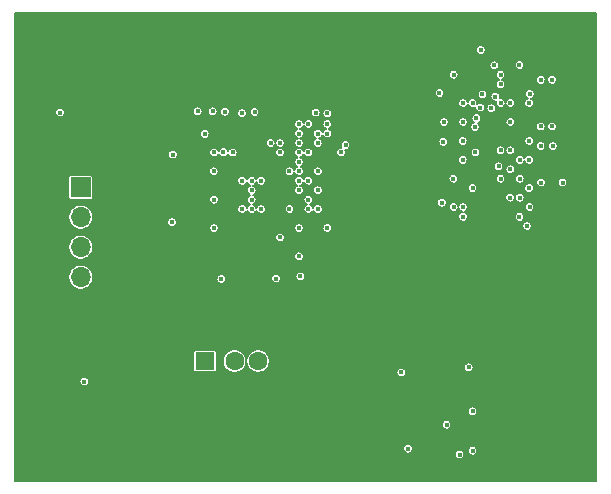
<source format=gbr>
%TF.GenerationSoftware,KiCad,Pcbnew,(5.1.7)-1*%
%TF.CreationDate,2021-06-10T10:44:11-07:00*%
%TF.ProjectId,Keychain,4b657963-6861-4696-9e2e-6b696361645f,rev?*%
%TF.SameCoordinates,Original*%
%TF.FileFunction,Copper,L2,Inr*%
%TF.FilePolarity,Positive*%
%FSLAX46Y46*%
G04 Gerber Fmt 4.6, Leading zero omitted, Abs format (unit mm)*
G04 Created by KiCad (PCBNEW (5.1.7)-1) date 2021-06-10 10:44:11*
%MOMM*%
%LPD*%
G01*
G04 APERTURE LIST*
%TA.AperFunction,ComponentPad*%
%ADD10C,1.600000*%
%TD*%
%TA.AperFunction,ComponentPad*%
%ADD11R,1.600000X1.500000*%
%TD*%
%TA.AperFunction,ComponentPad*%
%ADD12C,3.000000*%
%TD*%
%TA.AperFunction,ComponentPad*%
%ADD13O,1.700000X1.700000*%
%TD*%
%TA.AperFunction,ComponentPad*%
%ADD14R,1.700000X1.700000*%
%TD*%
%TA.AperFunction,ViaPad*%
%ADD15C,0.450000*%
%TD*%
%TA.AperFunction,Conductor*%
%ADD16C,0.127000*%
%TD*%
%TA.AperFunction,Conductor*%
%ADD17C,0.100000*%
%TD*%
G04 APERTURE END LIST*
D10*
%TO.N,GND*%
%TO.C,J3*%
X142525000Y-98200000D03*
%TO.N,Net-(J3-Pad3)*%
X140025000Y-98200000D03*
%TO.N,Net-(J3-Pad2)*%
X138025000Y-98200000D03*
D11*
%TO.N,+5V*%
X135525000Y-98200000D03*
D12*
%TO.N,GND*%
X145595000Y-100910000D03*
X132455000Y-100910000D03*
%TD*%
D13*
%TO.N,GND*%
%TO.C,J2*%
X125000000Y-93635000D03*
%TO.N,/RTS*%
X125000000Y-91095000D03*
%TO.N,/TX*%
X125000000Y-88555000D03*
%TO.N,/CTS*%
X125000000Y-86015000D03*
D14*
%TO.N,/RX*%
X125000000Y-83475000D03*
%TD*%
D15*
%TO.N,GND*%
X125100000Y-104860000D03*
X123450000Y-104820000D03*
X122675000Y-105500000D03*
X124370000Y-105525000D03*
X125850000Y-105550000D03*
X125800000Y-104225000D03*
X124340000Y-104170000D03*
X122675000Y-104225000D03*
X123100000Y-72310000D03*
X124790000Y-72270000D03*
X125525000Y-73000000D03*
X124090000Y-73000000D03*
X122400000Y-73000000D03*
X122400000Y-71700000D03*
X123990000Y-71680000D03*
X125500000Y-71700000D03*
X162175000Y-76350000D03*
X162975000Y-73950000D03*
X162175000Y-77950000D03*
X155775000Y-82750000D03*
X156575000Y-76350000D03*
X133880000Y-78915000D03*
X133070000Y-77315000D03*
X136270000Y-78135000D03*
X135490000Y-86125000D03*
X155775000Y-73950000D03*
X162975000Y-73150000D03*
X157375000Y-73950000D03*
X142675000Y-80525000D03*
X155925000Y-86100000D03*
X145075000Y-88525000D03*
X141075000Y-88525000D03*
X137900000Y-88525000D03*
X133050000Y-90925000D03*
X135475000Y-88525000D03*
X162975000Y-84375000D03*
X141075000Y-86125000D03*
X141075000Y-82125000D03*
X137850000Y-82150000D03*
X137875000Y-86125000D03*
X139475000Y-86925000D03*
X139475000Y-81325000D03*
X141875000Y-83725000D03*
X137075000Y-84525000D03*
X155406310Y-83606310D03*
X142675000Y-84525000D03*
X144275000Y-79725000D03*
X145075000Y-80525000D03*
X141075000Y-78925000D03*
X156574998Y-79550000D03*
X145075000Y-86125004D03*
X144275000Y-82125000D03*
X162178014Y-79552941D03*
X156550006Y-77950000D03*
X142675000Y-79724996D03*
X163025000Y-86049998D03*
X165775000Y-86075000D03*
X163025000Y-82775000D03*
X163325000Y-88475000D03*
X165750000Y-81550000D03*
X165650000Y-76200000D03*
X165625000Y-72700000D03*
X163675000Y-71875000D03*
X153975000Y-78325000D03*
X130300000Y-80075000D03*
X132775000Y-75225000D03*
X133775000Y-74575000D03*
X136700000Y-74650000D03*
X138750000Y-74675000D03*
X130550000Y-81325000D03*
X130575000Y-88975000D03*
X133425000Y-93375000D03*
X134425000Y-93350000D03*
X138475000Y-92825000D03*
X142575000Y-93350000D03*
X144550000Y-93475000D03*
X146800000Y-91000000D03*
X138675000Y-78925000D03*
X146700000Y-76900000D03*
X121700000Y-81950000D03*
X126575000Y-82050000D03*
X127200000Y-95230000D03*
X121850000Y-95300000D03*
X164420000Y-101270000D03*
X154990000Y-106210000D03*
X129420000Y-87460000D03*
%TO.N,+3V3*%
X141875000Y-87725000D03*
X143475000Y-89325000D03*
X136261918Y-82123999D03*
X137080598Y-80505349D03*
X136275000Y-84525000D03*
X136275000Y-86925000D03*
X143475000Y-86925000D03*
X136175000Y-77050000D03*
X125300000Y-99925000D03*
X157075000Y-106100000D03*
%TO.N,+1V5*%
X162975000Y-76350000D03*
X156575000Y-73950000D03*
X156550000Y-82750000D03*
X162975000Y-83550000D03*
X162975000Y-79550000D03*
X139475000Y-83725000D03*
X139475000Y-84525000D03*
X139475000Y-82925000D03*
X139475000Y-85325000D03*
X142675000Y-85325000D03*
X142675000Y-82125000D03*
X162150000Y-73125000D03*
X163025000Y-75575004D03*
X157350000Y-79550000D03*
X162175000Y-81150000D03*
X157350000Y-81150000D03*
X155575364Y-84774011D03*
X161378014Y-77952941D03*
X157375000Y-76350000D03*
X155750000Y-77950000D03*
X155375000Y-75499510D03*
X163000000Y-85150000D03*
X165800000Y-83075000D03*
X162800000Y-86750000D03*
X141525000Y-91200000D03*
X143600000Y-91025000D03*
X123250000Y-77150000D03*
%TO.N,VREFDDR*%
X155695998Y-79625000D03*
X161375000Y-81950000D03*
X144275000Y-80525000D03*
X162175000Y-82750000D03*
X163965000Y-83075000D03*
%TO.N,/SOC_CAP*%
X138675000Y-82925000D03*
X140275000Y-82925000D03*
X140275000Y-85325000D03*
X136900000Y-91250000D03*
%TO.N,/ARM_CAP*%
X138675000Y-85325000D03*
X132725000Y-86425000D03*
%TO.N,/NVCC_PLL*%
X136275000Y-80525000D03*
X134900000Y-77050000D03*
%TO.N,/SNVS_CAP*%
X137200000Y-77075000D03*
X137875000Y-80525000D03*
%TO.N,/HIGH_CAP*%
X135500000Y-78950000D03*
X132800000Y-80700000D03*
%TO.N,/VDD_HIGH_CAP*%
X141875000Y-80525000D03*
X139725000Y-77100000D03*
%TO.N,/DQSU-*%
X145875000Y-78925000D03*
X164900000Y-78325000D03*
X158375000Y-78375000D03*
%TO.N,/DQSU+*%
X145875000Y-78125000D03*
X163950000Y-78325000D03*
X158500000Y-77625000D03*
%TO.N,/DQSL-*%
X160550000Y-73950000D03*
X141075000Y-79725000D03*
X163950000Y-74375000D03*
%TO.N,/DQSL+*%
X160550000Y-74750000D03*
X141875000Y-79725000D03*
X164900000Y-74375000D03*
%TO.N,/RESET#*%
X157375000Y-85975000D03*
X145875000Y-86925000D03*
%TO.N,/CKE0*%
X145075000Y-82125000D03*
X162975000Y-81150000D03*
%TO.N,/ZQPAD*%
X143474988Y-80525000D03*
X138650000Y-77200000D03*
%TO.N,/CK+*%
X161375000Y-80350000D03*
X147425000Y-79900000D03*
X163950000Y-79975000D03*
%TO.N,/CK-*%
X160550000Y-80350000D03*
X147030141Y-80526989D03*
X164975000Y-79975000D03*
%TO.N,/A13*%
X145075000Y-85325000D03*
X157375000Y-85150000D03*
%TO.N,/A7*%
X144275000Y-85325000D03*
X156575000Y-85150000D03*
%TO.N,/A8*%
X144275000Y-84525000D03*
X162150000Y-85975000D03*
%TO.N,/A11*%
X145075000Y-83725000D03*
X161349996Y-84350000D03*
%TO.N,/A4*%
X143475000Y-83725000D03*
X162175000Y-84350000D03*
%TO.N,/A12*%
X144270721Y-82913220D03*
X160550000Y-82750000D03*
%TO.N,/A0*%
X143475000Y-82925000D03*
X158175000Y-83550000D03*
%TO.N,/A10*%
X143480598Y-82105349D03*
X160375000Y-81700000D03*
%TO.N,/RAS#*%
X143475000Y-81325000D03*
X158425000Y-80525000D03*
%TO.N,/DQU5*%
X145070721Y-79729221D03*
X157375000Y-77950000D03*
%TO.N,/DQU4*%
X143480518Y-79725000D03*
X158825000Y-76725000D03*
%TO.N,/DQU3*%
X144275000Y-78125000D03*
X159761897Y-76784948D03*
%TO.N,/DMU*%
X161375000Y-76350000D03*
X145075000Y-78925000D03*
%TO.N,/DQL0*%
X143475000Y-78925000D03*
X160550000Y-76350000D03*
%TO.N,/DQU0*%
X158175000Y-76350000D03*
X145874996Y-77225000D03*
%TO.N,/DQU1*%
X144900500Y-77150000D03*
X159012500Y-75612500D03*
%TO.N,/DQU2*%
X143475000Y-78125000D03*
X160100000Y-75800000D03*
%TO.N,/DQL3*%
X160025000Y-73150000D03*
X158875000Y-71850000D03*
%TO.N,/SD_CLK*%
X157850000Y-98725000D03*
X155975000Y-103575000D03*
%TO.N,/SD_CMD*%
X158175000Y-102450000D03*
X158175000Y-105775000D03*
%TO.N,/SD_D1*%
X152150000Y-99150000D03*
X152700000Y-105600000D03*
%TD*%
D16*
%TO.N,GND*%
X168659501Y-108384500D02*
X119465500Y-108384500D01*
X119465500Y-106059077D01*
X156659500Y-106059077D01*
X156659500Y-106140923D01*
X156675468Y-106221197D01*
X156706789Y-106296813D01*
X156752260Y-106364866D01*
X156810134Y-106422740D01*
X156878187Y-106468211D01*
X156953803Y-106499532D01*
X157034077Y-106515500D01*
X157115923Y-106515500D01*
X157196197Y-106499532D01*
X157271813Y-106468211D01*
X157339866Y-106422740D01*
X157397740Y-106364866D01*
X157443211Y-106296813D01*
X157474532Y-106221197D01*
X157490500Y-106140923D01*
X157490500Y-106059077D01*
X157474532Y-105978803D01*
X157443211Y-105903187D01*
X157397740Y-105835134D01*
X157339866Y-105777260D01*
X157275238Y-105734077D01*
X157759500Y-105734077D01*
X157759500Y-105815923D01*
X157775468Y-105896197D01*
X157806789Y-105971813D01*
X157852260Y-106039866D01*
X157910134Y-106097740D01*
X157978187Y-106143211D01*
X158053803Y-106174532D01*
X158134077Y-106190500D01*
X158215923Y-106190500D01*
X158296197Y-106174532D01*
X158371813Y-106143211D01*
X158439866Y-106097740D01*
X158497740Y-106039866D01*
X158543211Y-105971813D01*
X158574532Y-105896197D01*
X158590500Y-105815923D01*
X158590500Y-105734077D01*
X158574532Y-105653803D01*
X158543211Y-105578187D01*
X158497740Y-105510134D01*
X158439866Y-105452260D01*
X158371813Y-105406789D01*
X158296197Y-105375468D01*
X158215923Y-105359500D01*
X158134077Y-105359500D01*
X158053803Y-105375468D01*
X157978187Y-105406789D01*
X157910134Y-105452260D01*
X157852260Y-105510134D01*
X157806789Y-105578187D01*
X157775468Y-105653803D01*
X157759500Y-105734077D01*
X157275238Y-105734077D01*
X157271813Y-105731789D01*
X157196197Y-105700468D01*
X157115923Y-105684500D01*
X157034077Y-105684500D01*
X156953803Y-105700468D01*
X156878187Y-105731789D01*
X156810134Y-105777260D01*
X156752260Y-105835134D01*
X156706789Y-105903187D01*
X156675468Y-105978803D01*
X156659500Y-106059077D01*
X119465500Y-106059077D01*
X119465500Y-105559077D01*
X152284500Y-105559077D01*
X152284500Y-105640923D01*
X152300468Y-105721197D01*
X152331789Y-105796813D01*
X152377260Y-105864866D01*
X152435134Y-105922740D01*
X152503187Y-105968211D01*
X152578803Y-105999532D01*
X152659077Y-106015500D01*
X152740923Y-106015500D01*
X152821197Y-105999532D01*
X152896813Y-105968211D01*
X152964866Y-105922740D01*
X153022740Y-105864866D01*
X153068211Y-105796813D01*
X153099532Y-105721197D01*
X153115500Y-105640923D01*
X153115500Y-105559077D01*
X153099532Y-105478803D01*
X153068211Y-105403187D01*
X153022740Y-105335134D01*
X152964866Y-105277260D01*
X152896813Y-105231789D01*
X152821197Y-105200468D01*
X152740923Y-105184500D01*
X152659077Y-105184500D01*
X152578803Y-105200468D01*
X152503187Y-105231789D01*
X152435134Y-105277260D01*
X152377260Y-105335134D01*
X152331789Y-105403187D01*
X152300468Y-105478803D01*
X152284500Y-105559077D01*
X119465500Y-105559077D01*
X119465500Y-103534077D01*
X155559500Y-103534077D01*
X155559500Y-103615923D01*
X155575468Y-103696197D01*
X155606789Y-103771813D01*
X155652260Y-103839866D01*
X155710134Y-103897740D01*
X155778187Y-103943211D01*
X155853803Y-103974532D01*
X155934077Y-103990500D01*
X156015923Y-103990500D01*
X156096197Y-103974532D01*
X156171813Y-103943211D01*
X156239866Y-103897740D01*
X156297740Y-103839866D01*
X156343211Y-103771813D01*
X156374532Y-103696197D01*
X156390500Y-103615923D01*
X156390500Y-103534077D01*
X156374532Y-103453803D01*
X156343211Y-103378187D01*
X156297740Y-103310134D01*
X156239866Y-103252260D01*
X156171813Y-103206789D01*
X156096197Y-103175468D01*
X156015923Y-103159500D01*
X155934077Y-103159500D01*
X155853803Y-103175468D01*
X155778187Y-103206789D01*
X155710134Y-103252260D01*
X155652260Y-103310134D01*
X155606789Y-103378187D01*
X155575468Y-103453803D01*
X155559500Y-103534077D01*
X119465500Y-103534077D01*
X119465500Y-102409077D01*
X157759500Y-102409077D01*
X157759500Y-102490923D01*
X157775468Y-102571197D01*
X157806789Y-102646813D01*
X157852260Y-102714866D01*
X157910134Y-102772740D01*
X157978187Y-102818211D01*
X158053803Y-102849532D01*
X158134077Y-102865500D01*
X158215923Y-102865500D01*
X158296197Y-102849532D01*
X158371813Y-102818211D01*
X158439866Y-102772740D01*
X158497740Y-102714866D01*
X158543211Y-102646813D01*
X158574532Y-102571197D01*
X158590500Y-102490923D01*
X158590500Y-102409077D01*
X158574532Y-102328803D01*
X158543211Y-102253187D01*
X158497740Y-102185134D01*
X158439866Y-102127260D01*
X158371813Y-102081789D01*
X158296197Y-102050468D01*
X158215923Y-102034500D01*
X158134077Y-102034500D01*
X158053803Y-102050468D01*
X157978187Y-102081789D01*
X157910134Y-102127260D01*
X157852260Y-102185134D01*
X157806789Y-102253187D01*
X157775468Y-102328803D01*
X157759500Y-102409077D01*
X119465500Y-102409077D01*
X119465500Y-99884077D01*
X124884500Y-99884077D01*
X124884500Y-99965923D01*
X124900468Y-100046197D01*
X124931789Y-100121813D01*
X124977260Y-100189866D01*
X125035134Y-100247740D01*
X125103187Y-100293211D01*
X125178803Y-100324532D01*
X125259077Y-100340500D01*
X125340923Y-100340500D01*
X125421197Y-100324532D01*
X125496813Y-100293211D01*
X125564866Y-100247740D01*
X125622740Y-100189866D01*
X125668211Y-100121813D01*
X125699532Y-100046197D01*
X125715500Y-99965923D01*
X125715500Y-99884077D01*
X125699532Y-99803803D01*
X125668211Y-99728187D01*
X125622740Y-99660134D01*
X125564866Y-99602260D01*
X125496813Y-99556789D01*
X125421197Y-99525468D01*
X125340923Y-99509500D01*
X125259077Y-99509500D01*
X125178803Y-99525468D01*
X125103187Y-99556789D01*
X125035134Y-99602260D01*
X124977260Y-99660134D01*
X124931789Y-99728187D01*
X124900468Y-99803803D01*
X124884500Y-99884077D01*
X119465500Y-99884077D01*
X119465500Y-97450000D01*
X134533579Y-97450000D01*
X134533579Y-98950000D01*
X134537257Y-98987344D01*
X134548150Y-99023254D01*
X134565839Y-99056348D01*
X134589645Y-99085355D01*
X134618652Y-99109161D01*
X134651746Y-99126850D01*
X134687656Y-99137743D01*
X134725000Y-99141421D01*
X136325000Y-99141421D01*
X136362344Y-99137743D01*
X136398254Y-99126850D01*
X136431348Y-99109161D01*
X136460355Y-99085355D01*
X136484161Y-99056348D01*
X136501850Y-99023254D01*
X136512743Y-98987344D01*
X136516421Y-98950000D01*
X136516421Y-98102444D01*
X137034500Y-98102444D01*
X137034500Y-98297556D01*
X137072564Y-98488918D01*
X137147230Y-98669178D01*
X137255628Y-98831407D01*
X137393593Y-98969372D01*
X137555822Y-99077770D01*
X137736082Y-99152436D01*
X137927444Y-99190500D01*
X138122556Y-99190500D01*
X138313918Y-99152436D01*
X138494178Y-99077770D01*
X138656407Y-98969372D01*
X138794372Y-98831407D01*
X138902770Y-98669178D01*
X138977436Y-98488918D01*
X139015500Y-98297556D01*
X139015500Y-98102444D01*
X139034500Y-98102444D01*
X139034500Y-98297556D01*
X139072564Y-98488918D01*
X139147230Y-98669178D01*
X139255628Y-98831407D01*
X139393593Y-98969372D01*
X139555822Y-99077770D01*
X139736082Y-99152436D01*
X139927444Y-99190500D01*
X140122556Y-99190500D01*
X140313918Y-99152436D01*
X140418596Y-99109077D01*
X151734500Y-99109077D01*
X151734500Y-99190923D01*
X151750468Y-99271197D01*
X151781789Y-99346813D01*
X151827260Y-99414866D01*
X151885134Y-99472740D01*
X151953187Y-99518211D01*
X152028803Y-99549532D01*
X152109077Y-99565500D01*
X152190923Y-99565500D01*
X152271197Y-99549532D01*
X152346813Y-99518211D01*
X152414866Y-99472740D01*
X152472740Y-99414866D01*
X152518211Y-99346813D01*
X152549532Y-99271197D01*
X152565500Y-99190923D01*
X152565500Y-99109077D01*
X152549532Y-99028803D01*
X152518211Y-98953187D01*
X152472740Y-98885134D01*
X152414866Y-98827260D01*
X152346813Y-98781789D01*
X152271197Y-98750468D01*
X152190923Y-98734500D01*
X152109077Y-98734500D01*
X152028803Y-98750468D01*
X151953187Y-98781789D01*
X151885134Y-98827260D01*
X151827260Y-98885134D01*
X151781789Y-98953187D01*
X151750468Y-99028803D01*
X151734500Y-99109077D01*
X140418596Y-99109077D01*
X140494178Y-99077770D01*
X140656407Y-98969372D01*
X140794372Y-98831407D01*
X140892814Y-98684077D01*
X157434500Y-98684077D01*
X157434500Y-98765923D01*
X157450468Y-98846197D01*
X157481789Y-98921813D01*
X157527260Y-98989866D01*
X157585134Y-99047740D01*
X157653187Y-99093211D01*
X157728803Y-99124532D01*
X157809077Y-99140500D01*
X157890923Y-99140500D01*
X157971197Y-99124532D01*
X158046813Y-99093211D01*
X158114866Y-99047740D01*
X158172740Y-98989866D01*
X158218211Y-98921813D01*
X158249532Y-98846197D01*
X158265500Y-98765923D01*
X158265500Y-98684077D01*
X158249532Y-98603803D01*
X158218211Y-98528187D01*
X158172740Y-98460134D01*
X158114866Y-98402260D01*
X158046813Y-98356789D01*
X157971197Y-98325468D01*
X157890923Y-98309500D01*
X157809077Y-98309500D01*
X157728803Y-98325468D01*
X157653187Y-98356789D01*
X157585134Y-98402260D01*
X157527260Y-98460134D01*
X157481789Y-98528187D01*
X157450468Y-98603803D01*
X157434500Y-98684077D01*
X140892814Y-98684077D01*
X140902770Y-98669178D01*
X140977436Y-98488918D01*
X141015500Y-98297556D01*
X141015500Y-98102444D01*
X140977436Y-97911082D01*
X140902770Y-97730822D01*
X140794372Y-97568593D01*
X140656407Y-97430628D01*
X140494178Y-97322230D01*
X140313918Y-97247564D01*
X140122556Y-97209500D01*
X139927444Y-97209500D01*
X139736082Y-97247564D01*
X139555822Y-97322230D01*
X139393593Y-97430628D01*
X139255628Y-97568593D01*
X139147230Y-97730822D01*
X139072564Y-97911082D01*
X139034500Y-98102444D01*
X139015500Y-98102444D01*
X138977436Y-97911082D01*
X138902770Y-97730822D01*
X138794372Y-97568593D01*
X138656407Y-97430628D01*
X138494178Y-97322230D01*
X138313918Y-97247564D01*
X138122556Y-97209500D01*
X137927444Y-97209500D01*
X137736082Y-97247564D01*
X137555822Y-97322230D01*
X137393593Y-97430628D01*
X137255628Y-97568593D01*
X137147230Y-97730822D01*
X137072564Y-97911082D01*
X137034500Y-98102444D01*
X136516421Y-98102444D01*
X136516421Y-97450000D01*
X136512743Y-97412656D01*
X136501850Y-97376746D01*
X136484161Y-97343652D01*
X136460355Y-97314645D01*
X136431348Y-97290839D01*
X136398254Y-97273150D01*
X136362344Y-97262257D01*
X136325000Y-97258579D01*
X134725000Y-97258579D01*
X134687656Y-97262257D01*
X134651746Y-97273150D01*
X134618652Y-97290839D01*
X134589645Y-97314645D01*
X134565839Y-97343652D01*
X134548150Y-97376746D01*
X134537257Y-97412656D01*
X134533579Y-97450000D01*
X119465500Y-97450000D01*
X119465500Y-90992520D01*
X123959500Y-90992520D01*
X123959500Y-91197480D01*
X123999485Y-91398503D01*
X124077920Y-91587862D01*
X124191791Y-91758280D01*
X124336720Y-91903209D01*
X124507138Y-92017080D01*
X124696497Y-92095515D01*
X124897520Y-92135500D01*
X125102480Y-92135500D01*
X125303503Y-92095515D01*
X125492862Y-92017080D01*
X125663280Y-91903209D01*
X125808209Y-91758280D01*
X125922080Y-91587862D01*
X126000515Y-91398503D01*
X126038193Y-91209077D01*
X136484500Y-91209077D01*
X136484500Y-91290923D01*
X136500468Y-91371197D01*
X136531789Y-91446813D01*
X136577260Y-91514866D01*
X136635134Y-91572740D01*
X136703187Y-91618211D01*
X136778803Y-91649532D01*
X136859077Y-91665500D01*
X136940923Y-91665500D01*
X137021197Y-91649532D01*
X137096813Y-91618211D01*
X137164866Y-91572740D01*
X137222740Y-91514866D01*
X137268211Y-91446813D01*
X137299532Y-91371197D01*
X137315500Y-91290923D01*
X137315500Y-91209077D01*
X137305555Y-91159077D01*
X141109500Y-91159077D01*
X141109500Y-91240923D01*
X141125468Y-91321197D01*
X141156789Y-91396813D01*
X141202260Y-91464866D01*
X141260134Y-91522740D01*
X141328187Y-91568211D01*
X141403803Y-91599532D01*
X141484077Y-91615500D01*
X141565923Y-91615500D01*
X141646197Y-91599532D01*
X141721813Y-91568211D01*
X141789866Y-91522740D01*
X141847740Y-91464866D01*
X141893211Y-91396813D01*
X141924532Y-91321197D01*
X141940500Y-91240923D01*
X141940500Y-91159077D01*
X141924532Y-91078803D01*
X141893211Y-91003187D01*
X141880443Y-90984077D01*
X143184500Y-90984077D01*
X143184500Y-91065923D01*
X143200468Y-91146197D01*
X143231789Y-91221813D01*
X143277260Y-91289866D01*
X143335134Y-91347740D01*
X143403187Y-91393211D01*
X143478803Y-91424532D01*
X143559077Y-91440500D01*
X143640923Y-91440500D01*
X143721197Y-91424532D01*
X143796813Y-91393211D01*
X143864866Y-91347740D01*
X143922740Y-91289866D01*
X143968211Y-91221813D01*
X143999532Y-91146197D01*
X144015500Y-91065923D01*
X144015500Y-90984077D01*
X143999532Y-90903803D01*
X143968211Y-90828187D01*
X143922740Y-90760134D01*
X143864866Y-90702260D01*
X143796813Y-90656789D01*
X143721197Y-90625468D01*
X143640923Y-90609500D01*
X143559077Y-90609500D01*
X143478803Y-90625468D01*
X143403187Y-90656789D01*
X143335134Y-90702260D01*
X143277260Y-90760134D01*
X143231789Y-90828187D01*
X143200468Y-90903803D01*
X143184500Y-90984077D01*
X141880443Y-90984077D01*
X141847740Y-90935134D01*
X141789866Y-90877260D01*
X141721813Y-90831789D01*
X141646197Y-90800468D01*
X141565923Y-90784500D01*
X141484077Y-90784500D01*
X141403803Y-90800468D01*
X141328187Y-90831789D01*
X141260134Y-90877260D01*
X141202260Y-90935134D01*
X141156789Y-91003187D01*
X141125468Y-91078803D01*
X141109500Y-91159077D01*
X137305555Y-91159077D01*
X137299532Y-91128803D01*
X137268211Y-91053187D01*
X137222740Y-90985134D01*
X137164866Y-90927260D01*
X137096813Y-90881789D01*
X137021197Y-90850468D01*
X136940923Y-90834500D01*
X136859077Y-90834500D01*
X136778803Y-90850468D01*
X136703187Y-90881789D01*
X136635134Y-90927260D01*
X136577260Y-90985134D01*
X136531789Y-91053187D01*
X136500468Y-91128803D01*
X136484500Y-91209077D01*
X126038193Y-91209077D01*
X126040500Y-91197480D01*
X126040500Y-90992520D01*
X126000515Y-90791497D01*
X125922080Y-90602138D01*
X125808209Y-90431720D01*
X125663280Y-90286791D01*
X125492862Y-90172920D01*
X125303503Y-90094485D01*
X125102480Y-90054500D01*
X124897520Y-90054500D01*
X124696497Y-90094485D01*
X124507138Y-90172920D01*
X124336720Y-90286791D01*
X124191791Y-90431720D01*
X124077920Y-90602138D01*
X123999485Y-90791497D01*
X123959500Y-90992520D01*
X119465500Y-90992520D01*
X119465500Y-88452520D01*
X123959500Y-88452520D01*
X123959500Y-88657480D01*
X123999485Y-88858503D01*
X124077920Y-89047862D01*
X124191791Y-89218280D01*
X124336720Y-89363209D01*
X124507138Y-89477080D01*
X124696497Y-89555515D01*
X124897520Y-89595500D01*
X125102480Y-89595500D01*
X125303503Y-89555515D01*
X125492862Y-89477080D01*
X125663280Y-89363209D01*
X125742412Y-89284077D01*
X143059500Y-89284077D01*
X143059500Y-89365923D01*
X143075468Y-89446197D01*
X143106789Y-89521813D01*
X143152260Y-89589866D01*
X143210134Y-89647740D01*
X143278187Y-89693211D01*
X143353803Y-89724532D01*
X143434077Y-89740500D01*
X143515923Y-89740500D01*
X143596197Y-89724532D01*
X143671813Y-89693211D01*
X143739866Y-89647740D01*
X143797740Y-89589866D01*
X143843211Y-89521813D01*
X143874532Y-89446197D01*
X143890500Y-89365923D01*
X143890500Y-89284077D01*
X143874532Y-89203803D01*
X143843211Y-89128187D01*
X143797740Y-89060134D01*
X143739866Y-89002260D01*
X143671813Y-88956789D01*
X143596197Y-88925468D01*
X143515923Y-88909500D01*
X143434077Y-88909500D01*
X143353803Y-88925468D01*
X143278187Y-88956789D01*
X143210134Y-89002260D01*
X143152260Y-89060134D01*
X143106789Y-89128187D01*
X143075468Y-89203803D01*
X143059500Y-89284077D01*
X125742412Y-89284077D01*
X125808209Y-89218280D01*
X125922080Y-89047862D01*
X126000515Y-88858503D01*
X126040500Y-88657480D01*
X126040500Y-88452520D01*
X126000515Y-88251497D01*
X125922080Y-88062138D01*
X125808209Y-87891720D01*
X125663280Y-87746791D01*
X125569423Y-87684077D01*
X141459500Y-87684077D01*
X141459500Y-87765923D01*
X141475468Y-87846197D01*
X141506789Y-87921813D01*
X141552260Y-87989866D01*
X141610134Y-88047740D01*
X141678187Y-88093211D01*
X141753803Y-88124532D01*
X141834077Y-88140500D01*
X141915923Y-88140500D01*
X141996197Y-88124532D01*
X142071813Y-88093211D01*
X142139866Y-88047740D01*
X142197740Y-87989866D01*
X142243211Y-87921813D01*
X142274532Y-87846197D01*
X142290500Y-87765923D01*
X142290500Y-87684077D01*
X142274532Y-87603803D01*
X142243211Y-87528187D01*
X142197740Y-87460134D01*
X142139866Y-87402260D01*
X142071813Y-87356789D01*
X141996197Y-87325468D01*
X141915923Y-87309500D01*
X141834077Y-87309500D01*
X141753803Y-87325468D01*
X141678187Y-87356789D01*
X141610134Y-87402260D01*
X141552260Y-87460134D01*
X141506789Y-87528187D01*
X141475468Y-87603803D01*
X141459500Y-87684077D01*
X125569423Y-87684077D01*
X125492862Y-87632920D01*
X125303503Y-87554485D01*
X125102480Y-87514500D01*
X124897520Y-87514500D01*
X124696497Y-87554485D01*
X124507138Y-87632920D01*
X124336720Y-87746791D01*
X124191791Y-87891720D01*
X124077920Y-88062138D01*
X123999485Y-88251497D01*
X123959500Y-88452520D01*
X119465500Y-88452520D01*
X119465500Y-85912520D01*
X123959500Y-85912520D01*
X123959500Y-86117480D01*
X123999485Y-86318503D01*
X124077920Y-86507862D01*
X124191791Y-86678280D01*
X124336720Y-86823209D01*
X124507138Y-86937080D01*
X124696497Y-87015515D01*
X124897520Y-87055500D01*
X125102480Y-87055500D01*
X125303503Y-87015515D01*
X125492862Y-86937080D01*
X125572185Y-86884077D01*
X135859500Y-86884077D01*
X135859500Y-86965923D01*
X135875468Y-87046197D01*
X135906789Y-87121813D01*
X135952260Y-87189866D01*
X136010134Y-87247740D01*
X136078187Y-87293211D01*
X136153803Y-87324532D01*
X136234077Y-87340500D01*
X136315923Y-87340500D01*
X136396197Y-87324532D01*
X136471813Y-87293211D01*
X136539866Y-87247740D01*
X136597740Y-87189866D01*
X136643211Y-87121813D01*
X136674532Y-87046197D01*
X136690500Y-86965923D01*
X136690500Y-86884077D01*
X143059500Y-86884077D01*
X143059500Y-86965923D01*
X143075468Y-87046197D01*
X143106789Y-87121813D01*
X143152260Y-87189866D01*
X143210134Y-87247740D01*
X143278187Y-87293211D01*
X143353803Y-87324532D01*
X143434077Y-87340500D01*
X143515923Y-87340500D01*
X143596197Y-87324532D01*
X143671813Y-87293211D01*
X143739866Y-87247740D01*
X143797740Y-87189866D01*
X143843211Y-87121813D01*
X143874532Y-87046197D01*
X143890500Y-86965923D01*
X143890500Y-86884077D01*
X145459500Y-86884077D01*
X145459500Y-86965923D01*
X145475468Y-87046197D01*
X145506789Y-87121813D01*
X145552260Y-87189866D01*
X145610134Y-87247740D01*
X145678187Y-87293211D01*
X145753803Y-87324532D01*
X145834077Y-87340500D01*
X145915923Y-87340500D01*
X145996197Y-87324532D01*
X146071813Y-87293211D01*
X146139866Y-87247740D01*
X146197740Y-87189866D01*
X146243211Y-87121813D01*
X146274532Y-87046197D01*
X146290500Y-86965923D01*
X146290500Y-86884077D01*
X146274532Y-86803803D01*
X146243211Y-86728187D01*
X146230443Y-86709077D01*
X162384500Y-86709077D01*
X162384500Y-86790923D01*
X162400468Y-86871197D01*
X162431789Y-86946813D01*
X162477260Y-87014866D01*
X162535134Y-87072740D01*
X162603187Y-87118211D01*
X162678803Y-87149532D01*
X162759077Y-87165500D01*
X162840923Y-87165500D01*
X162921197Y-87149532D01*
X162996813Y-87118211D01*
X163064866Y-87072740D01*
X163122740Y-87014866D01*
X163168211Y-86946813D01*
X163199532Y-86871197D01*
X163215500Y-86790923D01*
X163215500Y-86709077D01*
X163199532Y-86628803D01*
X163168211Y-86553187D01*
X163122740Y-86485134D01*
X163064866Y-86427260D01*
X162996813Y-86381789D01*
X162921197Y-86350468D01*
X162840923Y-86334500D01*
X162759077Y-86334500D01*
X162678803Y-86350468D01*
X162603187Y-86381789D01*
X162535134Y-86427260D01*
X162477260Y-86485134D01*
X162431789Y-86553187D01*
X162400468Y-86628803D01*
X162384500Y-86709077D01*
X146230443Y-86709077D01*
X146197740Y-86660134D01*
X146139866Y-86602260D01*
X146071813Y-86556789D01*
X145996197Y-86525468D01*
X145915923Y-86509500D01*
X145834077Y-86509500D01*
X145753803Y-86525468D01*
X145678187Y-86556789D01*
X145610134Y-86602260D01*
X145552260Y-86660134D01*
X145506789Y-86728187D01*
X145475468Y-86803803D01*
X145459500Y-86884077D01*
X143890500Y-86884077D01*
X143874532Y-86803803D01*
X143843211Y-86728187D01*
X143797740Y-86660134D01*
X143739866Y-86602260D01*
X143671813Y-86556789D01*
X143596197Y-86525468D01*
X143515923Y-86509500D01*
X143434077Y-86509500D01*
X143353803Y-86525468D01*
X143278187Y-86556789D01*
X143210134Y-86602260D01*
X143152260Y-86660134D01*
X143106789Y-86728187D01*
X143075468Y-86803803D01*
X143059500Y-86884077D01*
X136690500Y-86884077D01*
X136674532Y-86803803D01*
X136643211Y-86728187D01*
X136597740Y-86660134D01*
X136539866Y-86602260D01*
X136471813Y-86556789D01*
X136396197Y-86525468D01*
X136315923Y-86509500D01*
X136234077Y-86509500D01*
X136153803Y-86525468D01*
X136078187Y-86556789D01*
X136010134Y-86602260D01*
X135952260Y-86660134D01*
X135906789Y-86728187D01*
X135875468Y-86803803D01*
X135859500Y-86884077D01*
X125572185Y-86884077D01*
X125663280Y-86823209D01*
X125808209Y-86678280D01*
X125922080Y-86507862D01*
X125973353Y-86384077D01*
X132309500Y-86384077D01*
X132309500Y-86465923D01*
X132325468Y-86546197D01*
X132356789Y-86621813D01*
X132402260Y-86689866D01*
X132460134Y-86747740D01*
X132528187Y-86793211D01*
X132603803Y-86824532D01*
X132684077Y-86840500D01*
X132765923Y-86840500D01*
X132846197Y-86824532D01*
X132921813Y-86793211D01*
X132989866Y-86747740D01*
X133047740Y-86689866D01*
X133093211Y-86621813D01*
X133124532Y-86546197D01*
X133140500Y-86465923D01*
X133140500Y-86384077D01*
X133124532Y-86303803D01*
X133093211Y-86228187D01*
X133047740Y-86160134D01*
X132989866Y-86102260D01*
X132921813Y-86056789D01*
X132846197Y-86025468D01*
X132765923Y-86009500D01*
X132684077Y-86009500D01*
X132603803Y-86025468D01*
X132528187Y-86056789D01*
X132460134Y-86102260D01*
X132402260Y-86160134D01*
X132356789Y-86228187D01*
X132325468Y-86303803D01*
X132309500Y-86384077D01*
X125973353Y-86384077D01*
X126000515Y-86318503D01*
X126040500Y-86117480D01*
X126040500Y-85912520D01*
X126000515Y-85711497D01*
X125922080Y-85522138D01*
X125808209Y-85351720D01*
X125663280Y-85206791D01*
X125492862Y-85092920D01*
X125303503Y-85014485D01*
X125102480Y-84974500D01*
X124897520Y-84974500D01*
X124696497Y-85014485D01*
X124507138Y-85092920D01*
X124336720Y-85206791D01*
X124191791Y-85351720D01*
X124077920Y-85522138D01*
X123999485Y-85711497D01*
X123959500Y-85912520D01*
X119465500Y-85912520D01*
X119465500Y-82625000D01*
X123958579Y-82625000D01*
X123958579Y-84325000D01*
X123962257Y-84362344D01*
X123973150Y-84398254D01*
X123990839Y-84431348D01*
X124014645Y-84460355D01*
X124043652Y-84484161D01*
X124076746Y-84501850D01*
X124112656Y-84512743D01*
X124150000Y-84516421D01*
X125850000Y-84516421D01*
X125887344Y-84512743D01*
X125923254Y-84501850D01*
X125956348Y-84484161D01*
X125956450Y-84484077D01*
X135859500Y-84484077D01*
X135859500Y-84565923D01*
X135875468Y-84646197D01*
X135906789Y-84721813D01*
X135952260Y-84789866D01*
X136010134Y-84847740D01*
X136078187Y-84893211D01*
X136153803Y-84924532D01*
X136234077Y-84940500D01*
X136315923Y-84940500D01*
X136396197Y-84924532D01*
X136471813Y-84893211D01*
X136539866Y-84847740D01*
X136597740Y-84789866D01*
X136643211Y-84721813D01*
X136674532Y-84646197D01*
X136690500Y-84565923D01*
X136690500Y-84484077D01*
X136674532Y-84403803D01*
X136643211Y-84328187D01*
X136597740Y-84260134D01*
X136539866Y-84202260D01*
X136471813Y-84156789D01*
X136396197Y-84125468D01*
X136315923Y-84109500D01*
X136234077Y-84109500D01*
X136153803Y-84125468D01*
X136078187Y-84156789D01*
X136010134Y-84202260D01*
X135952260Y-84260134D01*
X135906789Y-84328187D01*
X135875468Y-84403803D01*
X135859500Y-84484077D01*
X125956450Y-84484077D01*
X125985355Y-84460355D01*
X126009161Y-84431348D01*
X126026850Y-84398254D01*
X126037743Y-84362344D01*
X126041421Y-84325000D01*
X126041421Y-82884077D01*
X138259500Y-82884077D01*
X138259500Y-82965923D01*
X138275468Y-83046197D01*
X138306789Y-83121813D01*
X138352260Y-83189866D01*
X138410134Y-83247740D01*
X138478187Y-83293211D01*
X138553803Y-83324532D01*
X138634077Y-83340500D01*
X138715923Y-83340500D01*
X138796197Y-83324532D01*
X138871813Y-83293211D01*
X138939866Y-83247740D01*
X138997740Y-83189866D01*
X139043211Y-83121813D01*
X139074532Y-83046197D01*
X139075000Y-83043844D01*
X139075468Y-83046197D01*
X139106789Y-83121813D01*
X139152260Y-83189866D01*
X139210134Y-83247740D01*
X139278187Y-83293211D01*
X139353803Y-83324532D01*
X139356156Y-83325000D01*
X139353803Y-83325468D01*
X139278187Y-83356789D01*
X139210134Y-83402260D01*
X139152260Y-83460134D01*
X139106789Y-83528187D01*
X139075468Y-83603803D01*
X139059500Y-83684077D01*
X139059500Y-83765923D01*
X139075468Y-83846197D01*
X139106789Y-83921813D01*
X139152260Y-83989866D01*
X139210134Y-84047740D01*
X139278187Y-84093211D01*
X139353803Y-84124532D01*
X139356156Y-84125000D01*
X139353803Y-84125468D01*
X139278187Y-84156789D01*
X139210134Y-84202260D01*
X139152260Y-84260134D01*
X139106789Y-84328187D01*
X139075468Y-84403803D01*
X139059500Y-84484077D01*
X139059500Y-84565923D01*
X139075468Y-84646197D01*
X139106789Y-84721813D01*
X139152260Y-84789866D01*
X139210134Y-84847740D01*
X139278187Y-84893211D01*
X139353803Y-84924532D01*
X139356156Y-84925000D01*
X139353803Y-84925468D01*
X139278187Y-84956789D01*
X139210134Y-85002260D01*
X139152260Y-85060134D01*
X139106789Y-85128187D01*
X139075468Y-85203803D01*
X139075000Y-85206156D01*
X139074532Y-85203803D01*
X139043211Y-85128187D01*
X138997740Y-85060134D01*
X138939866Y-85002260D01*
X138871813Y-84956789D01*
X138796197Y-84925468D01*
X138715923Y-84909500D01*
X138634077Y-84909500D01*
X138553803Y-84925468D01*
X138478187Y-84956789D01*
X138410134Y-85002260D01*
X138352260Y-85060134D01*
X138306789Y-85128187D01*
X138275468Y-85203803D01*
X138259500Y-85284077D01*
X138259500Y-85365923D01*
X138275468Y-85446197D01*
X138306789Y-85521813D01*
X138352260Y-85589866D01*
X138410134Y-85647740D01*
X138478187Y-85693211D01*
X138553803Y-85724532D01*
X138634077Y-85740500D01*
X138715923Y-85740500D01*
X138796197Y-85724532D01*
X138871813Y-85693211D01*
X138939866Y-85647740D01*
X138997740Y-85589866D01*
X139043211Y-85521813D01*
X139074532Y-85446197D01*
X139075000Y-85443844D01*
X139075468Y-85446197D01*
X139106789Y-85521813D01*
X139152260Y-85589866D01*
X139210134Y-85647740D01*
X139278187Y-85693211D01*
X139353803Y-85724532D01*
X139434077Y-85740500D01*
X139515923Y-85740500D01*
X139596197Y-85724532D01*
X139671813Y-85693211D01*
X139739866Y-85647740D01*
X139797740Y-85589866D01*
X139843211Y-85521813D01*
X139874532Y-85446197D01*
X139875000Y-85443844D01*
X139875468Y-85446197D01*
X139906789Y-85521813D01*
X139952260Y-85589866D01*
X140010134Y-85647740D01*
X140078187Y-85693211D01*
X140153803Y-85724532D01*
X140234077Y-85740500D01*
X140315923Y-85740500D01*
X140396197Y-85724532D01*
X140471813Y-85693211D01*
X140539866Y-85647740D01*
X140597740Y-85589866D01*
X140643211Y-85521813D01*
X140674532Y-85446197D01*
X140690500Y-85365923D01*
X140690500Y-85284077D01*
X142259500Y-85284077D01*
X142259500Y-85365923D01*
X142275468Y-85446197D01*
X142306789Y-85521813D01*
X142352260Y-85589866D01*
X142410134Y-85647740D01*
X142478187Y-85693211D01*
X142553803Y-85724532D01*
X142634077Y-85740500D01*
X142715923Y-85740500D01*
X142796197Y-85724532D01*
X142871813Y-85693211D01*
X142939866Y-85647740D01*
X142997740Y-85589866D01*
X143043211Y-85521813D01*
X143074532Y-85446197D01*
X143090500Y-85365923D01*
X143090500Y-85284077D01*
X143074532Y-85203803D01*
X143043211Y-85128187D01*
X142997740Y-85060134D01*
X142939866Y-85002260D01*
X142871813Y-84956789D01*
X142796197Y-84925468D01*
X142715923Y-84909500D01*
X142634077Y-84909500D01*
X142553803Y-84925468D01*
X142478187Y-84956789D01*
X142410134Y-85002260D01*
X142352260Y-85060134D01*
X142306789Y-85128187D01*
X142275468Y-85203803D01*
X142259500Y-85284077D01*
X140690500Y-85284077D01*
X140674532Y-85203803D01*
X140643211Y-85128187D01*
X140597740Y-85060134D01*
X140539866Y-85002260D01*
X140471813Y-84956789D01*
X140396197Y-84925468D01*
X140315923Y-84909500D01*
X140234077Y-84909500D01*
X140153803Y-84925468D01*
X140078187Y-84956789D01*
X140010134Y-85002260D01*
X139952260Y-85060134D01*
X139906789Y-85128187D01*
X139875468Y-85203803D01*
X139875000Y-85206156D01*
X139874532Y-85203803D01*
X139843211Y-85128187D01*
X139797740Y-85060134D01*
X139739866Y-85002260D01*
X139671813Y-84956789D01*
X139596197Y-84925468D01*
X139593844Y-84925000D01*
X139596197Y-84924532D01*
X139671813Y-84893211D01*
X139739866Y-84847740D01*
X139797740Y-84789866D01*
X139843211Y-84721813D01*
X139874532Y-84646197D01*
X139890500Y-84565923D01*
X139890500Y-84484077D01*
X143859500Y-84484077D01*
X143859500Y-84565923D01*
X143875468Y-84646197D01*
X143906789Y-84721813D01*
X143952260Y-84789866D01*
X144010134Y-84847740D01*
X144078187Y-84893211D01*
X144153803Y-84924532D01*
X144156156Y-84925000D01*
X144153803Y-84925468D01*
X144078187Y-84956789D01*
X144010134Y-85002260D01*
X143952260Y-85060134D01*
X143906789Y-85128187D01*
X143875468Y-85203803D01*
X143859500Y-85284077D01*
X143859500Y-85365923D01*
X143875468Y-85446197D01*
X143906789Y-85521813D01*
X143952260Y-85589866D01*
X144010134Y-85647740D01*
X144078187Y-85693211D01*
X144153803Y-85724532D01*
X144234077Y-85740500D01*
X144315923Y-85740500D01*
X144396197Y-85724532D01*
X144471813Y-85693211D01*
X144539866Y-85647740D01*
X144597740Y-85589866D01*
X144643211Y-85521813D01*
X144674532Y-85446197D01*
X144675000Y-85443844D01*
X144675468Y-85446197D01*
X144706789Y-85521813D01*
X144752260Y-85589866D01*
X144810134Y-85647740D01*
X144878187Y-85693211D01*
X144953803Y-85724532D01*
X145034077Y-85740500D01*
X145115923Y-85740500D01*
X145196197Y-85724532D01*
X145271813Y-85693211D01*
X145339866Y-85647740D01*
X145397740Y-85589866D01*
X145443211Y-85521813D01*
X145474532Y-85446197D01*
X145490500Y-85365923D01*
X145490500Y-85284077D01*
X145474532Y-85203803D01*
X145443211Y-85128187D01*
X145397740Y-85060134D01*
X145339866Y-85002260D01*
X145271813Y-84956789D01*
X145196197Y-84925468D01*
X145115923Y-84909500D01*
X145034077Y-84909500D01*
X144953803Y-84925468D01*
X144878187Y-84956789D01*
X144810134Y-85002260D01*
X144752260Y-85060134D01*
X144706789Y-85128187D01*
X144675468Y-85203803D01*
X144675000Y-85206156D01*
X144674532Y-85203803D01*
X144643211Y-85128187D01*
X144597740Y-85060134D01*
X144539866Y-85002260D01*
X144471813Y-84956789D01*
X144396197Y-84925468D01*
X144393844Y-84925000D01*
X144396197Y-84924532D01*
X144471813Y-84893211D01*
X144539866Y-84847740D01*
X144597740Y-84789866D01*
X144635677Y-84733088D01*
X155159864Y-84733088D01*
X155159864Y-84814934D01*
X155175832Y-84895208D01*
X155207153Y-84970824D01*
X155252624Y-85038877D01*
X155310498Y-85096751D01*
X155378551Y-85142222D01*
X155454167Y-85173543D01*
X155534441Y-85189511D01*
X155616287Y-85189511D01*
X155696561Y-85173543D01*
X155772177Y-85142222D01*
X155821782Y-85109077D01*
X156159500Y-85109077D01*
X156159500Y-85190923D01*
X156175468Y-85271197D01*
X156206789Y-85346813D01*
X156252260Y-85414866D01*
X156310134Y-85472740D01*
X156378187Y-85518211D01*
X156453803Y-85549532D01*
X156534077Y-85565500D01*
X156615923Y-85565500D01*
X156696197Y-85549532D01*
X156771813Y-85518211D01*
X156839866Y-85472740D01*
X156897740Y-85414866D01*
X156943211Y-85346813D01*
X156974532Y-85271197D01*
X156975000Y-85268844D01*
X156975468Y-85271197D01*
X157006789Y-85346813D01*
X157052260Y-85414866D01*
X157110134Y-85472740D01*
X157178187Y-85518211D01*
X157253803Y-85549532D01*
X157318995Y-85562500D01*
X157253803Y-85575468D01*
X157178187Y-85606789D01*
X157110134Y-85652260D01*
X157052260Y-85710134D01*
X157006789Y-85778187D01*
X156975468Y-85853803D01*
X156959500Y-85934077D01*
X156959500Y-86015923D01*
X156975468Y-86096197D01*
X157006789Y-86171813D01*
X157052260Y-86239866D01*
X157110134Y-86297740D01*
X157178187Y-86343211D01*
X157253803Y-86374532D01*
X157334077Y-86390500D01*
X157415923Y-86390500D01*
X157496197Y-86374532D01*
X157571813Y-86343211D01*
X157639866Y-86297740D01*
X157697740Y-86239866D01*
X157743211Y-86171813D01*
X157774532Y-86096197D01*
X157790500Y-86015923D01*
X157790500Y-85934077D01*
X161734500Y-85934077D01*
X161734500Y-86015923D01*
X161750468Y-86096197D01*
X161781789Y-86171813D01*
X161827260Y-86239866D01*
X161885134Y-86297740D01*
X161953187Y-86343211D01*
X162028803Y-86374532D01*
X162109077Y-86390500D01*
X162190923Y-86390500D01*
X162271197Y-86374532D01*
X162346813Y-86343211D01*
X162414866Y-86297740D01*
X162472740Y-86239866D01*
X162518211Y-86171813D01*
X162549532Y-86096197D01*
X162565500Y-86015923D01*
X162565500Y-85934077D01*
X162549532Y-85853803D01*
X162518211Y-85778187D01*
X162472740Y-85710134D01*
X162414866Y-85652260D01*
X162346813Y-85606789D01*
X162271197Y-85575468D01*
X162190923Y-85559500D01*
X162109077Y-85559500D01*
X162028803Y-85575468D01*
X161953187Y-85606789D01*
X161885134Y-85652260D01*
X161827260Y-85710134D01*
X161781789Y-85778187D01*
X161750468Y-85853803D01*
X161734500Y-85934077D01*
X157790500Y-85934077D01*
X157774532Y-85853803D01*
X157743211Y-85778187D01*
X157697740Y-85710134D01*
X157639866Y-85652260D01*
X157571813Y-85606789D01*
X157496197Y-85575468D01*
X157431005Y-85562500D01*
X157496197Y-85549532D01*
X157571813Y-85518211D01*
X157639866Y-85472740D01*
X157697740Y-85414866D01*
X157743211Y-85346813D01*
X157774532Y-85271197D01*
X157790500Y-85190923D01*
X157790500Y-85109077D01*
X162584500Y-85109077D01*
X162584500Y-85190923D01*
X162600468Y-85271197D01*
X162631789Y-85346813D01*
X162677260Y-85414866D01*
X162735134Y-85472740D01*
X162803187Y-85518211D01*
X162878803Y-85549532D01*
X162959077Y-85565500D01*
X163040923Y-85565500D01*
X163121197Y-85549532D01*
X163196813Y-85518211D01*
X163264866Y-85472740D01*
X163322740Y-85414866D01*
X163368211Y-85346813D01*
X163399532Y-85271197D01*
X163415500Y-85190923D01*
X163415500Y-85109077D01*
X163399532Y-85028803D01*
X163368211Y-84953187D01*
X163322740Y-84885134D01*
X163264866Y-84827260D01*
X163196813Y-84781789D01*
X163121197Y-84750468D01*
X163040923Y-84734500D01*
X162959077Y-84734500D01*
X162878803Y-84750468D01*
X162803187Y-84781789D01*
X162735134Y-84827260D01*
X162677260Y-84885134D01*
X162631789Y-84953187D01*
X162600468Y-85028803D01*
X162584500Y-85109077D01*
X157790500Y-85109077D01*
X157774532Y-85028803D01*
X157743211Y-84953187D01*
X157697740Y-84885134D01*
X157639866Y-84827260D01*
X157571813Y-84781789D01*
X157496197Y-84750468D01*
X157415923Y-84734500D01*
X157334077Y-84734500D01*
X157253803Y-84750468D01*
X157178187Y-84781789D01*
X157110134Y-84827260D01*
X157052260Y-84885134D01*
X157006789Y-84953187D01*
X156975468Y-85028803D01*
X156975000Y-85031156D01*
X156974532Y-85028803D01*
X156943211Y-84953187D01*
X156897740Y-84885134D01*
X156839866Y-84827260D01*
X156771813Y-84781789D01*
X156696197Y-84750468D01*
X156615923Y-84734500D01*
X156534077Y-84734500D01*
X156453803Y-84750468D01*
X156378187Y-84781789D01*
X156310134Y-84827260D01*
X156252260Y-84885134D01*
X156206789Y-84953187D01*
X156175468Y-85028803D01*
X156159500Y-85109077D01*
X155821782Y-85109077D01*
X155840230Y-85096751D01*
X155898104Y-85038877D01*
X155943575Y-84970824D01*
X155974896Y-84895208D01*
X155990864Y-84814934D01*
X155990864Y-84733088D01*
X155974896Y-84652814D01*
X155943575Y-84577198D01*
X155898104Y-84509145D01*
X155840230Y-84451271D01*
X155772177Y-84405800D01*
X155696561Y-84374479D01*
X155616287Y-84358511D01*
X155534441Y-84358511D01*
X155454167Y-84374479D01*
X155378551Y-84405800D01*
X155310498Y-84451271D01*
X155252624Y-84509145D01*
X155207153Y-84577198D01*
X155175832Y-84652814D01*
X155159864Y-84733088D01*
X144635677Y-84733088D01*
X144643211Y-84721813D01*
X144674532Y-84646197D01*
X144690500Y-84565923D01*
X144690500Y-84484077D01*
X144674532Y-84403803D01*
X144643211Y-84328187D01*
X144630443Y-84309077D01*
X160934496Y-84309077D01*
X160934496Y-84390923D01*
X160950464Y-84471197D01*
X160981785Y-84546813D01*
X161027256Y-84614866D01*
X161085130Y-84672740D01*
X161153183Y-84718211D01*
X161228799Y-84749532D01*
X161309073Y-84765500D01*
X161390919Y-84765500D01*
X161471193Y-84749532D01*
X161546809Y-84718211D01*
X161614862Y-84672740D01*
X161672736Y-84614866D01*
X161718207Y-84546813D01*
X161749528Y-84471197D01*
X161762498Y-84405994D01*
X161775468Y-84471197D01*
X161806789Y-84546813D01*
X161852260Y-84614866D01*
X161910134Y-84672740D01*
X161978187Y-84718211D01*
X162053803Y-84749532D01*
X162134077Y-84765500D01*
X162215923Y-84765500D01*
X162296197Y-84749532D01*
X162371813Y-84718211D01*
X162439866Y-84672740D01*
X162497740Y-84614866D01*
X162543211Y-84546813D01*
X162574532Y-84471197D01*
X162590500Y-84390923D01*
X162590500Y-84309077D01*
X162574532Y-84228803D01*
X162543211Y-84153187D01*
X162497740Y-84085134D01*
X162439866Y-84027260D01*
X162371813Y-83981789D01*
X162296197Y-83950468D01*
X162215923Y-83934500D01*
X162134077Y-83934500D01*
X162053803Y-83950468D01*
X161978187Y-83981789D01*
X161910134Y-84027260D01*
X161852260Y-84085134D01*
X161806789Y-84153187D01*
X161775468Y-84228803D01*
X161762498Y-84294006D01*
X161749528Y-84228803D01*
X161718207Y-84153187D01*
X161672736Y-84085134D01*
X161614862Y-84027260D01*
X161546809Y-83981789D01*
X161471193Y-83950468D01*
X161390919Y-83934500D01*
X161309073Y-83934500D01*
X161228799Y-83950468D01*
X161153183Y-83981789D01*
X161085130Y-84027260D01*
X161027256Y-84085134D01*
X160981785Y-84153187D01*
X160950464Y-84228803D01*
X160934496Y-84309077D01*
X144630443Y-84309077D01*
X144597740Y-84260134D01*
X144539866Y-84202260D01*
X144471813Y-84156789D01*
X144396197Y-84125468D01*
X144315923Y-84109500D01*
X144234077Y-84109500D01*
X144153803Y-84125468D01*
X144078187Y-84156789D01*
X144010134Y-84202260D01*
X143952260Y-84260134D01*
X143906789Y-84328187D01*
X143875468Y-84403803D01*
X143859500Y-84484077D01*
X139890500Y-84484077D01*
X139874532Y-84403803D01*
X139843211Y-84328187D01*
X139797740Y-84260134D01*
X139739866Y-84202260D01*
X139671813Y-84156789D01*
X139596197Y-84125468D01*
X139593844Y-84125000D01*
X139596197Y-84124532D01*
X139671813Y-84093211D01*
X139739866Y-84047740D01*
X139797740Y-83989866D01*
X139843211Y-83921813D01*
X139874532Y-83846197D01*
X139890500Y-83765923D01*
X139890500Y-83684077D01*
X139874532Y-83603803D01*
X139843211Y-83528187D01*
X139797740Y-83460134D01*
X139739866Y-83402260D01*
X139671813Y-83356789D01*
X139596197Y-83325468D01*
X139593844Y-83325000D01*
X139596197Y-83324532D01*
X139671813Y-83293211D01*
X139739866Y-83247740D01*
X139797740Y-83189866D01*
X139843211Y-83121813D01*
X139874532Y-83046197D01*
X139875000Y-83043844D01*
X139875468Y-83046197D01*
X139906789Y-83121813D01*
X139952260Y-83189866D01*
X140010134Y-83247740D01*
X140078187Y-83293211D01*
X140153803Y-83324532D01*
X140234077Y-83340500D01*
X140315923Y-83340500D01*
X140396197Y-83324532D01*
X140471813Y-83293211D01*
X140539866Y-83247740D01*
X140597740Y-83189866D01*
X140643211Y-83121813D01*
X140674532Y-83046197D01*
X140690500Y-82965923D01*
X140690500Y-82884077D01*
X140674532Y-82803803D01*
X140643211Y-82728187D01*
X140597740Y-82660134D01*
X140539866Y-82602260D01*
X140471813Y-82556789D01*
X140396197Y-82525468D01*
X140315923Y-82509500D01*
X140234077Y-82509500D01*
X140153803Y-82525468D01*
X140078187Y-82556789D01*
X140010134Y-82602260D01*
X139952260Y-82660134D01*
X139906789Y-82728187D01*
X139875468Y-82803803D01*
X139875000Y-82806156D01*
X139874532Y-82803803D01*
X139843211Y-82728187D01*
X139797740Y-82660134D01*
X139739866Y-82602260D01*
X139671813Y-82556789D01*
X139596197Y-82525468D01*
X139515923Y-82509500D01*
X139434077Y-82509500D01*
X139353803Y-82525468D01*
X139278187Y-82556789D01*
X139210134Y-82602260D01*
X139152260Y-82660134D01*
X139106789Y-82728187D01*
X139075468Y-82803803D01*
X139075000Y-82806156D01*
X139074532Y-82803803D01*
X139043211Y-82728187D01*
X138997740Y-82660134D01*
X138939866Y-82602260D01*
X138871813Y-82556789D01*
X138796197Y-82525468D01*
X138715923Y-82509500D01*
X138634077Y-82509500D01*
X138553803Y-82525468D01*
X138478187Y-82556789D01*
X138410134Y-82602260D01*
X138352260Y-82660134D01*
X138306789Y-82728187D01*
X138275468Y-82803803D01*
X138259500Y-82884077D01*
X126041421Y-82884077D01*
X126041421Y-82625000D01*
X126037743Y-82587656D01*
X126026850Y-82551746D01*
X126009161Y-82518652D01*
X125985355Y-82489645D01*
X125956348Y-82465839D01*
X125923254Y-82448150D01*
X125887344Y-82437257D01*
X125850000Y-82433579D01*
X124150000Y-82433579D01*
X124112656Y-82437257D01*
X124076746Y-82448150D01*
X124043652Y-82465839D01*
X124014645Y-82489645D01*
X123990839Y-82518652D01*
X123973150Y-82551746D01*
X123962257Y-82587656D01*
X123958579Y-82625000D01*
X119465500Y-82625000D01*
X119465500Y-82083076D01*
X135846418Y-82083076D01*
X135846418Y-82164922D01*
X135862386Y-82245196D01*
X135893707Y-82320812D01*
X135939178Y-82388865D01*
X135997052Y-82446739D01*
X136065105Y-82492210D01*
X136140721Y-82523531D01*
X136220995Y-82539499D01*
X136302841Y-82539499D01*
X136383115Y-82523531D01*
X136458731Y-82492210D01*
X136526784Y-82446739D01*
X136584658Y-82388865D01*
X136630129Y-82320812D01*
X136661450Y-82245196D01*
X136677418Y-82164922D01*
X136677418Y-82084077D01*
X142259500Y-82084077D01*
X142259500Y-82165923D01*
X142275468Y-82246197D01*
X142306789Y-82321813D01*
X142352260Y-82389866D01*
X142410134Y-82447740D01*
X142478187Y-82493211D01*
X142553803Y-82524532D01*
X142634077Y-82540500D01*
X142715923Y-82540500D01*
X142796197Y-82524532D01*
X142871813Y-82493211D01*
X142939866Y-82447740D01*
X142997740Y-82389866D01*
X143043211Y-82321813D01*
X143074532Y-82246197D01*
X143079753Y-82219948D01*
X143081066Y-82226546D01*
X143112387Y-82302162D01*
X143157858Y-82370215D01*
X143215732Y-82428089D01*
X143283785Y-82473560D01*
X143359401Y-82504881D01*
X143408349Y-82514618D01*
X143353803Y-82525468D01*
X143278187Y-82556789D01*
X143210134Y-82602260D01*
X143152260Y-82660134D01*
X143106789Y-82728187D01*
X143075468Y-82803803D01*
X143059500Y-82884077D01*
X143059500Y-82965923D01*
X143075468Y-83046197D01*
X143106789Y-83121813D01*
X143152260Y-83189866D01*
X143210134Y-83247740D01*
X143278187Y-83293211D01*
X143353803Y-83324532D01*
X143356156Y-83325000D01*
X143353803Y-83325468D01*
X143278187Y-83356789D01*
X143210134Y-83402260D01*
X143152260Y-83460134D01*
X143106789Y-83528187D01*
X143075468Y-83603803D01*
X143059500Y-83684077D01*
X143059500Y-83765923D01*
X143075468Y-83846197D01*
X143106789Y-83921813D01*
X143152260Y-83989866D01*
X143210134Y-84047740D01*
X143278187Y-84093211D01*
X143353803Y-84124532D01*
X143434077Y-84140500D01*
X143515923Y-84140500D01*
X143596197Y-84124532D01*
X143671813Y-84093211D01*
X143739866Y-84047740D01*
X143797740Y-83989866D01*
X143843211Y-83921813D01*
X143874532Y-83846197D01*
X143890500Y-83765923D01*
X143890500Y-83684077D01*
X144659500Y-83684077D01*
X144659500Y-83765923D01*
X144675468Y-83846197D01*
X144706789Y-83921813D01*
X144752260Y-83989866D01*
X144810134Y-84047740D01*
X144878187Y-84093211D01*
X144953803Y-84124532D01*
X145034077Y-84140500D01*
X145115923Y-84140500D01*
X145196197Y-84124532D01*
X145271813Y-84093211D01*
X145339866Y-84047740D01*
X145397740Y-83989866D01*
X145443211Y-83921813D01*
X145474532Y-83846197D01*
X145490500Y-83765923D01*
X145490500Y-83684077D01*
X145474532Y-83603803D01*
X145443211Y-83528187D01*
X145430443Y-83509077D01*
X157759500Y-83509077D01*
X157759500Y-83590923D01*
X157775468Y-83671197D01*
X157806789Y-83746813D01*
X157852260Y-83814866D01*
X157910134Y-83872740D01*
X157978187Y-83918211D01*
X158053803Y-83949532D01*
X158134077Y-83965500D01*
X158215923Y-83965500D01*
X158296197Y-83949532D01*
X158371813Y-83918211D01*
X158439866Y-83872740D01*
X158497740Y-83814866D01*
X158543211Y-83746813D01*
X158574532Y-83671197D01*
X158590500Y-83590923D01*
X158590500Y-83509077D01*
X162559500Y-83509077D01*
X162559500Y-83590923D01*
X162575468Y-83671197D01*
X162606789Y-83746813D01*
X162652260Y-83814866D01*
X162710134Y-83872740D01*
X162778187Y-83918211D01*
X162853803Y-83949532D01*
X162934077Y-83965500D01*
X163015923Y-83965500D01*
X163096197Y-83949532D01*
X163171813Y-83918211D01*
X163239866Y-83872740D01*
X163297740Y-83814866D01*
X163343211Y-83746813D01*
X163374532Y-83671197D01*
X163390500Y-83590923D01*
X163390500Y-83509077D01*
X163374532Y-83428803D01*
X163343211Y-83353187D01*
X163297740Y-83285134D01*
X163239866Y-83227260D01*
X163171813Y-83181789D01*
X163096197Y-83150468D01*
X163015923Y-83134500D01*
X162934077Y-83134500D01*
X162853803Y-83150468D01*
X162778187Y-83181789D01*
X162710134Y-83227260D01*
X162652260Y-83285134D01*
X162606789Y-83353187D01*
X162575468Y-83428803D01*
X162559500Y-83509077D01*
X158590500Y-83509077D01*
X158574532Y-83428803D01*
X158543211Y-83353187D01*
X158497740Y-83285134D01*
X158439866Y-83227260D01*
X158371813Y-83181789D01*
X158296197Y-83150468D01*
X158215923Y-83134500D01*
X158134077Y-83134500D01*
X158053803Y-83150468D01*
X157978187Y-83181789D01*
X157910134Y-83227260D01*
X157852260Y-83285134D01*
X157806789Y-83353187D01*
X157775468Y-83428803D01*
X157759500Y-83509077D01*
X145430443Y-83509077D01*
X145397740Y-83460134D01*
X145339866Y-83402260D01*
X145271813Y-83356789D01*
X145196197Y-83325468D01*
X145115923Y-83309500D01*
X145034077Y-83309500D01*
X144953803Y-83325468D01*
X144878187Y-83356789D01*
X144810134Y-83402260D01*
X144752260Y-83460134D01*
X144706789Y-83528187D01*
X144675468Y-83603803D01*
X144659500Y-83684077D01*
X143890500Y-83684077D01*
X143874532Y-83603803D01*
X143843211Y-83528187D01*
X143797740Y-83460134D01*
X143739866Y-83402260D01*
X143671813Y-83356789D01*
X143596197Y-83325468D01*
X143593844Y-83325000D01*
X143596197Y-83324532D01*
X143671813Y-83293211D01*
X143739866Y-83247740D01*
X143797740Y-83189866D01*
X143843211Y-83121813D01*
X143874532Y-83046197D01*
X143875030Y-83043691D01*
X143902510Y-83110033D01*
X143947981Y-83178086D01*
X144005855Y-83235960D01*
X144073908Y-83281431D01*
X144149524Y-83312752D01*
X144229798Y-83328720D01*
X144311644Y-83328720D01*
X144391918Y-83312752D01*
X144467534Y-83281431D01*
X144535587Y-83235960D01*
X144593461Y-83178086D01*
X144638932Y-83110033D01*
X144670253Y-83034417D01*
X144686221Y-82954143D01*
X144686221Y-82872297D01*
X144670253Y-82792023D01*
X144638932Y-82716407D01*
X144634035Y-82709077D01*
X156134500Y-82709077D01*
X156134500Y-82790923D01*
X156150468Y-82871197D01*
X156181789Y-82946813D01*
X156227260Y-83014866D01*
X156285134Y-83072740D01*
X156353187Y-83118211D01*
X156428803Y-83149532D01*
X156509077Y-83165500D01*
X156590923Y-83165500D01*
X156671197Y-83149532D01*
X156746813Y-83118211D01*
X156814866Y-83072740D01*
X156872740Y-83014866D01*
X156918211Y-82946813D01*
X156949532Y-82871197D01*
X156965500Y-82790923D01*
X156965500Y-82709077D01*
X160134500Y-82709077D01*
X160134500Y-82790923D01*
X160150468Y-82871197D01*
X160181789Y-82946813D01*
X160227260Y-83014866D01*
X160285134Y-83072740D01*
X160353187Y-83118211D01*
X160428803Y-83149532D01*
X160509077Y-83165500D01*
X160590923Y-83165500D01*
X160671197Y-83149532D01*
X160746813Y-83118211D01*
X160814866Y-83072740D01*
X160872740Y-83014866D01*
X160918211Y-82946813D01*
X160949532Y-82871197D01*
X160965500Y-82790923D01*
X160965500Y-82709077D01*
X161759500Y-82709077D01*
X161759500Y-82790923D01*
X161775468Y-82871197D01*
X161806789Y-82946813D01*
X161852260Y-83014866D01*
X161910134Y-83072740D01*
X161978187Y-83118211D01*
X162053803Y-83149532D01*
X162134077Y-83165500D01*
X162215923Y-83165500D01*
X162296197Y-83149532D01*
X162371813Y-83118211D01*
X162439866Y-83072740D01*
X162478529Y-83034077D01*
X163549500Y-83034077D01*
X163549500Y-83115923D01*
X163565468Y-83196197D01*
X163596789Y-83271813D01*
X163642260Y-83339866D01*
X163700134Y-83397740D01*
X163768187Y-83443211D01*
X163843803Y-83474532D01*
X163924077Y-83490500D01*
X164005923Y-83490500D01*
X164086197Y-83474532D01*
X164161813Y-83443211D01*
X164229866Y-83397740D01*
X164287740Y-83339866D01*
X164333211Y-83271813D01*
X164364532Y-83196197D01*
X164380500Y-83115923D01*
X164380500Y-83034077D01*
X165384500Y-83034077D01*
X165384500Y-83115923D01*
X165400468Y-83196197D01*
X165431789Y-83271813D01*
X165477260Y-83339866D01*
X165535134Y-83397740D01*
X165603187Y-83443211D01*
X165678803Y-83474532D01*
X165759077Y-83490500D01*
X165840923Y-83490500D01*
X165921197Y-83474532D01*
X165996813Y-83443211D01*
X166064866Y-83397740D01*
X166122740Y-83339866D01*
X166168211Y-83271813D01*
X166199532Y-83196197D01*
X166215500Y-83115923D01*
X166215500Y-83034077D01*
X166199532Y-82953803D01*
X166168211Y-82878187D01*
X166122740Y-82810134D01*
X166064866Y-82752260D01*
X165996813Y-82706789D01*
X165921197Y-82675468D01*
X165840923Y-82659500D01*
X165759077Y-82659500D01*
X165678803Y-82675468D01*
X165603187Y-82706789D01*
X165535134Y-82752260D01*
X165477260Y-82810134D01*
X165431789Y-82878187D01*
X165400468Y-82953803D01*
X165384500Y-83034077D01*
X164380500Y-83034077D01*
X164364532Y-82953803D01*
X164333211Y-82878187D01*
X164287740Y-82810134D01*
X164229866Y-82752260D01*
X164161813Y-82706789D01*
X164086197Y-82675468D01*
X164005923Y-82659500D01*
X163924077Y-82659500D01*
X163843803Y-82675468D01*
X163768187Y-82706789D01*
X163700134Y-82752260D01*
X163642260Y-82810134D01*
X163596789Y-82878187D01*
X163565468Y-82953803D01*
X163549500Y-83034077D01*
X162478529Y-83034077D01*
X162497740Y-83014866D01*
X162543211Y-82946813D01*
X162574532Y-82871197D01*
X162590500Y-82790923D01*
X162590500Y-82709077D01*
X162574532Y-82628803D01*
X162543211Y-82553187D01*
X162497740Y-82485134D01*
X162439866Y-82427260D01*
X162371813Y-82381789D01*
X162296197Y-82350468D01*
X162215923Y-82334500D01*
X162134077Y-82334500D01*
X162053803Y-82350468D01*
X161978187Y-82381789D01*
X161910134Y-82427260D01*
X161852260Y-82485134D01*
X161806789Y-82553187D01*
X161775468Y-82628803D01*
X161759500Y-82709077D01*
X160965500Y-82709077D01*
X160949532Y-82628803D01*
X160918211Y-82553187D01*
X160872740Y-82485134D01*
X160814866Y-82427260D01*
X160746813Y-82381789D01*
X160671197Y-82350468D01*
X160590923Y-82334500D01*
X160509077Y-82334500D01*
X160428803Y-82350468D01*
X160353187Y-82381789D01*
X160285134Y-82427260D01*
X160227260Y-82485134D01*
X160181789Y-82553187D01*
X160150468Y-82628803D01*
X160134500Y-82709077D01*
X156965500Y-82709077D01*
X156949532Y-82628803D01*
X156918211Y-82553187D01*
X156872740Y-82485134D01*
X156814866Y-82427260D01*
X156746813Y-82381789D01*
X156671197Y-82350468D01*
X156590923Y-82334500D01*
X156509077Y-82334500D01*
X156428803Y-82350468D01*
X156353187Y-82381789D01*
X156285134Y-82427260D01*
X156227260Y-82485134D01*
X156181789Y-82553187D01*
X156150468Y-82628803D01*
X156134500Y-82709077D01*
X144634035Y-82709077D01*
X144593461Y-82648354D01*
X144535587Y-82590480D01*
X144467534Y-82545009D01*
X144391918Y-82513688D01*
X144311644Y-82497720D01*
X144229798Y-82497720D01*
X144149524Y-82513688D01*
X144073908Y-82545009D01*
X144005855Y-82590480D01*
X143947981Y-82648354D01*
X143902510Y-82716407D01*
X143871189Y-82792023D01*
X143870691Y-82794529D01*
X143843211Y-82728187D01*
X143797740Y-82660134D01*
X143739866Y-82602260D01*
X143671813Y-82556789D01*
X143596197Y-82525468D01*
X143547249Y-82515731D01*
X143601795Y-82504881D01*
X143677411Y-82473560D01*
X143745464Y-82428089D01*
X143803338Y-82370215D01*
X143848809Y-82302162D01*
X143880130Y-82226546D01*
X143896098Y-82146272D01*
X143896098Y-82084077D01*
X144659500Y-82084077D01*
X144659500Y-82165923D01*
X144675468Y-82246197D01*
X144706789Y-82321813D01*
X144752260Y-82389866D01*
X144810134Y-82447740D01*
X144878187Y-82493211D01*
X144953803Y-82524532D01*
X145034077Y-82540500D01*
X145115923Y-82540500D01*
X145196197Y-82524532D01*
X145271813Y-82493211D01*
X145339866Y-82447740D01*
X145397740Y-82389866D01*
X145443211Y-82321813D01*
X145474532Y-82246197D01*
X145490500Y-82165923D01*
X145490500Y-82084077D01*
X145474532Y-82003803D01*
X145443211Y-81928187D01*
X145397740Y-81860134D01*
X145339866Y-81802260D01*
X145271813Y-81756789D01*
X145196197Y-81725468D01*
X145115923Y-81709500D01*
X145034077Y-81709500D01*
X144953803Y-81725468D01*
X144878187Y-81756789D01*
X144810134Y-81802260D01*
X144752260Y-81860134D01*
X144706789Y-81928187D01*
X144675468Y-82003803D01*
X144659500Y-82084077D01*
X143896098Y-82084077D01*
X143896098Y-82064426D01*
X143880130Y-81984152D01*
X143848809Y-81908536D01*
X143803338Y-81840483D01*
X143745464Y-81782609D01*
X143677411Y-81737138D01*
X143621587Y-81714015D01*
X143671813Y-81693211D01*
X143722898Y-81659077D01*
X159959500Y-81659077D01*
X159959500Y-81740923D01*
X159975468Y-81821197D01*
X160006789Y-81896813D01*
X160052260Y-81964866D01*
X160110134Y-82022740D01*
X160178187Y-82068211D01*
X160253803Y-82099532D01*
X160334077Y-82115500D01*
X160415923Y-82115500D01*
X160496197Y-82099532D01*
X160571813Y-82068211D01*
X160639866Y-82022740D01*
X160697740Y-81964866D01*
X160735016Y-81909077D01*
X160959500Y-81909077D01*
X160959500Y-81990923D01*
X160975468Y-82071197D01*
X161006789Y-82146813D01*
X161052260Y-82214866D01*
X161110134Y-82272740D01*
X161178187Y-82318211D01*
X161253803Y-82349532D01*
X161334077Y-82365500D01*
X161415923Y-82365500D01*
X161496197Y-82349532D01*
X161571813Y-82318211D01*
X161639866Y-82272740D01*
X161697740Y-82214866D01*
X161743211Y-82146813D01*
X161774532Y-82071197D01*
X161790500Y-81990923D01*
X161790500Y-81909077D01*
X161774532Y-81828803D01*
X161743211Y-81753187D01*
X161697740Y-81685134D01*
X161639866Y-81627260D01*
X161571813Y-81581789D01*
X161496197Y-81550468D01*
X161415923Y-81534500D01*
X161334077Y-81534500D01*
X161253803Y-81550468D01*
X161178187Y-81581789D01*
X161110134Y-81627260D01*
X161052260Y-81685134D01*
X161006789Y-81753187D01*
X160975468Y-81828803D01*
X160959500Y-81909077D01*
X160735016Y-81909077D01*
X160743211Y-81896813D01*
X160774532Y-81821197D01*
X160790500Y-81740923D01*
X160790500Y-81659077D01*
X160774532Y-81578803D01*
X160743211Y-81503187D01*
X160697740Y-81435134D01*
X160639866Y-81377260D01*
X160571813Y-81331789D01*
X160496197Y-81300468D01*
X160415923Y-81284500D01*
X160334077Y-81284500D01*
X160253803Y-81300468D01*
X160178187Y-81331789D01*
X160110134Y-81377260D01*
X160052260Y-81435134D01*
X160006789Y-81503187D01*
X159975468Y-81578803D01*
X159959500Y-81659077D01*
X143722898Y-81659077D01*
X143739866Y-81647740D01*
X143797740Y-81589866D01*
X143843211Y-81521813D01*
X143874532Y-81446197D01*
X143890500Y-81365923D01*
X143890500Y-81284077D01*
X143874532Y-81203803D01*
X143843211Y-81128187D01*
X143830443Y-81109077D01*
X156934500Y-81109077D01*
X156934500Y-81190923D01*
X156950468Y-81271197D01*
X156981789Y-81346813D01*
X157027260Y-81414866D01*
X157085134Y-81472740D01*
X157153187Y-81518211D01*
X157228803Y-81549532D01*
X157309077Y-81565500D01*
X157390923Y-81565500D01*
X157471197Y-81549532D01*
X157546813Y-81518211D01*
X157614866Y-81472740D01*
X157672740Y-81414866D01*
X157718211Y-81346813D01*
X157749532Y-81271197D01*
X157765500Y-81190923D01*
X157765500Y-81109077D01*
X161759500Y-81109077D01*
X161759500Y-81190923D01*
X161775468Y-81271197D01*
X161806789Y-81346813D01*
X161852260Y-81414866D01*
X161910134Y-81472740D01*
X161978187Y-81518211D01*
X162053803Y-81549532D01*
X162134077Y-81565500D01*
X162215923Y-81565500D01*
X162296197Y-81549532D01*
X162371813Y-81518211D01*
X162439866Y-81472740D01*
X162497740Y-81414866D01*
X162543211Y-81346813D01*
X162574532Y-81271197D01*
X162575000Y-81268844D01*
X162575468Y-81271197D01*
X162606789Y-81346813D01*
X162652260Y-81414866D01*
X162710134Y-81472740D01*
X162778187Y-81518211D01*
X162853803Y-81549532D01*
X162934077Y-81565500D01*
X163015923Y-81565500D01*
X163096197Y-81549532D01*
X163171813Y-81518211D01*
X163239866Y-81472740D01*
X163297740Y-81414866D01*
X163343211Y-81346813D01*
X163374532Y-81271197D01*
X163390500Y-81190923D01*
X163390500Y-81109077D01*
X163374532Y-81028803D01*
X163343211Y-80953187D01*
X163297740Y-80885134D01*
X163239866Y-80827260D01*
X163171813Y-80781789D01*
X163096197Y-80750468D01*
X163015923Y-80734500D01*
X162934077Y-80734500D01*
X162853803Y-80750468D01*
X162778187Y-80781789D01*
X162710134Y-80827260D01*
X162652260Y-80885134D01*
X162606789Y-80953187D01*
X162575468Y-81028803D01*
X162575000Y-81031156D01*
X162574532Y-81028803D01*
X162543211Y-80953187D01*
X162497740Y-80885134D01*
X162439866Y-80827260D01*
X162371813Y-80781789D01*
X162296197Y-80750468D01*
X162215923Y-80734500D01*
X162134077Y-80734500D01*
X162053803Y-80750468D01*
X161978187Y-80781789D01*
X161910134Y-80827260D01*
X161852260Y-80885134D01*
X161806789Y-80953187D01*
X161775468Y-81028803D01*
X161759500Y-81109077D01*
X157765500Y-81109077D01*
X157749532Y-81028803D01*
X157718211Y-80953187D01*
X157672740Y-80885134D01*
X157614866Y-80827260D01*
X157546813Y-80781789D01*
X157471197Y-80750468D01*
X157390923Y-80734500D01*
X157309077Y-80734500D01*
X157228803Y-80750468D01*
X157153187Y-80781789D01*
X157085134Y-80827260D01*
X157027260Y-80885134D01*
X156981789Y-80953187D01*
X156950468Y-81028803D01*
X156934500Y-81109077D01*
X143830443Y-81109077D01*
X143797740Y-81060134D01*
X143739866Y-81002260D01*
X143671813Y-80956789D01*
X143596197Y-80925468D01*
X143593838Y-80924999D01*
X143596185Y-80924532D01*
X143671801Y-80893211D01*
X143739854Y-80847740D01*
X143797728Y-80789866D01*
X143843199Y-80721813D01*
X143874520Y-80646197D01*
X143874994Y-80643814D01*
X143875468Y-80646197D01*
X143906789Y-80721813D01*
X143952260Y-80789866D01*
X144010134Y-80847740D01*
X144078187Y-80893211D01*
X144153803Y-80924532D01*
X144234077Y-80940500D01*
X144315923Y-80940500D01*
X144396197Y-80924532D01*
X144471813Y-80893211D01*
X144539866Y-80847740D01*
X144597740Y-80789866D01*
X144643211Y-80721813D01*
X144674532Y-80646197D01*
X144690500Y-80565923D01*
X144690500Y-80486066D01*
X146614641Y-80486066D01*
X146614641Y-80567912D01*
X146630609Y-80648186D01*
X146661930Y-80723802D01*
X146707401Y-80791855D01*
X146765275Y-80849729D01*
X146833328Y-80895200D01*
X146908944Y-80926521D01*
X146989218Y-80942489D01*
X147071064Y-80942489D01*
X147151338Y-80926521D01*
X147226954Y-80895200D01*
X147295007Y-80849729D01*
X147352881Y-80791855D01*
X147398352Y-80723802D01*
X147429673Y-80648186D01*
X147445641Y-80567912D01*
X147445641Y-80486066D01*
X147445246Y-80484077D01*
X158009500Y-80484077D01*
X158009500Y-80565923D01*
X158025468Y-80646197D01*
X158056789Y-80721813D01*
X158102260Y-80789866D01*
X158160134Y-80847740D01*
X158228187Y-80893211D01*
X158303803Y-80924532D01*
X158384077Y-80940500D01*
X158465923Y-80940500D01*
X158546197Y-80924532D01*
X158621813Y-80893211D01*
X158689866Y-80847740D01*
X158747740Y-80789866D01*
X158793211Y-80721813D01*
X158824532Y-80646197D01*
X158840500Y-80565923D01*
X158840500Y-80484077D01*
X158824532Y-80403803D01*
X158793211Y-80328187D01*
X158780443Y-80309077D01*
X160134500Y-80309077D01*
X160134500Y-80390923D01*
X160150468Y-80471197D01*
X160181789Y-80546813D01*
X160227260Y-80614866D01*
X160285134Y-80672740D01*
X160353187Y-80718211D01*
X160428803Y-80749532D01*
X160509077Y-80765500D01*
X160590923Y-80765500D01*
X160671197Y-80749532D01*
X160746813Y-80718211D01*
X160814866Y-80672740D01*
X160872740Y-80614866D01*
X160918211Y-80546813D01*
X160949532Y-80471197D01*
X160962500Y-80406005D01*
X160975468Y-80471197D01*
X161006789Y-80546813D01*
X161052260Y-80614866D01*
X161110134Y-80672740D01*
X161178187Y-80718211D01*
X161253803Y-80749532D01*
X161334077Y-80765500D01*
X161415923Y-80765500D01*
X161496197Y-80749532D01*
X161571813Y-80718211D01*
X161639866Y-80672740D01*
X161697740Y-80614866D01*
X161743211Y-80546813D01*
X161774532Y-80471197D01*
X161790500Y-80390923D01*
X161790500Y-80309077D01*
X161774532Y-80228803D01*
X161743211Y-80153187D01*
X161697740Y-80085134D01*
X161639866Y-80027260D01*
X161571813Y-79981789D01*
X161496197Y-79950468D01*
X161415923Y-79934500D01*
X161334077Y-79934500D01*
X161253803Y-79950468D01*
X161178187Y-79981789D01*
X161110134Y-80027260D01*
X161052260Y-80085134D01*
X161006789Y-80153187D01*
X160975468Y-80228803D01*
X160962500Y-80293995D01*
X160949532Y-80228803D01*
X160918211Y-80153187D01*
X160872740Y-80085134D01*
X160814866Y-80027260D01*
X160746813Y-79981789D01*
X160671197Y-79950468D01*
X160590923Y-79934500D01*
X160509077Y-79934500D01*
X160428803Y-79950468D01*
X160353187Y-79981789D01*
X160285134Y-80027260D01*
X160227260Y-80085134D01*
X160181789Y-80153187D01*
X160150468Y-80228803D01*
X160134500Y-80309077D01*
X158780443Y-80309077D01*
X158747740Y-80260134D01*
X158689866Y-80202260D01*
X158621813Y-80156789D01*
X158546197Y-80125468D01*
X158465923Y-80109500D01*
X158384077Y-80109500D01*
X158303803Y-80125468D01*
X158228187Y-80156789D01*
X158160134Y-80202260D01*
X158102260Y-80260134D01*
X158056789Y-80328187D01*
X158025468Y-80403803D01*
X158009500Y-80484077D01*
X147445246Y-80484077D01*
X147429673Y-80405792D01*
X147398352Y-80330176D01*
X147388546Y-80315500D01*
X147465923Y-80315500D01*
X147546197Y-80299532D01*
X147621813Y-80268211D01*
X147689866Y-80222740D01*
X147747740Y-80164866D01*
X147793211Y-80096813D01*
X147824532Y-80021197D01*
X147840500Y-79940923D01*
X147840500Y-79859077D01*
X147824532Y-79778803D01*
X147793211Y-79703187D01*
X147747740Y-79635134D01*
X147696683Y-79584077D01*
X155280498Y-79584077D01*
X155280498Y-79665923D01*
X155296466Y-79746197D01*
X155327787Y-79821813D01*
X155373258Y-79889866D01*
X155431132Y-79947740D01*
X155499185Y-79993211D01*
X155574801Y-80024532D01*
X155655075Y-80040500D01*
X155736921Y-80040500D01*
X155817195Y-80024532D01*
X155892811Y-79993211D01*
X155960864Y-79947740D01*
X156018738Y-79889866D01*
X156064209Y-79821813D01*
X156095530Y-79746197D01*
X156111498Y-79665923D01*
X156111498Y-79584077D01*
X156096580Y-79509077D01*
X156934500Y-79509077D01*
X156934500Y-79590923D01*
X156950468Y-79671197D01*
X156981789Y-79746813D01*
X157027260Y-79814866D01*
X157085134Y-79872740D01*
X157153187Y-79918211D01*
X157228803Y-79949532D01*
X157309077Y-79965500D01*
X157390923Y-79965500D01*
X157471197Y-79949532D01*
X157546813Y-79918211D01*
X157614866Y-79872740D01*
X157672740Y-79814866D01*
X157718211Y-79746813D01*
X157749532Y-79671197D01*
X157765500Y-79590923D01*
X157765500Y-79509077D01*
X162559500Y-79509077D01*
X162559500Y-79590923D01*
X162575468Y-79671197D01*
X162606789Y-79746813D01*
X162652260Y-79814866D01*
X162710134Y-79872740D01*
X162778187Y-79918211D01*
X162853803Y-79949532D01*
X162934077Y-79965500D01*
X163015923Y-79965500D01*
X163096197Y-79949532D01*
X163133508Y-79934077D01*
X163534500Y-79934077D01*
X163534500Y-80015923D01*
X163550468Y-80096197D01*
X163581789Y-80171813D01*
X163627260Y-80239866D01*
X163685134Y-80297740D01*
X163753187Y-80343211D01*
X163828803Y-80374532D01*
X163909077Y-80390500D01*
X163990923Y-80390500D01*
X164071197Y-80374532D01*
X164146813Y-80343211D01*
X164214866Y-80297740D01*
X164272740Y-80239866D01*
X164318211Y-80171813D01*
X164349532Y-80096197D01*
X164365500Y-80015923D01*
X164365500Y-79934077D01*
X164559500Y-79934077D01*
X164559500Y-80015923D01*
X164575468Y-80096197D01*
X164606789Y-80171813D01*
X164652260Y-80239866D01*
X164710134Y-80297740D01*
X164778187Y-80343211D01*
X164853803Y-80374532D01*
X164934077Y-80390500D01*
X165015923Y-80390500D01*
X165096197Y-80374532D01*
X165171813Y-80343211D01*
X165239866Y-80297740D01*
X165297740Y-80239866D01*
X165343211Y-80171813D01*
X165374532Y-80096197D01*
X165390500Y-80015923D01*
X165390500Y-79934077D01*
X165374532Y-79853803D01*
X165343211Y-79778187D01*
X165297740Y-79710134D01*
X165239866Y-79652260D01*
X165171813Y-79606789D01*
X165096197Y-79575468D01*
X165015923Y-79559500D01*
X164934077Y-79559500D01*
X164853803Y-79575468D01*
X164778187Y-79606789D01*
X164710134Y-79652260D01*
X164652260Y-79710134D01*
X164606789Y-79778187D01*
X164575468Y-79853803D01*
X164559500Y-79934077D01*
X164365500Y-79934077D01*
X164349532Y-79853803D01*
X164318211Y-79778187D01*
X164272740Y-79710134D01*
X164214866Y-79652260D01*
X164146813Y-79606789D01*
X164071197Y-79575468D01*
X163990923Y-79559500D01*
X163909077Y-79559500D01*
X163828803Y-79575468D01*
X163753187Y-79606789D01*
X163685134Y-79652260D01*
X163627260Y-79710134D01*
X163581789Y-79778187D01*
X163550468Y-79853803D01*
X163534500Y-79934077D01*
X163133508Y-79934077D01*
X163171813Y-79918211D01*
X163239866Y-79872740D01*
X163297740Y-79814866D01*
X163343211Y-79746813D01*
X163374532Y-79671197D01*
X163390500Y-79590923D01*
X163390500Y-79509077D01*
X163374532Y-79428803D01*
X163343211Y-79353187D01*
X163297740Y-79285134D01*
X163239866Y-79227260D01*
X163171813Y-79181789D01*
X163096197Y-79150468D01*
X163015923Y-79134500D01*
X162934077Y-79134500D01*
X162853803Y-79150468D01*
X162778187Y-79181789D01*
X162710134Y-79227260D01*
X162652260Y-79285134D01*
X162606789Y-79353187D01*
X162575468Y-79428803D01*
X162559500Y-79509077D01*
X157765500Y-79509077D01*
X157749532Y-79428803D01*
X157718211Y-79353187D01*
X157672740Y-79285134D01*
X157614866Y-79227260D01*
X157546813Y-79181789D01*
X157471197Y-79150468D01*
X157390923Y-79134500D01*
X157309077Y-79134500D01*
X157228803Y-79150468D01*
X157153187Y-79181789D01*
X157085134Y-79227260D01*
X157027260Y-79285134D01*
X156981789Y-79353187D01*
X156950468Y-79428803D01*
X156934500Y-79509077D01*
X156096580Y-79509077D01*
X156095530Y-79503803D01*
X156064209Y-79428187D01*
X156018738Y-79360134D01*
X155960864Y-79302260D01*
X155892811Y-79256789D01*
X155817195Y-79225468D01*
X155736921Y-79209500D01*
X155655075Y-79209500D01*
X155574801Y-79225468D01*
X155499185Y-79256789D01*
X155431132Y-79302260D01*
X155373258Y-79360134D01*
X155327787Y-79428187D01*
X155296466Y-79503803D01*
X155280498Y-79584077D01*
X147696683Y-79584077D01*
X147689866Y-79577260D01*
X147621813Y-79531789D01*
X147546197Y-79500468D01*
X147465923Y-79484500D01*
X147384077Y-79484500D01*
X147303803Y-79500468D01*
X147228187Y-79531789D01*
X147160134Y-79577260D01*
X147102260Y-79635134D01*
X147056789Y-79703187D01*
X147025468Y-79778803D01*
X147009500Y-79859077D01*
X147009500Y-79940923D01*
X147025468Y-80021197D01*
X147056789Y-80096813D01*
X147066595Y-80111489D01*
X146989218Y-80111489D01*
X146908944Y-80127457D01*
X146833328Y-80158778D01*
X146765275Y-80204249D01*
X146707401Y-80262123D01*
X146661930Y-80330176D01*
X146630609Y-80405792D01*
X146614641Y-80486066D01*
X144690500Y-80486066D01*
X144690500Y-80484077D01*
X144674532Y-80403803D01*
X144643211Y-80328187D01*
X144597740Y-80260134D01*
X144539866Y-80202260D01*
X144471813Y-80156789D01*
X144396197Y-80125468D01*
X144315923Y-80109500D01*
X144234077Y-80109500D01*
X144153803Y-80125468D01*
X144078187Y-80156789D01*
X144010134Y-80202260D01*
X143952260Y-80260134D01*
X143906789Y-80328187D01*
X143875468Y-80403803D01*
X143874994Y-80406186D01*
X143874520Y-80403803D01*
X143843199Y-80328187D01*
X143797728Y-80260134D01*
X143739854Y-80202260D01*
X143671801Y-80156789D01*
X143596453Y-80125579D01*
X143601715Y-80124532D01*
X143677331Y-80093211D01*
X143745384Y-80047740D01*
X143803258Y-79989866D01*
X143848729Y-79921813D01*
X143880050Y-79846197D01*
X143896018Y-79765923D01*
X143896018Y-79688298D01*
X144655221Y-79688298D01*
X144655221Y-79770144D01*
X144671189Y-79850418D01*
X144702510Y-79926034D01*
X144747981Y-79994087D01*
X144805855Y-80051961D01*
X144873908Y-80097432D01*
X144949524Y-80128753D01*
X145029798Y-80144721D01*
X145111644Y-80144721D01*
X145191918Y-80128753D01*
X145267534Y-80097432D01*
X145335587Y-80051961D01*
X145393461Y-79994087D01*
X145438932Y-79926034D01*
X145470253Y-79850418D01*
X145486221Y-79770144D01*
X145486221Y-79688298D01*
X145470253Y-79608024D01*
X145438932Y-79532408D01*
X145393461Y-79464355D01*
X145335587Y-79406481D01*
X145267534Y-79361010D01*
X145191918Y-79329689D01*
X145181095Y-79327536D01*
X145196197Y-79324532D01*
X145271813Y-79293211D01*
X145339866Y-79247740D01*
X145397740Y-79189866D01*
X145443211Y-79121813D01*
X145474532Y-79046197D01*
X145475000Y-79043844D01*
X145475468Y-79046197D01*
X145506789Y-79121813D01*
X145552260Y-79189866D01*
X145610134Y-79247740D01*
X145678187Y-79293211D01*
X145753803Y-79324532D01*
X145834077Y-79340500D01*
X145915923Y-79340500D01*
X145996197Y-79324532D01*
X146071813Y-79293211D01*
X146139866Y-79247740D01*
X146197740Y-79189866D01*
X146243211Y-79121813D01*
X146274532Y-79046197D01*
X146290500Y-78965923D01*
X146290500Y-78884077D01*
X146274532Y-78803803D01*
X146243211Y-78728187D01*
X146197740Y-78660134D01*
X146139866Y-78602260D01*
X146071813Y-78556789D01*
X145996197Y-78525468D01*
X145993844Y-78525000D01*
X145996197Y-78524532D01*
X146071813Y-78493211D01*
X146139866Y-78447740D01*
X146197740Y-78389866D01*
X146243211Y-78321813D01*
X146274532Y-78246197D01*
X146290500Y-78165923D01*
X146290500Y-78084077D01*
X146274532Y-78003803D01*
X146243211Y-77928187D01*
X146230443Y-77909077D01*
X155334500Y-77909077D01*
X155334500Y-77990923D01*
X155350468Y-78071197D01*
X155381789Y-78146813D01*
X155427260Y-78214866D01*
X155485134Y-78272740D01*
X155553187Y-78318211D01*
X155628803Y-78349532D01*
X155709077Y-78365500D01*
X155790923Y-78365500D01*
X155871197Y-78349532D01*
X155946813Y-78318211D01*
X156014866Y-78272740D01*
X156072740Y-78214866D01*
X156118211Y-78146813D01*
X156149532Y-78071197D01*
X156165500Y-77990923D01*
X156165500Y-77909077D01*
X156959500Y-77909077D01*
X156959500Y-77990923D01*
X156975468Y-78071197D01*
X157006789Y-78146813D01*
X157052260Y-78214866D01*
X157110134Y-78272740D01*
X157178187Y-78318211D01*
X157253803Y-78349532D01*
X157334077Y-78365500D01*
X157415923Y-78365500D01*
X157496197Y-78349532D01*
X157533508Y-78334077D01*
X157959500Y-78334077D01*
X157959500Y-78415923D01*
X157975468Y-78496197D01*
X158006789Y-78571813D01*
X158052260Y-78639866D01*
X158110134Y-78697740D01*
X158178187Y-78743211D01*
X158253803Y-78774532D01*
X158334077Y-78790500D01*
X158415923Y-78790500D01*
X158496197Y-78774532D01*
X158571813Y-78743211D01*
X158639866Y-78697740D01*
X158697740Y-78639866D01*
X158743211Y-78571813D01*
X158774532Y-78496197D01*
X158790500Y-78415923D01*
X158790500Y-78334077D01*
X158774532Y-78253803D01*
X158743211Y-78178187D01*
X158697740Y-78110134D01*
X158639866Y-78052260D01*
X158603605Y-78028031D01*
X158621197Y-78024532D01*
X158696813Y-77993211D01*
X158764866Y-77947740D01*
X158800588Y-77912018D01*
X160962514Y-77912018D01*
X160962514Y-77993864D01*
X160978482Y-78074138D01*
X161009803Y-78149754D01*
X161055274Y-78217807D01*
X161113148Y-78275681D01*
X161181201Y-78321152D01*
X161256817Y-78352473D01*
X161337091Y-78368441D01*
X161418937Y-78368441D01*
X161499211Y-78352473D01*
X161574827Y-78321152D01*
X161630314Y-78284077D01*
X163534500Y-78284077D01*
X163534500Y-78365923D01*
X163550468Y-78446197D01*
X163581789Y-78521813D01*
X163627260Y-78589866D01*
X163685134Y-78647740D01*
X163753187Y-78693211D01*
X163828803Y-78724532D01*
X163909077Y-78740500D01*
X163990923Y-78740500D01*
X164071197Y-78724532D01*
X164146813Y-78693211D01*
X164214866Y-78647740D01*
X164272740Y-78589866D01*
X164318211Y-78521813D01*
X164349532Y-78446197D01*
X164365500Y-78365923D01*
X164365500Y-78284077D01*
X164484500Y-78284077D01*
X164484500Y-78365923D01*
X164500468Y-78446197D01*
X164531789Y-78521813D01*
X164577260Y-78589866D01*
X164635134Y-78647740D01*
X164703187Y-78693211D01*
X164778803Y-78724532D01*
X164859077Y-78740500D01*
X164940923Y-78740500D01*
X165021197Y-78724532D01*
X165096813Y-78693211D01*
X165164866Y-78647740D01*
X165222740Y-78589866D01*
X165268211Y-78521813D01*
X165299532Y-78446197D01*
X165315500Y-78365923D01*
X165315500Y-78284077D01*
X165299532Y-78203803D01*
X165268211Y-78128187D01*
X165222740Y-78060134D01*
X165164866Y-78002260D01*
X165096813Y-77956789D01*
X165021197Y-77925468D01*
X164940923Y-77909500D01*
X164859077Y-77909500D01*
X164778803Y-77925468D01*
X164703187Y-77956789D01*
X164635134Y-78002260D01*
X164577260Y-78060134D01*
X164531789Y-78128187D01*
X164500468Y-78203803D01*
X164484500Y-78284077D01*
X164365500Y-78284077D01*
X164349532Y-78203803D01*
X164318211Y-78128187D01*
X164272740Y-78060134D01*
X164214866Y-78002260D01*
X164146813Y-77956789D01*
X164071197Y-77925468D01*
X163990923Y-77909500D01*
X163909077Y-77909500D01*
X163828803Y-77925468D01*
X163753187Y-77956789D01*
X163685134Y-78002260D01*
X163627260Y-78060134D01*
X163581789Y-78128187D01*
X163550468Y-78203803D01*
X163534500Y-78284077D01*
X161630314Y-78284077D01*
X161642880Y-78275681D01*
X161700754Y-78217807D01*
X161746225Y-78149754D01*
X161777546Y-78074138D01*
X161793514Y-77993864D01*
X161793514Y-77912018D01*
X161777546Y-77831744D01*
X161746225Y-77756128D01*
X161700754Y-77688075D01*
X161642880Y-77630201D01*
X161574827Y-77584730D01*
X161499211Y-77553409D01*
X161418937Y-77537441D01*
X161337091Y-77537441D01*
X161256817Y-77553409D01*
X161181201Y-77584730D01*
X161113148Y-77630201D01*
X161055274Y-77688075D01*
X161009803Y-77756128D01*
X160978482Y-77831744D01*
X160962514Y-77912018D01*
X158800588Y-77912018D01*
X158822740Y-77889866D01*
X158868211Y-77821813D01*
X158899532Y-77746197D01*
X158915500Y-77665923D01*
X158915500Y-77584077D01*
X158899532Y-77503803D01*
X158868211Y-77428187D01*
X158822740Y-77360134D01*
X158764866Y-77302260D01*
X158696813Y-77256789D01*
X158621197Y-77225468D01*
X158540923Y-77209500D01*
X158459077Y-77209500D01*
X158378803Y-77225468D01*
X158303187Y-77256789D01*
X158235134Y-77302260D01*
X158177260Y-77360134D01*
X158131789Y-77428187D01*
X158100468Y-77503803D01*
X158084500Y-77584077D01*
X158084500Y-77665923D01*
X158100468Y-77746197D01*
X158131789Y-77821813D01*
X158177260Y-77889866D01*
X158235134Y-77947740D01*
X158271395Y-77971969D01*
X158253803Y-77975468D01*
X158178187Y-78006789D01*
X158110134Y-78052260D01*
X158052260Y-78110134D01*
X158006789Y-78178187D01*
X157975468Y-78253803D01*
X157959500Y-78334077D01*
X157533508Y-78334077D01*
X157571813Y-78318211D01*
X157639866Y-78272740D01*
X157697740Y-78214866D01*
X157743211Y-78146813D01*
X157774532Y-78071197D01*
X157790500Y-77990923D01*
X157790500Y-77909077D01*
X157774532Y-77828803D01*
X157743211Y-77753187D01*
X157697740Y-77685134D01*
X157639866Y-77627260D01*
X157571813Y-77581789D01*
X157496197Y-77550468D01*
X157415923Y-77534500D01*
X157334077Y-77534500D01*
X157253803Y-77550468D01*
X157178187Y-77581789D01*
X157110134Y-77627260D01*
X157052260Y-77685134D01*
X157006789Y-77753187D01*
X156975468Y-77828803D01*
X156959500Y-77909077D01*
X156165500Y-77909077D01*
X156149532Y-77828803D01*
X156118211Y-77753187D01*
X156072740Y-77685134D01*
X156014866Y-77627260D01*
X155946813Y-77581789D01*
X155871197Y-77550468D01*
X155790923Y-77534500D01*
X155709077Y-77534500D01*
X155628803Y-77550468D01*
X155553187Y-77581789D01*
X155485134Y-77627260D01*
X155427260Y-77685134D01*
X155381789Y-77753187D01*
X155350468Y-77828803D01*
X155334500Y-77909077D01*
X146230443Y-77909077D01*
X146197740Y-77860134D01*
X146139866Y-77802260D01*
X146071813Y-77756789D01*
X145996197Y-77725468D01*
X145915923Y-77709500D01*
X145834077Y-77709500D01*
X145753803Y-77725468D01*
X145678187Y-77756789D01*
X145610134Y-77802260D01*
X145552260Y-77860134D01*
X145506789Y-77928187D01*
X145475468Y-78003803D01*
X145459500Y-78084077D01*
X145459500Y-78165923D01*
X145475468Y-78246197D01*
X145506789Y-78321813D01*
X145552260Y-78389866D01*
X145610134Y-78447740D01*
X145678187Y-78493211D01*
X145753803Y-78524532D01*
X145756156Y-78525000D01*
X145753803Y-78525468D01*
X145678187Y-78556789D01*
X145610134Y-78602260D01*
X145552260Y-78660134D01*
X145506789Y-78728187D01*
X145475468Y-78803803D01*
X145475000Y-78806156D01*
X145474532Y-78803803D01*
X145443211Y-78728187D01*
X145397740Y-78660134D01*
X145339866Y-78602260D01*
X145271813Y-78556789D01*
X145196197Y-78525468D01*
X145115923Y-78509500D01*
X145034077Y-78509500D01*
X144953803Y-78525468D01*
X144878187Y-78556789D01*
X144810134Y-78602260D01*
X144752260Y-78660134D01*
X144706789Y-78728187D01*
X144675468Y-78803803D01*
X144659500Y-78884077D01*
X144659500Y-78965923D01*
X144675468Y-79046197D01*
X144706789Y-79121813D01*
X144752260Y-79189866D01*
X144810134Y-79247740D01*
X144878187Y-79293211D01*
X144953803Y-79324532D01*
X144964626Y-79326685D01*
X144949524Y-79329689D01*
X144873908Y-79361010D01*
X144805855Y-79406481D01*
X144747981Y-79464355D01*
X144702510Y-79532408D01*
X144671189Y-79608024D01*
X144655221Y-79688298D01*
X143896018Y-79688298D01*
X143896018Y-79684077D01*
X143880050Y-79603803D01*
X143848729Y-79528187D01*
X143803258Y-79460134D01*
X143745384Y-79402260D01*
X143677331Y-79356789D01*
X143601715Y-79325468D01*
X143596461Y-79324423D01*
X143671813Y-79293211D01*
X143739866Y-79247740D01*
X143797740Y-79189866D01*
X143843211Y-79121813D01*
X143874532Y-79046197D01*
X143890500Y-78965923D01*
X143890500Y-78884077D01*
X143874532Y-78803803D01*
X143843211Y-78728187D01*
X143797740Y-78660134D01*
X143739866Y-78602260D01*
X143671813Y-78556789D01*
X143596197Y-78525468D01*
X143593844Y-78525000D01*
X143596197Y-78524532D01*
X143671813Y-78493211D01*
X143739866Y-78447740D01*
X143797740Y-78389866D01*
X143843211Y-78321813D01*
X143874532Y-78246197D01*
X143875000Y-78243844D01*
X143875468Y-78246197D01*
X143906789Y-78321813D01*
X143952260Y-78389866D01*
X144010134Y-78447740D01*
X144078187Y-78493211D01*
X144153803Y-78524532D01*
X144234077Y-78540500D01*
X144315923Y-78540500D01*
X144396197Y-78524532D01*
X144471813Y-78493211D01*
X144539866Y-78447740D01*
X144597740Y-78389866D01*
X144643211Y-78321813D01*
X144674532Y-78246197D01*
X144690500Y-78165923D01*
X144690500Y-78084077D01*
X144674532Y-78003803D01*
X144643211Y-77928187D01*
X144597740Y-77860134D01*
X144539866Y-77802260D01*
X144471813Y-77756789D01*
X144396197Y-77725468D01*
X144315923Y-77709500D01*
X144234077Y-77709500D01*
X144153803Y-77725468D01*
X144078187Y-77756789D01*
X144010134Y-77802260D01*
X143952260Y-77860134D01*
X143906789Y-77928187D01*
X143875468Y-78003803D01*
X143875000Y-78006156D01*
X143874532Y-78003803D01*
X143843211Y-77928187D01*
X143797740Y-77860134D01*
X143739866Y-77802260D01*
X143671813Y-77756789D01*
X143596197Y-77725468D01*
X143515923Y-77709500D01*
X143434077Y-77709500D01*
X143353803Y-77725468D01*
X143278187Y-77756789D01*
X143210134Y-77802260D01*
X143152260Y-77860134D01*
X143106789Y-77928187D01*
X143075468Y-78003803D01*
X143059500Y-78084077D01*
X143059500Y-78165923D01*
X143075468Y-78246197D01*
X143106789Y-78321813D01*
X143152260Y-78389866D01*
X143210134Y-78447740D01*
X143278187Y-78493211D01*
X143353803Y-78524532D01*
X143356156Y-78525000D01*
X143353803Y-78525468D01*
X143278187Y-78556789D01*
X143210134Y-78602260D01*
X143152260Y-78660134D01*
X143106789Y-78728187D01*
X143075468Y-78803803D01*
X143059500Y-78884077D01*
X143059500Y-78965923D01*
X143075468Y-79046197D01*
X143106789Y-79121813D01*
X143152260Y-79189866D01*
X143210134Y-79247740D01*
X143278187Y-79293211D01*
X143353803Y-79324532D01*
X143359057Y-79325577D01*
X143283705Y-79356789D01*
X143215652Y-79402260D01*
X143157778Y-79460134D01*
X143112307Y-79528187D01*
X143080986Y-79603803D01*
X143065018Y-79684077D01*
X143065018Y-79765923D01*
X143080986Y-79846197D01*
X143112307Y-79921813D01*
X143157778Y-79989866D01*
X143215652Y-80047740D01*
X143283705Y-80093211D01*
X143359053Y-80124421D01*
X143353791Y-80125468D01*
X143278175Y-80156789D01*
X143210122Y-80202260D01*
X143152248Y-80260134D01*
X143106777Y-80328187D01*
X143075456Y-80403803D01*
X143059488Y-80484077D01*
X143059488Y-80565923D01*
X143075456Y-80646197D01*
X143106777Y-80721813D01*
X143152248Y-80789866D01*
X143210122Y-80847740D01*
X143278175Y-80893211D01*
X143353791Y-80924532D01*
X143356150Y-80925001D01*
X143353803Y-80925468D01*
X143278187Y-80956789D01*
X143210134Y-81002260D01*
X143152260Y-81060134D01*
X143106789Y-81128187D01*
X143075468Y-81203803D01*
X143059500Y-81284077D01*
X143059500Y-81365923D01*
X143075468Y-81446197D01*
X143106789Y-81521813D01*
X143152260Y-81589866D01*
X143210134Y-81647740D01*
X143278187Y-81693211D01*
X143334011Y-81716334D01*
X143283785Y-81737138D01*
X143215732Y-81782609D01*
X143157858Y-81840483D01*
X143112387Y-81908536D01*
X143081066Y-81984152D01*
X143075845Y-82010401D01*
X143074532Y-82003803D01*
X143043211Y-81928187D01*
X142997740Y-81860134D01*
X142939866Y-81802260D01*
X142871813Y-81756789D01*
X142796197Y-81725468D01*
X142715923Y-81709500D01*
X142634077Y-81709500D01*
X142553803Y-81725468D01*
X142478187Y-81756789D01*
X142410134Y-81802260D01*
X142352260Y-81860134D01*
X142306789Y-81928187D01*
X142275468Y-82003803D01*
X142259500Y-82084077D01*
X136677418Y-82084077D01*
X136677418Y-82083076D01*
X136661450Y-82002802D01*
X136630129Y-81927186D01*
X136584658Y-81859133D01*
X136526784Y-81801259D01*
X136458731Y-81755788D01*
X136383115Y-81724467D01*
X136302841Y-81708499D01*
X136220995Y-81708499D01*
X136140721Y-81724467D01*
X136065105Y-81755788D01*
X135997052Y-81801259D01*
X135939178Y-81859133D01*
X135893707Y-81927186D01*
X135862386Y-82002802D01*
X135846418Y-82083076D01*
X119465500Y-82083076D01*
X119465500Y-80659077D01*
X132384500Y-80659077D01*
X132384500Y-80740923D01*
X132400468Y-80821197D01*
X132431789Y-80896813D01*
X132477260Y-80964866D01*
X132535134Y-81022740D01*
X132603187Y-81068211D01*
X132678803Y-81099532D01*
X132759077Y-81115500D01*
X132840923Y-81115500D01*
X132921197Y-81099532D01*
X132996813Y-81068211D01*
X133064866Y-81022740D01*
X133122740Y-80964866D01*
X133168211Y-80896813D01*
X133199532Y-80821197D01*
X133215500Y-80740923D01*
X133215500Y-80659077D01*
X133199532Y-80578803D01*
X133168211Y-80503187D01*
X133155443Y-80484077D01*
X135859500Y-80484077D01*
X135859500Y-80565923D01*
X135875468Y-80646197D01*
X135906789Y-80721813D01*
X135952260Y-80789866D01*
X136010134Y-80847740D01*
X136078187Y-80893211D01*
X136153803Y-80924532D01*
X136234077Y-80940500D01*
X136315923Y-80940500D01*
X136396197Y-80924532D01*
X136471813Y-80893211D01*
X136539866Y-80847740D01*
X136597740Y-80789866D01*
X136643211Y-80721813D01*
X136674532Y-80646197D01*
X136679753Y-80619948D01*
X136681066Y-80626546D01*
X136712387Y-80702162D01*
X136757858Y-80770215D01*
X136815732Y-80828089D01*
X136883785Y-80873560D01*
X136959401Y-80904881D01*
X137039675Y-80920849D01*
X137121521Y-80920849D01*
X137201795Y-80904881D01*
X137277411Y-80873560D01*
X137345464Y-80828089D01*
X137403338Y-80770215D01*
X137448809Y-80702162D01*
X137474340Y-80640525D01*
X137475468Y-80646197D01*
X137506789Y-80721813D01*
X137552260Y-80789866D01*
X137610134Y-80847740D01*
X137678187Y-80893211D01*
X137753803Y-80924532D01*
X137834077Y-80940500D01*
X137915923Y-80940500D01*
X137996197Y-80924532D01*
X138071813Y-80893211D01*
X138139866Y-80847740D01*
X138197740Y-80789866D01*
X138243211Y-80721813D01*
X138274532Y-80646197D01*
X138290500Y-80565923D01*
X138290500Y-80484077D01*
X138274532Y-80403803D01*
X138243211Y-80328187D01*
X138197740Y-80260134D01*
X138139866Y-80202260D01*
X138071813Y-80156789D01*
X137996197Y-80125468D01*
X137915923Y-80109500D01*
X137834077Y-80109500D01*
X137753803Y-80125468D01*
X137678187Y-80156789D01*
X137610134Y-80202260D01*
X137552260Y-80260134D01*
X137506789Y-80328187D01*
X137481258Y-80389824D01*
X137480130Y-80384152D01*
X137448809Y-80308536D01*
X137403338Y-80240483D01*
X137345464Y-80182609D01*
X137277411Y-80137138D01*
X137201795Y-80105817D01*
X137121521Y-80089849D01*
X137039675Y-80089849D01*
X136959401Y-80105817D01*
X136883785Y-80137138D01*
X136815732Y-80182609D01*
X136757858Y-80240483D01*
X136712387Y-80308536D01*
X136681066Y-80384152D01*
X136675845Y-80410401D01*
X136674532Y-80403803D01*
X136643211Y-80328187D01*
X136597740Y-80260134D01*
X136539866Y-80202260D01*
X136471813Y-80156789D01*
X136396197Y-80125468D01*
X136315923Y-80109500D01*
X136234077Y-80109500D01*
X136153803Y-80125468D01*
X136078187Y-80156789D01*
X136010134Y-80202260D01*
X135952260Y-80260134D01*
X135906789Y-80328187D01*
X135875468Y-80403803D01*
X135859500Y-80484077D01*
X133155443Y-80484077D01*
X133122740Y-80435134D01*
X133064866Y-80377260D01*
X132996813Y-80331789D01*
X132921197Y-80300468D01*
X132840923Y-80284500D01*
X132759077Y-80284500D01*
X132678803Y-80300468D01*
X132603187Y-80331789D01*
X132535134Y-80377260D01*
X132477260Y-80435134D01*
X132431789Y-80503187D01*
X132400468Y-80578803D01*
X132384500Y-80659077D01*
X119465500Y-80659077D01*
X119465500Y-79684077D01*
X140659500Y-79684077D01*
X140659500Y-79765923D01*
X140675468Y-79846197D01*
X140706789Y-79921813D01*
X140752260Y-79989866D01*
X140810134Y-80047740D01*
X140878187Y-80093211D01*
X140953803Y-80124532D01*
X141034077Y-80140500D01*
X141115923Y-80140500D01*
X141196197Y-80124532D01*
X141271813Y-80093211D01*
X141339866Y-80047740D01*
X141397740Y-79989866D01*
X141443211Y-79921813D01*
X141474532Y-79846197D01*
X141475000Y-79843844D01*
X141475468Y-79846197D01*
X141506789Y-79921813D01*
X141552260Y-79989866D01*
X141610134Y-80047740D01*
X141678187Y-80093211D01*
X141753803Y-80124532D01*
X141756156Y-80125000D01*
X141753803Y-80125468D01*
X141678187Y-80156789D01*
X141610134Y-80202260D01*
X141552260Y-80260134D01*
X141506789Y-80328187D01*
X141475468Y-80403803D01*
X141459500Y-80484077D01*
X141459500Y-80565923D01*
X141475468Y-80646197D01*
X141506789Y-80721813D01*
X141552260Y-80789866D01*
X141610134Y-80847740D01*
X141678187Y-80893211D01*
X141753803Y-80924532D01*
X141834077Y-80940500D01*
X141915923Y-80940500D01*
X141996197Y-80924532D01*
X142071813Y-80893211D01*
X142139866Y-80847740D01*
X142197740Y-80789866D01*
X142243211Y-80721813D01*
X142274532Y-80646197D01*
X142290500Y-80565923D01*
X142290500Y-80484077D01*
X142274532Y-80403803D01*
X142243211Y-80328187D01*
X142197740Y-80260134D01*
X142139866Y-80202260D01*
X142071813Y-80156789D01*
X141996197Y-80125468D01*
X141993844Y-80125000D01*
X141996197Y-80124532D01*
X142071813Y-80093211D01*
X142139866Y-80047740D01*
X142197740Y-79989866D01*
X142243211Y-79921813D01*
X142274532Y-79846197D01*
X142290500Y-79765923D01*
X142290500Y-79684077D01*
X142274532Y-79603803D01*
X142243211Y-79528187D01*
X142197740Y-79460134D01*
X142139866Y-79402260D01*
X142071813Y-79356789D01*
X141996197Y-79325468D01*
X141915923Y-79309500D01*
X141834077Y-79309500D01*
X141753803Y-79325468D01*
X141678187Y-79356789D01*
X141610134Y-79402260D01*
X141552260Y-79460134D01*
X141506789Y-79528187D01*
X141475468Y-79603803D01*
X141475000Y-79606156D01*
X141474532Y-79603803D01*
X141443211Y-79528187D01*
X141397740Y-79460134D01*
X141339866Y-79402260D01*
X141271813Y-79356789D01*
X141196197Y-79325468D01*
X141115923Y-79309500D01*
X141034077Y-79309500D01*
X140953803Y-79325468D01*
X140878187Y-79356789D01*
X140810134Y-79402260D01*
X140752260Y-79460134D01*
X140706789Y-79528187D01*
X140675468Y-79603803D01*
X140659500Y-79684077D01*
X119465500Y-79684077D01*
X119465500Y-78909077D01*
X135084500Y-78909077D01*
X135084500Y-78990923D01*
X135100468Y-79071197D01*
X135131789Y-79146813D01*
X135177260Y-79214866D01*
X135235134Y-79272740D01*
X135303187Y-79318211D01*
X135378803Y-79349532D01*
X135459077Y-79365500D01*
X135540923Y-79365500D01*
X135621197Y-79349532D01*
X135696813Y-79318211D01*
X135764866Y-79272740D01*
X135822740Y-79214866D01*
X135868211Y-79146813D01*
X135899532Y-79071197D01*
X135915500Y-78990923D01*
X135915500Y-78909077D01*
X135899532Y-78828803D01*
X135868211Y-78753187D01*
X135822740Y-78685134D01*
X135764866Y-78627260D01*
X135696813Y-78581789D01*
X135621197Y-78550468D01*
X135540923Y-78534500D01*
X135459077Y-78534500D01*
X135378803Y-78550468D01*
X135303187Y-78581789D01*
X135235134Y-78627260D01*
X135177260Y-78685134D01*
X135131789Y-78753187D01*
X135100468Y-78828803D01*
X135084500Y-78909077D01*
X119465500Y-78909077D01*
X119465500Y-77109077D01*
X122834500Y-77109077D01*
X122834500Y-77190923D01*
X122850468Y-77271197D01*
X122881789Y-77346813D01*
X122927260Y-77414866D01*
X122985134Y-77472740D01*
X123053187Y-77518211D01*
X123128803Y-77549532D01*
X123209077Y-77565500D01*
X123290923Y-77565500D01*
X123371197Y-77549532D01*
X123446813Y-77518211D01*
X123514866Y-77472740D01*
X123572740Y-77414866D01*
X123618211Y-77346813D01*
X123649532Y-77271197D01*
X123665500Y-77190923D01*
X123665500Y-77109077D01*
X123649532Y-77028803D01*
X123641362Y-77009077D01*
X134484500Y-77009077D01*
X134484500Y-77090923D01*
X134500468Y-77171197D01*
X134531789Y-77246813D01*
X134577260Y-77314866D01*
X134635134Y-77372740D01*
X134703187Y-77418211D01*
X134778803Y-77449532D01*
X134859077Y-77465500D01*
X134940923Y-77465500D01*
X135021197Y-77449532D01*
X135096813Y-77418211D01*
X135164866Y-77372740D01*
X135222740Y-77314866D01*
X135268211Y-77246813D01*
X135299532Y-77171197D01*
X135315500Y-77090923D01*
X135315500Y-77009077D01*
X135759500Y-77009077D01*
X135759500Y-77090923D01*
X135775468Y-77171197D01*
X135806789Y-77246813D01*
X135852260Y-77314866D01*
X135910134Y-77372740D01*
X135978187Y-77418211D01*
X136053803Y-77449532D01*
X136134077Y-77465500D01*
X136215923Y-77465500D01*
X136296197Y-77449532D01*
X136371813Y-77418211D01*
X136439866Y-77372740D01*
X136497740Y-77314866D01*
X136543211Y-77246813D01*
X136574532Y-77171197D01*
X136590500Y-77090923D01*
X136590500Y-77034077D01*
X136784500Y-77034077D01*
X136784500Y-77115923D01*
X136800468Y-77196197D01*
X136831789Y-77271813D01*
X136877260Y-77339866D01*
X136935134Y-77397740D01*
X137003187Y-77443211D01*
X137078803Y-77474532D01*
X137159077Y-77490500D01*
X137240923Y-77490500D01*
X137321197Y-77474532D01*
X137396813Y-77443211D01*
X137464866Y-77397740D01*
X137522740Y-77339866D01*
X137568211Y-77271813D01*
X137599532Y-77196197D01*
X137606915Y-77159077D01*
X138234500Y-77159077D01*
X138234500Y-77240923D01*
X138250468Y-77321197D01*
X138281789Y-77396813D01*
X138327260Y-77464866D01*
X138385134Y-77522740D01*
X138453187Y-77568211D01*
X138528803Y-77599532D01*
X138609077Y-77615500D01*
X138690923Y-77615500D01*
X138771197Y-77599532D01*
X138846813Y-77568211D01*
X138914866Y-77522740D01*
X138972740Y-77464866D01*
X139018211Y-77396813D01*
X139049532Y-77321197D01*
X139065500Y-77240923D01*
X139065500Y-77159077D01*
X139049532Y-77078803D01*
X139041362Y-77059077D01*
X139309500Y-77059077D01*
X139309500Y-77140923D01*
X139325468Y-77221197D01*
X139356789Y-77296813D01*
X139402260Y-77364866D01*
X139460134Y-77422740D01*
X139528187Y-77468211D01*
X139603803Y-77499532D01*
X139684077Y-77515500D01*
X139765923Y-77515500D01*
X139846197Y-77499532D01*
X139921813Y-77468211D01*
X139989866Y-77422740D01*
X140047740Y-77364866D01*
X140093211Y-77296813D01*
X140124532Y-77221197D01*
X140140500Y-77140923D01*
X140140500Y-77109077D01*
X144485000Y-77109077D01*
X144485000Y-77190923D01*
X144500968Y-77271197D01*
X144532289Y-77346813D01*
X144577760Y-77414866D01*
X144635634Y-77472740D01*
X144703687Y-77518211D01*
X144779303Y-77549532D01*
X144859577Y-77565500D01*
X144941423Y-77565500D01*
X145021697Y-77549532D01*
X145097313Y-77518211D01*
X145165366Y-77472740D01*
X145223240Y-77414866D01*
X145268711Y-77346813D01*
X145300032Y-77271197D01*
X145316000Y-77190923D01*
X145316000Y-77184077D01*
X145459496Y-77184077D01*
X145459496Y-77265923D01*
X145475464Y-77346197D01*
X145506785Y-77421813D01*
X145552256Y-77489866D01*
X145610130Y-77547740D01*
X145678183Y-77593211D01*
X145753799Y-77624532D01*
X145834073Y-77640500D01*
X145915919Y-77640500D01*
X145996193Y-77624532D01*
X146071809Y-77593211D01*
X146139862Y-77547740D01*
X146197736Y-77489866D01*
X146243207Y-77421813D01*
X146274528Y-77346197D01*
X146290496Y-77265923D01*
X146290496Y-77184077D01*
X146274528Y-77103803D01*
X146243207Y-77028187D01*
X146197736Y-76960134D01*
X146139862Y-76902260D01*
X146071809Y-76856789D01*
X145996193Y-76825468D01*
X145915919Y-76809500D01*
X145834073Y-76809500D01*
X145753799Y-76825468D01*
X145678183Y-76856789D01*
X145610130Y-76902260D01*
X145552256Y-76960134D01*
X145506785Y-77028187D01*
X145475464Y-77103803D01*
X145459496Y-77184077D01*
X145316000Y-77184077D01*
X145316000Y-77109077D01*
X145300032Y-77028803D01*
X145268711Y-76953187D01*
X145223240Y-76885134D01*
X145165366Y-76827260D01*
X145097313Y-76781789D01*
X145021697Y-76750468D01*
X144941423Y-76734500D01*
X144859577Y-76734500D01*
X144779303Y-76750468D01*
X144703687Y-76781789D01*
X144635634Y-76827260D01*
X144577760Y-76885134D01*
X144532289Y-76953187D01*
X144500968Y-77028803D01*
X144485000Y-77109077D01*
X140140500Y-77109077D01*
X140140500Y-77059077D01*
X140124532Y-76978803D01*
X140093211Y-76903187D01*
X140047740Y-76835134D01*
X139989866Y-76777260D01*
X139921813Y-76731789D01*
X139846197Y-76700468D01*
X139765923Y-76684500D01*
X139684077Y-76684500D01*
X139603803Y-76700468D01*
X139528187Y-76731789D01*
X139460134Y-76777260D01*
X139402260Y-76835134D01*
X139356789Y-76903187D01*
X139325468Y-76978803D01*
X139309500Y-77059077D01*
X139041362Y-77059077D01*
X139018211Y-77003187D01*
X138972740Y-76935134D01*
X138914866Y-76877260D01*
X138846813Y-76831789D01*
X138771197Y-76800468D01*
X138690923Y-76784500D01*
X138609077Y-76784500D01*
X138528803Y-76800468D01*
X138453187Y-76831789D01*
X138385134Y-76877260D01*
X138327260Y-76935134D01*
X138281789Y-77003187D01*
X138250468Y-77078803D01*
X138234500Y-77159077D01*
X137606915Y-77159077D01*
X137615500Y-77115923D01*
X137615500Y-77034077D01*
X137599532Y-76953803D01*
X137568211Y-76878187D01*
X137522740Y-76810134D01*
X137464866Y-76752260D01*
X137396813Y-76706789D01*
X137321197Y-76675468D01*
X137240923Y-76659500D01*
X137159077Y-76659500D01*
X137078803Y-76675468D01*
X137003187Y-76706789D01*
X136935134Y-76752260D01*
X136877260Y-76810134D01*
X136831789Y-76878187D01*
X136800468Y-76953803D01*
X136784500Y-77034077D01*
X136590500Y-77034077D01*
X136590500Y-77009077D01*
X136574532Y-76928803D01*
X136543211Y-76853187D01*
X136497740Y-76785134D01*
X136439866Y-76727260D01*
X136371813Y-76681789D01*
X136296197Y-76650468D01*
X136215923Y-76634500D01*
X136134077Y-76634500D01*
X136053803Y-76650468D01*
X135978187Y-76681789D01*
X135910134Y-76727260D01*
X135852260Y-76785134D01*
X135806789Y-76853187D01*
X135775468Y-76928803D01*
X135759500Y-77009077D01*
X135315500Y-77009077D01*
X135299532Y-76928803D01*
X135268211Y-76853187D01*
X135222740Y-76785134D01*
X135164866Y-76727260D01*
X135096813Y-76681789D01*
X135021197Y-76650468D01*
X134940923Y-76634500D01*
X134859077Y-76634500D01*
X134778803Y-76650468D01*
X134703187Y-76681789D01*
X134635134Y-76727260D01*
X134577260Y-76785134D01*
X134531789Y-76853187D01*
X134500468Y-76928803D01*
X134484500Y-77009077D01*
X123641362Y-77009077D01*
X123618211Y-76953187D01*
X123572740Y-76885134D01*
X123514866Y-76827260D01*
X123446813Y-76781789D01*
X123371197Y-76750468D01*
X123290923Y-76734500D01*
X123209077Y-76734500D01*
X123128803Y-76750468D01*
X123053187Y-76781789D01*
X122985134Y-76827260D01*
X122927260Y-76885134D01*
X122881789Y-76953187D01*
X122850468Y-77028803D01*
X122834500Y-77109077D01*
X119465500Y-77109077D01*
X119465500Y-76309077D01*
X156959500Y-76309077D01*
X156959500Y-76390923D01*
X156975468Y-76471197D01*
X157006789Y-76546813D01*
X157052260Y-76614866D01*
X157110134Y-76672740D01*
X157178187Y-76718211D01*
X157253803Y-76749532D01*
X157334077Y-76765500D01*
X157415923Y-76765500D01*
X157496197Y-76749532D01*
X157571813Y-76718211D01*
X157639866Y-76672740D01*
X157697740Y-76614866D01*
X157743211Y-76546813D01*
X157774532Y-76471197D01*
X157775000Y-76468844D01*
X157775468Y-76471197D01*
X157806789Y-76546813D01*
X157852260Y-76614866D01*
X157910134Y-76672740D01*
X157978187Y-76718211D01*
X158053803Y-76749532D01*
X158134077Y-76765500D01*
X158215923Y-76765500D01*
X158296197Y-76749532D01*
X158371813Y-76718211D01*
X158409500Y-76693030D01*
X158409500Y-76765923D01*
X158425468Y-76846197D01*
X158456789Y-76921813D01*
X158502260Y-76989866D01*
X158560134Y-77047740D01*
X158628187Y-77093211D01*
X158703803Y-77124532D01*
X158784077Y-77140500D01*
X158865923Y-77140500D01*
X158946197Y-77124532D01*
X159021813Y-77093211D01*
X159089866Y-77047740D01*
X159147740Y-76989866D01*
X159193211Y-76921813D01*
X159224532Y-76846197D01*
X159240500Y-76765923D01*
X159240500Y-76744025D01*
X159346397Y-76744025D01*
X159346397Y-76825871D01*
X159362365Y-76906145D01*
X159393686Y-76981761D01*
X159439157Y-77049814D01*
X159497031Y-77107688D01*
X159565084Y-77153159D01*
X159640700Y-77184480D01*
X159720974Y-77200448D01*
X159802820Y-77200448D01*
X159883094Y-77184480D01*
X159958710Y-77153159D01*
X160026763Y-77107688D01*
X160084637Y-77049814D01*
X160130108Y-76981761D01*
X160161429Y-76906145D01*
X160177397Y-76825871D01*
X160177397Y-76744025D01*
X160161429Y-76663751D01*
X160130108Y-76588135D01*
X160084637Y-76520082D01*
X160026763Y-76462208D01*
X159958710Y-76416737D01*
X159883094Y-76385416D01*
X159802820Y-76369448D01*
X159720974Y-76369448D01*
X159640700Y-76385416D01*
X159565084Y-76416737D01*
X159497031Y-76462208D01*
X159439157Y-76520082D01*
X159393686Y-76588135D01*
X159362365Y-76663751D01*
X159346397Y-76744025D01*
X159240500Y-76744025D01*
X159240500Y-76684077D01*
X159224532Y-76603803D01*
X159193211Y-76528187D01*
X159147740Y-76460134D01*
X159089866Y-76402260D01*
X159021813Y-76356789D01*
X158946197Y-76325468D01*
X158865923Y-76309500D01*
X158784077Y-76309500D01*
X158703803Y-76325468D01*
X158628187Y-76356789D01*
X158590500Y-76381970D01*
X158590500Y-76309077D01*
X158574532Y-76228803D01*
X158543211Y-76153187D01*
X158497740Y-76085134D01*
X158439866Y-76027260D01*
X158371813Y-75981789D01*
X158296197Y-75950468D01*
X158215923Y-75934500D01*
X158134077Y-75934500D01*
X158053803Y-75950468D01*
X157978187Y-75981789D01*
X157910134Y-76027260D01*
X157852260Y-76085134D01*
X157806789Y-76153187D01*
X157775468Y-76228803D01*
X157775000Y-76231156D01*
X157774532Y-76228803D01*
X157743211Y-76153187D01*
X157697740Y-76085134D01*
X157639866Y-76027260D01*
X157571813Y-75981789D01*
X157496197Y-75950468D01*
X157415923Y-75934500D01*
X157334077Y-75934500D01*
X157253803Y-75950468D01*
X157178187Y-75981789D01*
X157110134Y-76027260D01*
X157052260Y-76085134D01*
X157006789Y-76153187D01*
X156975468Y-76228803D01*
X156959500Y-76309077D01*
X119465500Y-76309077D01*
X119465500Y-75458587D01*
X154959500Y-75458587D01*
X154959500Y-75540433D01*
X154975468Y-75620707D01*
X155006789Y-75696323D01*
X155052260Y-75764376D01*
X155110134Y-75822250D01*
X155178187Y-75867721D01*
X155253803Y-75899042D01*
X155334077Y-75915010D01*
X155415923Y-75915010D01*
X155496197Y-75899042D01*
X155571813Y-75867721D01*
X155639866Y-75822250D01*
X155697740Y-75764376D01*
X155743211Y-75696323D01*
X155774532Y-75620707D01*
X155784304Y-75571577D01*
X158597000Y-75571577D01*
X158597000Y-75653423D01*
X158612968Y-75733697D01*
X158644289Y-75809313D01*
X158689760Y-75877366D01*
X158747634Y-75935240D01*
X158815687Y-75980711D01*
X158891303Y-76012032D01*
X158971577Y-76028000D01*
X159053423Y-76028000D01*
X159133697Y-76012032D01*
X159209313Y-75980711D01*
X159277366Y-75935240D01*
X159335240Y-75877366D01*
X159380711Y-75809313D01*
X159401519Y-75759077D01*
X159684500Y-75759077D01*
X159684500Y-75840923D01*
X159700468Y-75921197D01*
X159731789Y-75996813D01*
X159777260Y-76064866D01*
X159835134Y-76122740D01*
X159903187Y-76168211D01*
X159978803Y-76199532D01*
X160059077Y-76215500D01*
X160140923Y-76215500D01*
X160157330Y-76212236D01*
X160150468Y-76228803D01*
X160134500Y-76309077D01*
X160134500Y-76390923D01*
X160150468Y-76471197D01*
X160181789Y-76546813D01*
X160227260Y-76614866D01*
X160285134Y-76672740D01*
X160353187Y-76718211D01*
X160428803Y-76749532D01*
X160509077Y-76765500D01*
X160590923Y-76765500D01*
X160671197Y-76749532D01*
X160746813Y-76718211D01*
X160814866Y-76672740D01*
X160872740Y-76614866D01*
X160918211Y-76546813D01*
X160949532Y-76471197D01*
X160962500Y-76406005D01*
X160975468Y-76471197D01*
X161006789Y-76546813D01*
X161052260Y-76614866D01*
X161110134Y-76672740D01*
X161178187Y-76718211D01*
X161253803Y-76749532D01*
X161334077Y-76765500D01*
X161415923Y-76765500D01*
X161496197Y-76749532D01*
X161571813Y-76718211D01*
X161639866Y-76672740D01*
X161697740Y-76614866D01*
X161743211Y-76546813D01*
X161774532Y-76471197D01*
X161790500Y-76390923D01*
X161790500Y-76309077D01*
X162559500Y-76309077D01*
X162559500Y-76390923D01*
X162575468Y-76471197D01*
X162606789Y-76546813D01*
X162652260Y-76614866D01*
X162710134Y-76672740D01*
X162778187Y-76718211D01*
X162853803Y-76749532D01*
X162934077Y-76765500D01*
X163015923Y-76765500D01*
X163096197Y-76749532D01*
X163171813Y-76718211D01*
X163239866Y-76672740D01*
X163297740Y-76614866D01*
X163343211Y-76546813D01*
X163374532Y-76471197D01*
X163390500Y-76390923D01*
X163390500Y-76309077D01*
X163374532Y-76228803D01*
X163343211Y-76153187D01*
X163297740Y-76085134D01*
X163239866Y-76027260D01*
X163171813Y-75981789D01*
X163150250Y-75972857D01*
X163221813Y-75943215D01*
X163289866Y-75897744D01*
X163347740Y-75839870D01*
X163393211Y-75771817D01*
X163424532Y-75696201D01*
X163440500Y-75615927D01*
X163440500Y-75534081D01*
X163424532Y-75453807D01*
X163393211Y-75378191D01*
X163347740Y-75310138D01*
X163289866Y-75252264D01*
X163221813Y-75206793D01*
X163146197Y-75175472D01*
X163065923Y-75159504D01*
X162984077Y-75159504D01*
X162903803Y-75175472D01*
X162828187Y-75206793D01*
X162760134Y-75252264D01*
X162702260Y-75310138D01*
X162656789Y-75378191D01*
X162625468Y-75453807D01*
X162609500Y-75534081D01*
X162609500Y-75615927D01*
X162625468Y-75696201D01*
X162656789Y-75771817D01*
X162702260Y-75839870D01*
X162760134Y-75897744D01*
X162828187Y-75943215D01*
X162849750Y-75952147D01*
X162778187Y-75981789D01*
X162710134Y-76027260D01*
X162652260Y-76085134D01*
X162606789Y-76153187D01*
X162575468Y-76228803D01*
X162559500Y-76309077D01*
X161790500Y-76309077D01*
X161774532Y-76228803D01*
X161743211Y-76153187D01*
X161697740Y-76085134D01*
X161639866Y-76027260D01*
X161571813Y-75981789D01*
X161496197Y-75950468D01*
X161415923Y-75934500D01*
X161334077Y-75934500D01*
X161253803Y-75950468D01*
X161178187Y-75981789D01*
X161110134Y-76027260D01*
X161052260Y-76085134D01*
X161006789Y-76153187D01*
X160975468Y-76228803D01*
X160962500Y-76293995D01*
X160949532Y-76228803D01*
X160918211Y-76153187D01*
X160872740Y-76085134D01*
X160814866Y-76027260D01*
X160746813Y-75981789D01*
X160671197Y-75950468D01*
X160590923Y-75934500D01*
X160509077Y-75934500D01*
X160492670Y-75937764D01*
X160499532Y-75921197D01*
X160515500Y-75840923D01*
X160515500Y-75759077D01*
X160499532Y-75678803D01*
X160468211Y-75603187D01*
X160422740Y-75535134D01*
X160364866Y-75477260D01*
X160296813Y-75431789D01*
X160221197Y-75400468D01*
X160140923Y-75384500D01*
X160059077Y-75384500D01*
X159978803Y-75400468D01*
X159903187Y-75431789D01*
X159835134Y-75477260D01*
X159777260Y-75535134D01*
X159731789Y-75603187D01*
X159700468Y-75678803D01*
X159684500Y-75759077D01*
X159401519Y-75759077D01*
X159412032Y-75733697D01*
X159428000Y-75653423D01*
X159428000Y-75571577D01*
X159412032Y-75491303D01*
X159380711Y-75415687D01*
X159335240Y-75347634D01*
X159277366Y-75289760D01*
X159209313Y-75244289D01*
X159133697Y-75212968D01*
X159053423Y-75197000D01*
X158971577Y-75197000D01*
X158891303Y-75212968D01*
X158815687Y-75244289D01*
X158747634Y-75289760D01*
X158689760Y-75347634D01*
X158644289Y-75415687D01*
X158612968Y-75491303D01*
X158597000Y-75571577D01*
X155784304Y-75571577D01*
X155790500Y-75540433D01*
X155790500Y-75458587D01*
X155774532Y-75378313D01*
X155743211Y-75302697D01*
X155697740Y-75234644D01*
X155639866Y-75176770D01*
X155571813Y-75131299D01*
X155496197Y-75099978D01*
X155415923Y-75084010D01*
X155334077Y-75084010D01*
X155253803Y-75099978D01*
X155178187Y-75131299D01*
X155110134Y-75176770D01*
X155052260Y-75234644D01*
X155006789Y-75302697D01*
X154975468Y-75378313D01*
X154959500Y-75458587D01*
X119465500Y-75458587D01*
X119465500Y-73909077D01*
X156159500Y-73909077D01*
X156159500Y-73990923D01*
X156175468Y-74071197D01*
X156206789Y-74146813D01*
X156252260Y-74214866D01*
X156310134Y-74272740D01*
X156378187Y-74318211D01*
X156453803Y-74349532D01*
X156534077Y-74365500D01*
X156615923Y-74365500D01*
X156696197Y-74349532D01*
X156771813Y-74318211D01*
X156839866Y-74272740D01*
X156897740Y-74214866D01*
X156943211Y-74146813D01*
X156974532Y-74071197D01*
X156990500Y-73990923D01*
X156990500Y-73909077D01*
X160134500Y-73909077D01*
X160134500Y-73990923D01*
X160150468Y-74071197D01*
X160181789Y-74146813D01*
X160227260Y-74214866D01*
X160285134Y-74272740D01*
X160353187Y-74318211D01*
X160428803Y-74349532D01*
X160431156Y-74350000D01*
X160428803Y-74350468D01*
X160353187Y-74381789D01*
X160285134Y-74427260D01*
X160227260Y-74485134D01*
X160181789Y-74553187D01*
X160150468Y-74628803D01*
X160134500Y-74709077D01*
X160134500Y-74790923D01*
X160150468Y-74871197D01*
X160181789Y-74946813D01*
X160227260Y-75014866D01*
X160285134Y-75072740D01*
X160353187Y-75118211D01*
X160428803Y-75149532D01*
X160509077Y-75165500D01*
X160590923Y-75165500D01*
X160671197Y-75149532D01*
X160746813Y-75118211D01*
X160814866Y-75072740D01*
X160872740Y-75014866D01*
X160918211Y-74946813D01*
X160949532Y-74871197D01*
X160965500Y-74790923D01*
X160965500Y-74709077D01*
X160949532Y-74628803D01*
X160918211Y-74553187D01*
X160872740Y-74485134D01*
X160814866Y-74427260D01*
X160746813Y-74381789D01*
X160671197Y-74350468D01*
X160668844Y-74350000D01*
X160671197Y-74349532D01*
X160708508Y-74334077D01*
X163534500Y-74334077D01*
X163534500Y-74415923D01*
X163550468Y-74496197D01*
X163581789Y-74571813D01*
X163627260Y-74639866D01*
X163685134Y-74697740D01*
X163753187Y-74743211D01*
X163828803Y-74774532D01*
X163909077Y-74790500D01*
X163990923Y-74790500D01*
X164071197Y-74774532D01*
X164146813Y-74743211D01*
X164214866Y-74697740D01*
X164272740Y-74639866D01*
X164318211Y-74571813D01*
X164349532Y-74496197D01*
X164365500Y-74415923D01*
X164365500Y-74334077D01*
X164484500Y-74334077D01*
X164484500Y-74415923D01*
X164500468Y-74496197D01*
X164531789Y-74571813D01*
X164577260Y-74639866D01*
X164635134Y-74697740D01*
X164703187Y-74743211D01*
X164778803Y-74774532D01*
X164859077Y-74790500D01*
X164940923Y-74790500D01*
X165021197Y-74774532D01*
X165096813Y-74743211D01*
X165164866Y-74697740D01*
X165222740Y-74639866D01*
X165268211Y-74571813D01*
X165299532Y-74496197D01*
X165315500Y-74415923D01*
X165315500Y-74334077D01*
X165299532Y-74253803D01*
X165268211Y-74178187D01*
X165222740Y-74110134D01*
X165164866Y-74052260D01*
X165096813Y-74006789D01*
X165021197Y-73975468D01*
X164940923Y-73959500D01*
X164859077Y-73959500D01*
X164778803Y-73975468D01*
X164703187Y-74006789D01*
X164635134Y-74052260D01*
X164577260Y-74110134D01*
X164531789Y-74178187D01*
X164500468Y-74253803D01*
X164484500Y-74334077D01*
X164365500Y-74334077D01*
X164349532Y-74253803D01*
X164318211Y-74178187D01*
X164272740Y-74110134D01*
X164214866Y-74052260D01*
X164146813Y-74006789D01*
X164071197Y-73975468D01*
X163990923Y-73959500D01*
X163909077Y-73959500D01*
X163828803Y-73975468D01*
X163753187Y-74006789D01*
X163685134Y-74052260D01*
X163627260Y-74110134D01*
X163581789Y-74178187D01*
X163550468Y-74253803D01*
X163534500Y-74334077D01*
X160708508Y-74334077D01*
X160746813Y-74318211D01*
X160814866Y-74272740D01*
X160872740Y-74214866D01*
X160918211Y-74146813D01*
X160949532Y-74071197D01*
X160965500Y-73990923D01*
X160965500Y-73909077D01*
X160949532Y-73828803D01*
X160918211Y-73753187D01*
X160872740Y-73685134D01*
X160814866Y-73627260D01*
X160746813Y-73581789D01*
X160671197Y-73550468D01*
X160590923Y-73534500D01*
X160509077Y-73534500D01*
X160428803Y-73550468D01*
X160353187Y-73581789D01*
X160285134Y-73627260D01*
X160227260Y-73685134D01*
X160181789Y-73753187D01*
X160150468Y-73828803D01*
X160134500Y-73909077D01*
X156990500Y-73909077D01*
X156974532Y-73828803D01*
X156943211Y-73753187D01*
X156897740Y-73685134D01*
X156839866Y-73627260D01*
X156771813Y-73581789D01*
X156696197Y-73550468D01*
X156615923Y-73534500D01*
X156534077Y-73534500D01*
X156453803Y-73550468D01*
X156378187Y-73581789D01*
X156310134Y-73627260D01*
X156252260Y-73685134D01*
X156206789Y-73753187D01*
X156175468Y-73828803D01*
X156159500Y-73909077D01*
X119465500Y-73909077D01*
X119465500Y-73109077D01*
X159609500Y-73109077D01*
X159609500Y-73190923D01*
X159625468Y-73271197D01*
X159656789Y-73346813D01*
X159702260Y-73414866D01*
X159760134Y-73472740D01*
X159828187Y-73518211D01*
X159903803Y-73549532D01*
X159984077Y-73565500D01*
X160065923Y-73565500D01*
X160146197Y-73549532D01*
X160221813Y-73518211D01*
X160289866Y-73472740D01*
X160347740Y-73414866D01*
X160393211Y-73346813D01*
X160424532Y-73271197D01*
X160440500Y-73190923D01*
X160440500Y-73109077D01*
X160435528Y-73084077D01*
X161734500Y-73084077D01*
X161734500Y-73165923D01*
X161750468Y-73246197D01*
X161781789Y-73321813D01*
X161827260Y-73389866D01*
X161885134Y-73447740D01*
X161953187Y-73493211D01*
X162028803Y-73524532D01*
X162109077Y-73540500D01*
X162190923Y-73540500D01*
X162271197Y-73524532D01*
X162346813Y-73493211D01*
X162414866Y-73447740D01*
X162472740Y-73389866D01*
X162518211Y-73321813D01*
X162549532Y-73246197D01*
X162565500Y-73165923D01*
X162565500Y-73084077D01*
X162549532Y-73003803D01*
X162518211Y-72928187D01*
X162472740Y-72860134D01*
X162414866Y-72802260D01*
X162346813Y-72756789D01*
X162271197Y-72725468D01*
X162190923Y-72709500D01*
X162109077Y-72709500D01*
X162028803Y-72725468D01*
X161953187Y-72756789D01*
X161885134Y-72802260D01*
X161827260Y-72860134D01*
X161781789Y-72928187D01*
X161750468Y-73003803D01*
X161734500Y-73084077D01*
X160435528Y-73084077D01*
X160424532Y-73028803D01*
X160393211Y-72953187D01*
X160347740Y-72885134D01*
X160289866Y-72827260D01*
X160221813Y-72781789D01*
X160146197Y-72750468D01*
X160065923Y-72734500D01*
X159984077Y-72734500D01*
X159903803Y-72750468D01*
X159828187Y-72781789D01*
X159760134Y-72827260D01*
X159702260Y-72885134D01*
X159656789Y-72953187D01*
X159625468Y-73028803D01*
X159609500Y-73109077D01*
X119465500Y-73109077D01*
X119465500Y-71809077D01*
X158459500Y-71809077D01*
X158459500Y-71890923D01*
X158475468Y-71971197D01*
X158506789Y-72046813D01*
X158552260Y-72114866D01*
X158610134Y-72172740D01*
X158678187Y-72218211D01*
X158753803Y-72249532D01*
X158834077Y-72265500D01*
X158915923Y-72265500D01*
X158996197Y-72249532D01*
X159071813Y-72218211D01*
X159139866Y-72172740D01*
X159197740Y-72114866D01*
X159243211Y-72046813D01*
X159274532Y-71971197D01*
X159290500Y-71890923D01*
X159290500Y-71809077D01*
X159274532Y-71728803D01*
X159243211Y-71653187D01*
X159197740Y-71585134D01*
X159139866Y-71527260D01*
X159071813Y-71481789D01*
X158996197Y-71450468D01*
X158915923Y-71434500D01*
X158834077Y-71434500D01*
X158753803Y-71450468D01*
X158678187Y-71481789D01*
X158610134Y-71527260D01*
X158552260Y-71585134D01*
X158506789Y-71653187D01*
X158475468Y-71728803D01*
X158459500Y-71809077D01*
X119465500Y-71809077D01*
X119465500Y-68690500D01*
X168659500Y-68690500D01*
X168659501Y-108384500D01*
%TA.AperFunction,Conductor*%
D17*
G36*
X168659501Y-108384500D02*
G01*
X119465500Y-108384500D01*
X119465500Y-106059077D01*
X156659500Y-106059077D01*
X156659500Y-106140923D01*
X156675468Y-106221197D01*
X156706789Y-106296813D01*
X156752260Y-106364866D01*
X156810134Y-106422740D01*
X156878187Y-106468211D01*
X156953803Y-106499532D01*
X157034077Y-106515500D01*
X157115923Y-106515500D01*
X157196197Y-106499532D01*
X157271813Y-106468211D01*
X157339866Y-106422740D01*
X157397740Y-106364866D01*
X157443211Y-106296813D01*
X157474532Y-106221197D01*
X157490500Y-106140923D01*
X157490500Y-106059077D01*
X157474532Y-105978803D01*
X157443211Y-105903187D01*
X157397740Y-105835134D01*
X157339866Y-105777260D01*
X157275238Y-105734077D01*
X157759500Y-105734077D01*
X157759500Y-105815923D01*
X157775468Y-105896197D01*
X157806789Y-105971813D01*
X157852260Y-106039866D01*
X157910134Y-106097740D01*
X157978187Y-106143211D01*
X158053803Y-106174532D01*
X158134077Y-106190500D01*
X158215923Y-106190500D01*
X158296197Y-106174532D01*
X158371813Y-106143211D01*
X158439866Y-106097740D01*
X158497740Y-106039866D01*
X158543211Y-105971813D01*
X158574532Y-105896197D01*
X158590500Y-105815923D01*
X158590500Y-105734077D01*
X158574532Y-105653803D01*
X158543211Y-105578187D01*
X158497740Y-105510134D01*
X158439866Y-105452260D01*
X158371813Y-105406789D01*
X158296197Y-105375468D01*
X158215923Y-105359500D01*
X158134077Y-105359500D01*
X158053803Y-105375468D01*
X157978187Y-105406789D01*
X157910134Y-105452260D01*
X157852260Y-105510134D01*
X157806789Y-105578187D01*
X157775468Y-105653803D01*
X157759500Y-105734077D01*
X157275238Y-105734077D01*
X157271813Y-105731789D01*
X157196197Y-105700468D01*
X157115923Y-105684500D01*
X157034077Y-105684500D01*
X156953803Y-105700468D01*
X156878187Y-105731789D01*
X156810134Y-105777260D01*
X156752260Y-105835134D01*
X156706789Y-105903187D01*
X156675468Y-105978803D01*
X156659500Y-106059077D01*
X119465500Y-106059077D01*
X119465500Y-105559077D01*
X152284500Y-105559077D01*
X152284500Y-105640923D01*
X152300468Y-105721197D01*
X152331789Y-105796813D01*
X152377260Y-105864866D01*
X152435134Y-105922740D01*
X152503187Y-105968211D01*
X152578803Y-105999532D01*
X152659077Y-106015500D01*
X152740923Y-106015500D01*
X152821197Y-105999532D01*
X152896813Y-105968211D01*
X152964866Y-105922740D01*
X153022740Y-105864866D01*
X153068211Y-105796813D01*
X153099532Y-105721197D01*
X153115500Y-105640923D01*
X153115500Y-105559077D01*
X153099532Y-105478803D01*
X153068211Y-105403187D01*
X153022740Y-105335134D01*
X152964866Y-105277260D01*
X152896813Y-105231789D01*
X152821197Y-105200468D01*
X152740923Y-105184500D01*
X152659077Y-105184500D01*
X152578803Y-105200468D01*
X152503187Y-105231789D01*
X152435134Y-105277260D01*
X152377260Y-105335134D01*
X152331789Y-105403187D01*
X152300468Y-105478803D01*
X152284500Y-105559077D01*
X119465500Y-105559077D01*
X119465500Y-103534077D01*
X155559500Y-103534077D01*
X155559500Y-103615923D01*
X155575468Y-103696197D01*
X155606789Y-103771813D01*
X155652260Y-103839866D01*
X155710134Y-103897740D01*
X155778187Y-103943211D01*
X155853803Y-103974532D01*
X155934077Y-103990500D01*
X156015923Y-103990500D01*
X156096197Y-103974532D01*
X156171813Y-103943211D01*
X156239866Y-103897740D01*
X156297740Y-103839866D01*
X156343211Y-103771813D01*
X156374532Y-103696197D01*
X156390500Y-103615923D01*
X156390500Y-103534077D01*
X156374532Y-103453803D01*
X156343211Y-103378187D01*
X156297740Y-103310134D01*
X156239866Y-103252260D01*
X156171813Y-103206789D01*
X156096197Y-103175468D01*
X156015923Y-103159500D01*
X155934077Y-103159500D01*
X155853803Y-103175468D01*
X155778187Y-103206789D01*
X155710134Y-103252260D01*
X155652260Y-103310134D01*
X155606789Y-103378187D01*
X155575468Y-103453803D01*
X155559500Y-103534077D01*
X119465500Y-103534077D01*
X119465500Y-102409077D01*
X157759500Y-102409077D01*
X157759500Y-102490923D01*
X157775468Y-102571197D01*
X157806789Y-102646813D01*
X157852260Y-102714866D01*
X157910134Y-102772740D01*
X157978187Y-102818211D01*
X158053803Y-102849532D01*
X158134077Y-102865500D01*
X158215923Y-102865500D01*
X158296197Y-102849532D01*
X158371813Y-102818211D01*
X158439866Y-102772740D01*
X158497740Y-102714866D01*
X158543211Y-102646813D01*
X158574532Y-102571197D01*
X158590500Y-102490923D01*
X158590500Y-102409077D01*
X158574532Y-102328803D01*
X158543211Y-102253187D01*
X158497740Y-102185134D01*
X158439866Y-102127260D01*
X158371813Y-102081789D01*
X158296197Y-102050468D01*
X158215923Y-102034500D01*
X158134077Y-102034500D01*
X158053803Y-102050468D01*
X157978187Y-102081789D01*
X157910134Y-102127260D01*
X157852260Y-102185134D01*
X157806789Y-102253187D01*
X157775468Y-102328803D01*
X157759500Y-102409077D01*
X119465500Y-102409077D01*
X119465500Y-99884077D01*
X124884500Y-99884077D01*
X124884500Y-99965923D01*
X124900468Y-100046197D01*
X124931789Y-100121813D01*
X124977260Y-100189866D01*
X125035134Y-100247740D01*
X125103187Y-100293211D01*
X125178803Y-100324532D01*
X125259077Y-100340500D01*
X125340923Y-100340500D01*
X125421197Y-100324532D01*
X125496813Y-100293211D01*
X125564866Y-100247740D01*
X125622740Y-100189866D01*
X125668211Y-100121813D01*
X125699532Y-100046197D01*
X125715500Y-99965923D01*
X125715500Y-99884077D01*
X125699532Y-99803803D01*
X125668211Y-99728187D01*
X125622740Y-99660134D01*
X125564866Y-99602260D01*
X125496813Y-99556789D01*
X125421197Y-99525468D01*
X125340923Y-99509500D01*
X125259077Y-99509500D01*
X125178803Y-99525468D01*
X125103187Y-99556789D01*
X125035134Y-99602260D01*
X124977260Y-99660134D01*
X124931789Y-99728187D01*
X124900468Y-99803803D01*
X124884500Y-99884077D01*
X119465500Y-99884077D01*
X119465500Y-97450000D01*
X134533579Y-97450000D01*
X134533579Y-98950000D01*
X134537257Y-98987344D01*
X134548150Y-99023254D01*
X134565839Y-99056348D01*
X134589645Y-99085355D01*
X134618652Y-99109161D01*
X134651746Y-99126850D01*
X134687656Y-99137743D01*
X134725000Y-99141421D01*
X136325000Y-99141421D01*
X136362344Y-99137743D01*
X136398254Y-99126850D01*
X136431348Y-99109161D01*
X136460355Y-99085355D01*
X136484161Y-99056348D01*
X136501850Y-99023254D01*
X136512743Y-98987344D01*
X136516421Y-98950000D01*
X136516421Y-98102444D01*
X137034500Y-98102444D01*
X137034500Y-98297556D01*
X137072564Y-98488918D01*
X137147230Y-98669178D01*
X137255628Y-98831407D01*
X137393593Y-98969372D01*
X137555822Y-99077770D01*
X137736082Y-99152436D01*
X137927444Y-99190500D01*
X138122556Y-99190500D01*
X138313918Y-99152436D01*
X138494178Y-99077770D01*
X138656407Y-98969372D01*
X138794372Y-98831407D01*
X138902770Y-98669178D01*
X138977436Y-98488918D01*
X139015500Y-98297556D01*
X139015500Y-98102444D01*
X139034500Y-98102444D01*
X139034500Y-98297556D01*
X139072564Y-98488918D01*
X139147230Y-98669178D01*
X139255628Y-98831407D01*
X139393593Y-98969372D01*
X139555822Y-99077770D01*
X139736082Y-99152436D01*
X139927444Y-99190500D01*
X140122556Y-99190500D01*
X140313918Y-99152436D01*
X140418596Y-99109077D01*
X151734500Y-99109077D01*
X151734500Y-99190923D01*
X151750468Y-99271197D01*
X151781789Y-99346813D01*
X151827260Y-99414866D01*
X151885134Y-99472740D01*
X151953187Y-99518211D01*
X152028803Y-99549532D01*
X152109077Y-99565500D01*
X152190923Y-99565500D01*
X152271197Y-99549532D01*
X152346813Y-99518211D01*
X152414866Y-99472740D01*
X152472740Y-99414866D01*
X152518211Y-99346813D01*
X152549532Y-99271197D01*
X152565500Y-99190923D01*
X152565500Y-99109077D01*
X152549532Y-99028803D01*
X152518211Y-98953187D01*
X152472740Y-98885134D01*
X152414866Y-98827260D01*
X152346813Y-98781789D01*
X152271197Y-98750468D01*
X152190923Y-98734500D01*
X152109077Y-98734500D01*
X152028803Y-98750468D01*
X151953187Y-98781789D01*
X151885134Y-98827260D01*
X151827260Y-98885134D01*
X151781789Y-98953187D01*
X151750468Y-99028803D01*
X151734500Y-99109077D01*
X140418596Y-99109077D01*
X140494178Y-99077770D01*
X140656407Y-98969372D01*
X140794372Y-98831407D01*
X140892814Y-98684077D01*
X157434500Y-98684077D01*
X157434500Y-98765923D01*
X157450468Y-98846197D01*
X157481789Y-98921813D01*
X157527260Y-98989866D01*
X157585134Y-99047740D01*
X157653187Y-99093211D01*
X157728803Y-99124532D01*
X157809077Y-99140500D01*
X157890923Y-99140500D01*
X157971197Y-99124532D01*
X158046813Y-99093211D01*
X158114866Y-99047740D01*
X158172740Y-98989866D01*
X158218211Y-98921813D01*
X158249532Y-98846197D01*
X158265500Y-98765923D01*
X158265500Y-98684077D01*
X158249532Y-98603803D01*
X158218211Y-98528187D01*
X158172740Y-98460134D01*
X158114866Y-98402260D01*
X158046813Y-98356789D01*
X157971197Y-98325468D01*
X157890923Y-98309500D01*
X157809077Y-98309500D01*
X157728803Y-98325468D01*
X157653187Y-98356789D01*
X157585134Y-98402260D01*
X157527260Y-98460134D01*
X157481789Y-98528187D01*
X157450468Y-98603803D01*
X157434500Y-98684077D01*
X140892814Y-98684077D01*
X140902770Y-98669178D01*
X140977436Y-98488918D01*
X141015500Y-98297556D01*
X141015500Y-98102444D01*
X140977436Y-97911082D01*
X140902770Y-97730822D01*
X140794372Y-97568593D01*
X140656407Y-97430628D01*
X140494178Y-97322230D01*
X140313918Y-97247564D01*
X140122556Y-97209500D01*
X139927444Y-97209500D01*
X139736082Y-97247564D01*
X139555822Y-97322230D01*
X139393593Y-97430628D01*
X139255628Y-97568593D01*
X139147230Y-97730822D01*
X139072564Y-97911082D01*
X139034500Y-98102444D01*
X139015500Y-98102444D01*
X138977436Y-97911082D01*
X138902770Y-97730822D01*
X138794372Y-97568593D01*
X138656407Y-97430628D01*
X138494178Y-97322230D01*
X138313918Y-97247564D01*
X138122556Y-97209500D01*
X137927444Y-97209500D01*
X137736082Y-97247564D01*
X137555822Y-97322230D01*
X137393593Y-97430628D01*
X137255628Y-97568593D01*
X137147230Y-97730822D01*
X137072564Y-97911082D01*
X137034500Y-98102444D01*
X136516421Y-98102444D01*
X136516421Y-97450000D01*
X136512743Y-97412656D01*
X136501850Y-97376746D01*
X136484161Y-97343652D01*
X136460355Y-97314645D01*
X136431348Y-97290839D01*
X136398254Y-97273150D01*
X136362344Y-97262257D01*
X136325000Y-97258579D01*
X134725000Y-97258579D01*
X134687656Y-97262257D01*
X134651746Y-97273150D01*
X134618652Y-97290839D01*
X134589645Y-97314645D01*
X134565839Y-97343652D01*
X134548150Y-97376746D01*
X134537257Y-97412656D01*
X134533579Y-97450000D01*
X119465500Y-97450000D01*
X119465500Y-90992520D01*
X123959500Y-90992520D01*
X123959500Y-91197480D01*
X123999485Y-91398503D01*
X124077920Y-91587862D01*
X124191791Y-91758280D01*
X124336720Y-91903209D01*
X124507138Y-92017080D01*
X124696497Y-92095515D01*
X124897520Y-92135500D01*
X125102480Y-92135500D01*
X125303503Y-92095515D01*
X125492862Y-92017080D01*
X125663280Y-91903209D01*
X125808209Y-91758280D01*
X125922080Y-91587862D01*
X126000515Y-91398503D01*
X126038193Y-91209077D01*
X136484500Y-91209077D01*
X136484500Y-91290923D01*
X136500468Y-91371197D01*
X136531789Y-91446813D01*
X136577260Y-91514866D01*
X136635134Y-91572740D01*
X136703187Y-91618211D01*
X136778803Y-91649532D01*
X136859077Y-91665500D01*
X136940923Y-91665500D01*
X137021197Y-91649532D01*
X137096813Y-91618211D01*
X137164866Y-91572740D01*
X137222740Y-91514866D01*
X137268211Y-91446813D01*
X137299532Y-91371197D01*
X137315500Y-91290923D01*
X137315500Y-91209077D01*
X137305555Y-91159077D01*
X141109500Y-91159077D01*
X141109500Y-91240923D01*
X141125468Y-91321197D01*
X141156789Y-91396813D01*
X141202260Y-91464866D01*
X141260134Y-91522740D01*
X141328187Y-91568211D01*
X141403803Y-91599532D01*
X141484077Y-91615500D01*
X141565923Y-91615500D01*
X141646197Y-91599532D01*
X141721813Y-91568211D01*
X141789866Y-91522740D01*
X141847740Y-91464866D01*
X141893211Y-91396813D01*
X141924532Y-91321197D01*
X141940500Y-91240923D01*
X141940500Y-91159077D01*
X141924532Y-91078803D01*
X141893211Y-91003187D01*
X141880443Y-90984077D01*
X143184500Y-90984077D01*
X143184500Y-91065923D01*
X143200468Y-91146197D01*
X143231789Y-91221813D01*
X143277260Y-91289866D01*
X143335134Y-91347740D01*
X143403187Y-91393211D01*
X143478803Y-91424532D01*
X143559077Y-91440500D01*
X143640923Y-91440500D01*
X143721197Y-91424532D01*
X143796813Y-91393211D01*
X143864866Y-91347740D01*
X143922740Y-91289866D01*
X143968211Y-91221813D01*
X143999532Y-91146197D01*
X144015500Y-91065923D01*
X144015500Y-90984077D01*
X143999532Y-90903803D01*
X143968211Y-90828187D01*
X143922740Y-90760134D01*
X143864866Y-90702260D01*
X143796813Y-90656789D01*
X143721197Y-90625468D01*
X143640923Y-90609500D01*
X143559077Y-90609500D01*
X143478803Y-90625468D01*
X143403187Y-90656789D01*
X143335134Y-90702260D01*
X143277260Y-90760134D01*
X143231789Y-90828187D01*
X143200468Y-90903803D01*
X143184500Y-90984077D01*
X141880443Y-90984077D01*
X141847740Y-90935134D01*
X141789866Y-90877260D01*
X141721813Y-90831789D01*
X141646197Y-90800468D01*
X141565923Y-90784500D01*
X141484077Y-90784500D01*
X141403803Y-90800468D01*
X141328187Y-90831789D01*
X141260134Y-90877260D01*
X141202260Y-90935134D01*
X141156789Y-91003187D01*
X141125468Y-91078803D01*
X141109500Y-91159077D01*
X137305555Y-91159077D01*
X137299532Y-91128803D01*
X137268211Y-91053187D01*
X137222740Y-90985134D01*
X137164866Y-90927260D01*
X137096813Y-90881789D01*
X137021197Y-90850468D01*
X136940923Y-90834500D01*
X136859077Y-90834500D01*
X136778803Y-90850468D01*
X136703187Y-90881789D01*
X136635134Y-90927260D01*
X136577260Y-90985134D01*
X136531789Y-91053187D01*
X136500468Y-91128803D01*
X136484500Y-91209077D01*
X126038193Y-91209077D01*
X126040500Y-91197480D01*
X126040500Y-90992520D01*
X126000515Y-90791497D01*
X125922080Y-90602138D01*
X125808209Y-90431720D01*
X125663280Y-90286791D01*
X125492862Y-90172920D01*
X125303503Y-90094485D01*
X125102480Y-90054500D01*
X124897520Y-90054500D01*
X124696497Y-90094485D01*
X124507138Y-90172920D01*
X124336720Y-90286791D01*
X124191791Y-90431720D01*
X124077920Y-90602138D01*
X123999485Y-90791497D01*
X123959500Y-90992520D01*
X119465500Y-90992520D01*
X119465500Y-88452520D01*
X123959500Y-88452520D01*
X123959500Y-88657480D01*
X123999485Y-88858503D01*
X124077920Y-89047862D01*
X124191791Y-89218280D01*
X124336720Y-89363209D01*
X124507138Y-89477080D01*
X124696497Y-89555515D01*
X124897520Y-89595500D01*
X125102480Y-89595500D01*
X125303503Y-89555515D01*
X125492862Y-89477080D01*
X125663280Y-89363209D01*
X125742412Y-89284077D01*
X143059500Y-89284077D01*
X143059500Y-89365923D01*
X143075468Y-89446197D01*
X143106789Y-89521813D01*
X143152260Y-89589866D01*
X143210134Y-89647740D01*
X143278187Y-89693211D01*
X143353803Y-89724532D01*
X143434077Y-89740500D01*
X143515923Y-89740500D01*
X143596197Y-89724532D01*
X143671813Y-89693211D01*
X143739866Y-89647740D01*
X143797740Y-89589866D01*
X143843211Y-89521813D01*
X143874532Y-89446197D01*
X143890500Y-89365923D01*
X143890500Y-89284077D01*
X143874532Y-89203803D01*
X143843211Y-89128187D01*
X143797740Y-89060134D01*
X143739866Y-89002260D01*
X143671813Y-88956789D01*
X143596197Y-88925468D01*
X143515923Y-88909500D01*
X143434077Y-88909500D01*
X143353803Y-88925468D01*
X143278187Y-88956789D01*
X143210134Y-89002260D01*
X143152260Y-89060134D01*
X143106789Y-89128187D01*
X143075468Y-89203803D01*
X143059500Y-89284077D01*
X125742412Y-89284077D01*
X125808209Y-89218280D01*
X125922080Y-89047862D01*
X126000515Y-88858503D01*
X126040500Y-88657480D01*
X126040500Y-88452520D01*
X126000515Y-88251497D01*
X125922080Y-88062138D01*
X125808209Y-87891720D01*
X125663280Y-87746791D01*
X125569423Y-87684077D01*
X141459500Y-87684077D01*
X141459500Y-87765923D01*
X141475468Y-87846197D01*
X141506789Y-87921813D01*
X141552260Y-87989866D01*
X141610134Y-88047740D01*
X141678187Y-88093211D01*
X141753803Y-88124532D01*
X141834077Y-88140500D01*
X141915923Y-88140500D01*
X141996197Y-88124532D01*
X142071813Y-88093211D01*
X142139866Y-88047740D01*
X142197740Y-87989866D01*
X142243211Y-87921813D01*
X142274532Y-87846197D01*
X142290500Y-87765923D01*
X142290500Y-87684077D01*
X142274532Y-87603803D01*
X142243211Y-87528187D01*
X142197740Y-87460134D01*
X142139866Y-87402260D01*
X142071813Y-87356789D01*
X141996197Y-87325468D01*
X141915923Y-87309500D01*
X141834077Y-87309500D01*
X141753803Y-87325468D01*
X141678187Y-87356789D01*
X141610134Y-87402260D01*
X141552260Y-87460134D01*
X141506789Y-87528187D01*
X141475468Y-87603803D01*
X141459500Y-87684077D01*
X125569423Y-87684077D01*
X125492862Y-87632920D01*
X125303503Y-87554485D01*
X125102480Y-87514500D01*
X124897520Y-87514500D01*
X124696497Y-87554485D01*
X124507138Y-87632920D01*
X124336720Y-87746791D01*
X124191791Y-87891720D01*
X124077920Y-88062138D01*
X123999485Y-88251497D01*
X123959500Y-88452520D01*
X119465500Y-88452520D01*
X119465500Y-85912520D01*
X123959500Y-85912520D01*
X123959500Y-86117480D01*
X123999485Y-86318503D01*
X124077920Y-86507862D01*
X124191791Y-86678280D01*
X124336720Y-86823209D01*
X124507138Y-86937080D01*
X124696497Y-87015515D01*
X124897520Y-87055500D01*
X125102480Y-87055500D01*
X125303503Y-87015515D01*
X125492862Y-86937080D01*
X125572185Y-86884077D01*
X135859500Y-86884077D01*
X135859500Y-86965923D01*
X135875468Y-87046197D01*
X135906789Y-87121813D01*
X135952260Y-87189866D01*
X136010134Y-87247740D01*
X136078187Y-87293211D01*
X136153803Y-87324532D01*
X136234077Y-87340500D01*
X136315923Y-87340500D01*
X136396197Y-87324532D01*
X136471813Y-87293211D01*
X136539866Y-87247740D01*
X136597740Y-87189866D01*
X136643211Y-87121813D01*
X136674532Y-87046197D01*
X136690500Y-86965923D01*
X136690500Y-86884077D01*
X143059500Y-86884077D01*
X143059500Y-86965923D01*
X143075468Y-87046197D01*
X143106789Y-87121813D01*
X143152260Y-87189866D01*
X143210134Y-87247740D01*
X143278187Y-87293211D01*
X143353803Y-87324532D01*
X143434077Y-87340500D01*
X143515923Y-87340500D01*
X143596197Y-87324532D01*
X143671813Y-87293211D01*
X143739866Y-87247740D01*
X143797740Y-87189866D01*
X143843211Y-87121813D01*
X143874532Y-87046197D01*
X143890500Y-86965923D01*
X143890500Y-86884077D01*
X145459500Y-86884077D01*
X145459500Y-86965923D01*
X145475468Y-87046197D01*
X145506789Y-87121813D01*
X145552260Y-87189866D01*
X145610134Y-87247740D01*
X145678187Y-87293211D01*
X145753803Y-87324532D01*
X145834077Y-87340500D01*
X145915923Y-87340500D01*
X145996197Y-87324532D01*
X146071813Y-87293211D01*
X146139866Y-87247740D01*
X146197740Y-87189866D01*
X146243211Y-87121813D01*
X146274532Y-87046197D01*
X146290500Y-86965923D01*
X146290500Y-86884077D01*
X146274532Y-86803803D01*
X146243211Y-86728187D01*
X146230443Y-86709077D01*
X162384500Y-86709077D01*
X162384500Y-86790923D01*
X162400468Y-86871197D01*
X162431789Y-86946813D01*
X162477260Y-87014866D01*
X162535134Y-87072740D01*
X162603187Y-87118211D01*
X162678803Y-87149532D01*
X162759077Y-87165500D01*
X162840923Y-87165500D01*
X162921197Y-87149532D01*
X162996813Y-87118211D01*
X163064866Y-87072740D01*
X163122740Y-87014866D01*
X163168211Y-86946813D01*
X163199532Y-86871197D01*
X163215500Y-86790923D01*
X163215500Y-86709077D01*
X163199532Y-86628803D01*
X163168211Y-86553187D01*
X163122740Y-86485134D01*
X163064866Y-86427260D01*
X162996813Y-86381789D01*
X162921197Y-86350468D01*
X162840923Y-86334500D01*
X162759077Y-86334500D01*
X162678803Y-86350468D01*
X162603187Y-86381789D01*
X162535134Y-86427260D01*
X162477260Y-86485134D01*
X162431789Y-86553187D01*
X162400468Y-86628803D01*
X162384500Y-86709077D01*
X146230443Y-86709077D01*
X146197740Y-86660134D01*
X146139866Y-86602260D01*
X146071813Y-86556789D01*
X145996197Y-86525468D01*
X145915923Y-86509500D01*
X145834077Y-86509500D01*
X145753803Y-86525468D01*
X145678187Y-86556789D01*
X145610134Y-86602260D01*
X145552260Y-86660134D01*
X145506789Y-86728187D01*
X145475468Y-86803803D01*
X145459500Y-86884077D01*
X143890500Y-86884077D01*
X143874532Y-86803803D01*
X143843211Y-86728187D01*
X143797740Y-86660134D01*
X143739866Y-86602260D01*
X143671813Y-86556789D01*
X143596197Y-86525468D01*
X143515923Y-86509500D01*
X143434077Y-86509500D01*
X143353803Y-86525468D01*
X143278187Y-86556789D01*
X143210134Y-86602260D01*
X143152260Y-86660134D01*
X143106789Y-86728187D01*
X143075468Y-86803803D01*
X143059500Y-86884077D01*
X136690500Y-86884077D01*
X136674532Y-86803803D01*
X136643211Y-86728187D01*
X136597740Y-86660134D01*
X136539866Y-86602260D01*
X136471813Y-86556789D01*
X136396197Y-86525468D01*
X136315923Y-86509500D01*
X136234077Y-86509500D01*
X136153803Y-86525468D01*
X136078187Y-86556789D01*
X136010134Y-86602260D01*
X135952260Y-86660134D01*
X135906789Y-86728187D01*
X135875468Y-86803803D01*
X135859500Y-86884077D01*
X125572185Y-86884077D01*
X125663280Y-86823209D01*
X125808209Y-86678280D01*
X125922080Y-86507862D01*
X125973353Y-86384077D01*
X132309500Y-86384077D01*
X132309500Y-86465923D01*
X132325468Y-86546197D01*
X132356789Y-86621813D01*
X132402260Y-86689866D01*
X132460134Y-86747740D01*
X132528187Y-86793211D01*
X132603803Y-86824532D01*
X132684077Y-86840500D01*
X132765923Y-86840500D01*
X132846197Y-86824532D01*
X132921813Y-86793211D01*
X132989866Y-86747740D01*
X133047740Y-86689866D01*
X133093211Y-86621813D01*
X133124532Y-86546197D01*
X133140500Y-86465923D01*
X133140500Y-86384077D01*
X133124532Y-86303803D01*
X133093211Y-86228187D01*
X133047740Y-86160134D01*
X132989866Y-86102260D01*
X132921813Y-86056789D01*
X132846197Y-86025468D01*
X132765923Y-86009500D01*
X132684077Y-86009500D01*
X132603803Y-86025468D01*
X132528187Y-86056789D01*
X132460134Y-86102260D01*
X132402260Y-86160134D01*
X132356789Y-86228187D01*
X132325468Y-86303803D01*
X132309500Y-86384077D01*
X125973353Y-86384077D01*
X126000515Y-86318503D01*
X126040500Y-86117480D01*
X126040500Y-85912520D01*
X126000515Y-85711497D01*
X125922080Y-85522138D01*
X125808209Y-85351720D01*
X125663280Y-85206791D01*
X125492862Y-85092920D01*
X125303503Y-85014485D01*
X125102480Y-84974500D01*
X124897520Y-84974500D01*
X124696497Y-85014485D01*
X124507138Y-85092920D01*
X124336720Y-85206791D01*
X124191791Y-85351720D01*
X124077920Y-85522138D01*
X123999485Y-85711497D01*
X123959500Y-85912520D01*
X119465500Y-85912520D01*
X119465500Y-82625000D01*
X123958579Y-82625000D01*
X123958579Y-84325000D01*
X123962257Y-84362344D01*
X123973150Y-84398254D01*
X123990839Y-84431348D01*
X124014645Y-84460355D01*
X124043652Y-84484161D01*
X124076746Y-84501850D01*
X124112656Y-84512743D01*
X124150000Y-84516421D01*
X125850000Y-84516421D01*
X125887344Y-84512743D01*
X125923254Y-84501850D01*
X125956348Y-84484161D01*
X125956450Y-84484077D01*
X135859500Y-84484077D01*
X135859500Y-84565923D01*
X135875468Y-84646197D01*
X135906789Y-84721813D01*
X135952260Y-84789866D01*
X136010134Y-84847740D01*
X136078187Y-84893211D01*
X136153803Y-84924532D01*
X136234077Y-84940500D01*
X136315923Y-84940500D01*
X136396197Y-84924532D01*
X136471813Y-84893211D01*
X136539866Y-84847740D01*
X136597740Y-84789866D01*
X136643211Y-84721813D01*
X136674532Y-84646197D01*
X136690500Y-84565923D01*
X136690500Y-84484077D01*
X136674532Y-84403803D01*
X136643211Y-84328187D01*
X136597740Y-84260134D01*
X136539866Y-84202260D01*
X136471813Y-84156789D01*
X136396197Y-84125468D01*
X136315923Y-84109500D01*
X136234077Y-84109500D01*
X136153803Y-84125468D01*
X136078187Y-84156789D01*
X136010134Y-84202260D01*
X135952260Y-84260134D01*
X135906789Y-84328187D01*
X135875468Y-84403803D01*
X135859500Y-84484077D01*
X125956450Y-84484077D01*
X125985355Y-84460355D01*
X126009161Y-84431348D01*
X126026850Y-84398254D01*
X126037743Y-84362344D01*
X126041421Y-84325000D01*
X126041421Y-82884077D01*
X138259500Y-82884077D01*
X138259500Y-82965923D01*
X138275468Y-83046197D01*
X138306789Y-83121813D01*
X138352260Y-83189866D01*
X138410134Y-83247740D01*
X138478187Y-83293211D01*
X138553803Y-83324532D01*
X138634077Y-83340500D01*
X138715923Y-83340500D01*
X138796197Y-83324532D01*
X138871813Y-83293211D01*
X138939866Y-83247740D01*
X138997740Y-83189866D01*
X139043211Y-83121813D01*
X139074532Y-83046197D01*
X139075000Y-83043844D01*
X139075468Y-83046197D01*
X139106789Y-83121813D01*
X139152260Y-83189866D01*
X139210134Y-83247740D01*
X139278187Y-83293211D01*
X139353803Y-83324532D01*
X139356156Y-83325000D01*
X139353803Y-83325468D01*
X139278187Y-83356789D01*
X139210134Y-83402260D01*
X139152260Y-83460134D01*
X139106789Y-83528187D01*
X139075468Y-83603803D01*
X139059500Y-83684077D01*
X139059500Y-83765923D01*
X139075468Y-83846197D01*
X139106789Y-83921813D01*
X139152260Y-83989866D01*
X139210134Y-84047740D01*
X139278187Y-84093211D01*
X139353803Y-84124532D01*
X139356156Y-84125000D01*
X139353803Y-84125468D01*
X139278187Y-84156789D01*
X139210134Y-84202260D01*
X139152260Y-84260134D01*
X139106789Y-84328187D01*
X139075468Y-84403803D01*
X139059500Y-84484077D01*
X139059500Y-84565923D01*
X139075468Y-84646197D01*
X139106789Y-84721813D01*
X139152260Y-84789866D01*
X139210134Y-84847740D01*
X139278187Y-84893211D01*
X139353803Y-84924532D01*
X139356156Y-84925000D01*
X139353803Y-84925468D01*
X139278187Y-84956789D01*
X139210134Y-85002260D01*
X139152260Y-85060134D01*
X139106789Y-85128187D01*
X139075468Y-85203803D01*
X139075000Y-85206156D01*
X139074532Y-85203803D01*
X139043211Y-85128187D01*
X138997740Y-85060134D01*
X138939866Y-85002260D01*
X138871813Y-84956789D01*
X138796197Y-84925468D01*
X138715923Y-84909500D01*
X138634077Y-84909500D01*
X138553803Y-84925468D01*
X138478187Y-84956789D01*
X138410134Y-85002260D01*
X138352260Y-85060134D01*
X138306789Y-85128187D01*
X138275468Y-85203803D01*
X138259500Y-85284077D01*
X138259500Y-85365923D01*
X138275468Y-85446197D01*
X138306789Y-85521813D01*
X138352260Y-85589866D01*
X138410134Y-85647740D01*
X138478187Y-85693211D01*
X138553803Y-85724532D01*
X138634077Y-85740500D01*
X138715923Y-85740500D01*
X138796197Y-85724532D01*
X138871813Y-85693211D01*
X138939866Y-85647740D01*
X138997740Y-85589866D01*
X139043211Y-85521813D01*
X139074532Y-85446197D01*
X139075000Y-85443844D01*
X139075468Y-85446197D01*
X139106789Y-85521813D01*
X139152260Y-85589866D01*
X139210134Y-85647740D01*
X139278187Y-85693211D01*
X139353803Y-85724532D01*
X139434077Y-85740500D01*
X139515923Y-85740500D01*
X139596197Y-85724532D01*
X139671813Y-85693211D01*
X139739866Y-85647740D01*
X139797740Y-85589866D01*
X139843211Y-85521813D01*
X139874532Y-85446197D01*
X139875000Y-85443844D01*
X139875468Y-85446197D01*
X139906789Y-85521813D01*
X139952260Y-85589866D01*
X140010134Y-85647740D01*
X140078187Y-85693211D01*
X140153803Y-85724532D01*
X140234077Y-85740500D01*
X140315923Y-85740500D01*
X140396197Y-85724532D01*
X140471813Y-85693211D01*
X140539866Y-85647740D01*
X140597740Y-85589866D01*
X140643211Y-85521813D01*
X140674532Y-85446197D01*
X140690500Y-85365923D01*
X140690500Y-85284077D01*
X142259500Y-85284077D01*
X142259500Y-85365923D01*
X142275468Y-85446197D01*
X142306789Y-85521813D01*
X142352260Y-85589866D01*
X142410134Y-85647740D01*
X142478187Y-85693211D01*
X142553803Y-85724532D01*
X142634077Y-85740500D01*
X142715923Y-85740500D01*
X142796197Y-85724532D01*
X142871813Y-85693211D01*
X142939866Y-85647740D01*
X142997740Y-85589866D01*
X143043211Y-85521813D01*
X143074532Y-85446197D01*
X143090500Y-85365923D01*
X143090500Y-85284077D01*
X143074532Y-85203803D01*
X143043211Y-85128187D01*
X142997740Y-85060134D01*
X142939866Y-85002260D01*
X142871813Y-84956789D01*
X142796197Y-84925468D01*
X142715923Y-84909500D01*
X142634077Y-84909500D01*
X142553803Y-84925468D01*
X142478187Y-84956789D01*
X142410134Y-85002260D01*
X142352260Y-85060134D01*
X142306789Y-85128187D01*
X142275468Y-85203803D01*
X142259500Y-85284077D01*
X140690500Y-85284077D01*
X140674532Y-85203803D01*
X140643211Y-85128187D01*
X140597740Y-85060134D01*
X140539866Y-85002260D01*
X140471813Y-84956789D01*
X140396197Y-84925468D01*
X140315923Y-84909500D01*
X140234077Y-84909500D01*
X140153803Y-84925468D01*
X140078187Y-84956789D01*
X140010134Y-85002260D01*
X139952260Y-85060134D01*
X139906789Y-85128187D01*
X139875468Y-85203803D01*
X139875000Y-85206156D01*
X139874532Y-85203803D01*
X139843211Y-85128187D01*
X139797740Y-85060134D01*
X139739866Y-85002260D01*
X139671813Y-84956789D01*
X139596197Y-84925468D01*
X139593844Y-84925000D01*
X139596197Y-84924532D01*
X139671813Y-84893211D01*
X139739866Y-84847740D01*
X139797740Y-84789866D01*
X139843211Y-84721813D01*
X139874532Y-84646197D01*
X139890500Y-84565923D01*
X139890500Y-84484077D01*
X143859500Y-84484077D01*
X143859500Y-84565923D01*
X143875468Y-84646197D01*
X143906789Y-84721813D01*
X143952260Y-84789866D01*
X144010134Y-84847740D01*
X144078187Y-84893211D01*
X144153803Y-84924532D01*
X144156156Y-84925000D01*
X144153803Y-84925468D01*
X144078187Y-84956789D01*
X144010134Y-85002260D01*
X143952260Y-85060134D01*
X143906789Y-85128187D01*
X143875468Y-85203803D01*
X143859500Y-85284077D01*
X143859500Y-85365923D01*
X143875468Y-85446197D01*
X143906789Y-85521813D01*
X143952260Y-85589866D01*
X144010134Y-85647740D01*
X144078187Y-85693211D01*
X144153803Y-85724532D01*
X144234077Y-85740500D01*
X144315923Y-85740500D01*
X144396197Y-85724532D01*
X144471813Y-85693211D01*
X144539866Y-85647740D01*
X144597740Y-85589866D01*
X144643211Y-85521813D01*
X144674532Y-85446197D01*
X144675000Y-85443844D01*
X144675468Y-85446197D01*
X144706789Y-85521813D01*
X144752260Y-85589866D01*
X144810134Y-85647740D01*
X144878187Y-85693211D01*
X144953803Y-85724532D01*
X145034077Y-85740500D01*
X145115923Y-85740500D01*
X145196197Y-85724532D01*
X145271813Y-85693211D01*
X145339866Y-85647740D01*
X145397740Y-85589866D01*
X145443211Y-85521813D01*
X145474532Y-85446197D01*
X145490500Y-85365923D01*
X145490500Y-85284077D01*
X145474532Y-85203803D01*
X145443211Y-85128187D01*
X145397740Y-85060134D01*
X145339866Y-85002260D01*
X145271813Y-84956789D01*
X145196197Y-84925468D01*
X145115923Y-84909500D01*
X145034077Y-84909500D01*
X144953803Y-84925468D01*
X144878187Y-84956789D01*
X144810134Y-85002260D01*
X144752260Y-85060134D01*
X144706789Y-85128187D01*
X144675468Y-85203803D01*
X144675000Y-85206156D01*
X144674532Y-85203803D01*
X144643211Y-85128187D01*
X144597740Y-85060134D01*
X144539866Y-85002260D01*
X144471813Y-84956789D01*
X144396197Y-84925468D01*
X144393844Y-84925000D01*
X144396197Y-84924532D01*
X144471813Y-84893211D01*
X144539866Y-84847740D01*
X144597740Y-84789866D01*
X144635677Y-84733088D01*
X155159864Y-84733088D01*
X155159864Y-84814934D01*
X155175832Y-84895208D01*
X155207153Y-84970824D01*
X155252624Y-85038877D01*
X155310498Y-85096751D01*
X155378551Y-85142222D01*
X155454167Y-85173543D01*
X155534441Y-85189511D01*
X155616287Y-85189511D01*
X155696561Y-85173543D01*
X155772177Y-85142222D01*
X155821782Y-85109077D01*
X156159500Y-85109077D01*
X156159500Y-85190923D01*
X156175468Y-85271197D01*
X156206789Y-85346813D01*
X156252260Y-85414866D01*
X156310134Y-85472740D01*
X156378187Y-85518211D01*
X156453803Y-85549532D01*
X156534077Y-85565500D01*
X156615923Y-85565500D01*
X156696197Y-85549532D01*
X156771813Y-85518211D01*
X156839866Y-85472740D01*
X156897740Y-85414866D01*
X156943211Y-85346813D01*
X156974532Y-85271197D01*
X156975000Y-85268844D01*
X156975468Y-85271197D01*
X157006789Y-85346813D01*
X157052260Y-85414866D01*
X157110134Y-85472740D01*
X157178187Y-85518211D01*
X157253803Y-85549532D01*
X157318995Y-85562500D01*
X157253803Y-85575468D01*
X157178187Y-85606789D01*
X157110134Y-85652260D01*
X157052260Y-85710134D01*
X157006789Y-85778187D01*
X156975468Y-85853803D01*
X156959500Y-85934077D01*
X156959500Y-86015923D01*
X156975468Y-86096197D01*
X157006789Y-86171813D01*
X157052260Y-86239866D01*
X157110134Y-86297740D01*
X157178187Y-86343211D01*
X157253803Y-86374532D01*
X157334077Y-86390500D01*
X157415923Y-86390500D01*
X157496197Y-86374532D01*
X157571813Y-86343211D01*
X157639866Y-86297740D01*
X157697740Y-86239866D01*
X157743211Y-86171813D01*
X157774532Y-86096197D01*
X157790500Y-86015923D01*
X157790500Y-85934077D01*
X161734500Y-85934077D01*
X161734500Y-86015923D01*
X161750468Y-86096197D01*
X161781789Y-86171813D01*
X161827260Y-86239866D01*
X161885134Y-86297740D01*
X161953187Y-86343211D01*
X162028803Y-86374532D01*
X162109077Y-86390500D01*
X162190923Y-86390500D01*
X162271197Y-86374532D01*
X162346813Y-86343211D01*
X162414866Y-86297740D01*
X162472740Y-86239866D01*
X162518211Y-86171813D01*
X162549532Y-86096197D01*
X162565500Y-86015923D01*
X162565500Y-85934077D01*
X162549532Y-85853803D01*
X162518211Y-85778187D01*
X162472740Y-85710134D01*
X162414866Y-85652260D01*
X162346813Y-85606789D01*
X162271197Y-85575468D01*
X162190923Y-85559500D01*
X162109077Y-85559500D01*
X162028803Y-85575468D01*
X161953187Y-85606789D01*
X161885134Y-85652260D01*
X161827260Y-85710134D01*
X161781789Y-85778187D01*
X161750468Y-85853803D01*
X161734500Y-85934077D01*
X157790500Y-85934077D01*
X157774532Y-85853803D01*
X157743211Y-85778187D01*
X157697740Y-85710134D01*
X157639866Y-85652260D01*
X157571813Y-85606789D01*
X157496197Y-85575468D01*
X157431005Y-85562500D01*
X157496197Y-85549532D01*
X157571813Y-85518211D01*
X157639866Y-85472740D01*
X157697740Y-85414866D01*
X157743211Y-85346813D01*
X157774532Y-85271197D01*
X157790500Y-85190923D01*
X157790500Y-85109077D01*
X162584500Y-85109077D01*
X162584500Y-85190923D01*
X162600468Y-85271197D01*
X162631789Y-85346813D01*
X162677260Y-85414866D01*
X162735134Y-85472740D01*
X162803187Y-85518211D01*
X162878803Y-85549532D01*
X162959077Y-85565500D01*
X163040923Y-85565500D01*
X163121197Y-85549532D01*
X163196813Y-85518211D01*
X163264866Y-85472740D01*
X163322740Y-85414866D01*
X163368211Y-85346813D01*
X163399532Y-85271197D01*
X163415500Y-85190923D01*
X163415500Y-85109077D01*
X163399532Y-85028803D01*
X163368211Y-84953187D01*
X163322740Y-84885134D01*
X163264866Y-84827260D01*
X163196813Y-84781789D01*
X163121197Y-84750468D01*
X163040923Y-84734500D01*
X162959077Y-84734500D01*
X162878803Y-84750468D01*
X162803187Y-84781789D01*
X162735134Y-84827260D01*
X162677260Y-84885134D01*
X162631789Y-84953187D01*
X162600468Y-85028803D01*
X162584500Y-85109077D01*
X157790500Y-85109077D01*
X157774532Y-85028803D01*
X157743211Y-84953187D01*
X157697740Y-84885134D01*
X157639866Y-84827260D01*
X157571813Y-84781789D01*
X157496197Y-84750468D01*
X157415923Y-84734500D01*
X157334077Y-84734500D01*
X157253803Y-84750468D01*
X157178187Y-84781789D01*
X157110134Y-84827260D01*
X157052260Y-84885134D01*
X157006789Y-84953187D01*
X156975468Y-85028803D01*
X156975000Y-85031156D01*
X156974532Y-85028803D01*
X156943211Y-84953187D01*
X156897740Y-84885134D01*
X156839866Y-84827260D01*
X156771813Y-84781789D01*
X156696197Y-84750468D01*
X156615923Y-84734500D01*
X156534077Y-84734500D01*
X156453803Y-84750468D01*
X156378187Y-84781789D01*
X156310134Y-84827260D01*
X156252260Y-84885134D01*
X156206789Y-84953187D01*
X156175468Y-85028803D01*
X156159500Y-85109077D01*
X155821782Y-85109077D01*
X155840230Y-85096751D01*
X155898104Y-85038877D01*
X155943575Y-84970824D01*
X155974896Y-84895208D01*
X155990864Y-84814934D01*
X155990864Y-84733088D01*
X155974896Y-84652814D01*
X155943575Y-84577198D01*
X155898104Y-84509145D01*
X155840230Y-84451271D01*
X155772177Y-84405800D01*
X155696561Y-84374479D01*
X155616287Y-84358511D01*
X155534441Y-84358511D01*
X155454167Y-84374479D01*
X155378551Y-84405800D01*
X155310498Y-84451271D01*
X155252624Y-84509145D01*
X155207153Y-84577198D01*
X155175832Y-84652814D01*
X155159864Y-84733088D01*
X144635677Y-84733088D01*
X144643211Y-84721813D01*
X144674532Y-84646197D01*
X144690500Y-84565923D01*
X144690500Y-84484077D01*
X144674532Y-84403803D01*
X144643211Y-84328187D01*
X144630443Y-84309077D01*
X160934496Y-84309077D01*
X160934496Y-84390923D01*
X160950464Y-84471197D01*
X160981785Y-84546813D01*
X161027256Y-84614866D01*
X161085130Y-84672740D01*
X161153183Y-84718211D01*
X161228799Y-84749532D01*
X161309073Y-84765500D01*
X161390919Y-84765500D01*
X161471193Y-84749532D01*
X161546809Y-84718211D01*
X161614862Y-84672740D01*
X161672736Y-84614866D01*
X161718207Y-84546813D01*
X161749528Y-84471197D01*
X161762498Y-84405994D01*
X161775468Y-84471197D01*
X161806789Y-84546813D01*
X161852260Y-84614866D01*
X161910134Y-84672740D01*
X161978187Y-84718211D01*
X162053803Y-84749532D01*
X162134077Y-84765500D01*
X162215923Y-84765500D01*
X162296197Y-84749532D01*
X162371813Y-84718211D01*
X162439866Y-84672740D01*
X162497740Y-84614866D01*
X162543211Y-84546813D01*
X162574532Y-84471197D01*
X162590500Y-84390923D01*
X162590500Y-84309077D01*
X162574532Y-84228803D01*
X162543211Y-84153187D01*
X162497740Y-84085134D01*
X162439866Y-84027260D01*
X162371813Y-83981789D01*
X162296197Y-83950468D01*
X162215923Y-83934500D01*
X162134077Y-83934500D01*
X162053803Y-83950468D01*
X161978187Y-83981789D01*
X161910134Y-84027260D01*
X161852260Y-84085134D01*
X161806789Y-84153187D01*
X161775468Y-84228803D01*
X161762498Y-84294006D01*
X161749528Y-84228803D01*
X161718207Y-84153187D01*
X161672736Y-84085134D01*
X161614862Y-84027260D01*
X161546809Y-83981789D01*
X161471193Y-83950468D01*
X161390919Y-83934500D01*
X161309073Y-83934500D01*
X161228799Y-83950468D01*
X161153183Y-83981789D01*
X161085130Y-84027260D01*
X161027256Y-84085134D01*
X160981785Y-84153187D01*
X160950464Y-84228803D01*
X160934496Y-84309077D01*
X144630443Y-84309077D01*
X144597740Y-84260134D01*
X144539866Y-84202260D01*
X144471813Y-84156789D01*
X144396197Y-84125468D01*
X144315923Y-84109500D01*
X144234077Y-84109500D01*
X144153803Y-84125468D01*
X144078187Y-84156789D01*
X144010134Y-84202260D01*
X143952260Y-84260134D01*
X143906789Y-84328187D01*
X143875468Y-84403803D01*
X143859500Y-84484077D01*
X139890500Y-84484077D01*
X139874532Y-84403803D01*
X139843211Y-84328187D01*
X139797740Y-84260134D01*
X139739866Y-84202260D01*
X139671813Y-84156789D01*
X139596197Y-84125468D01*
X139593844Y-84125000D01*
X139596197Y-84124532D01*
X139671813Y-84093211D01*
X139739866Y-84047740D01*
X139797740Y-83989866D01*
X139843211Y-83921813D01*
X139874532Y-83846197D01*
X139890500Y-83765923D01*
X139890500Y-83684077D01*
X139874532Y-83603803D01*
X139843211Y-83528187D01*
X139797740Y-83460134D01*
X139739866Y-83402260D01*
X139671813Y-83356789D01*
X139596197Y-83325468D01*
X139593844Y-83325000D01*
X139596197Y-83324532D01*
X139671813Y-83293211D01*
X139739866Y-83247740D01*
X139797740Y-83189866D01*
X139843211Y-83121813D01*
X139874532Y-83046197D01*
X139875000Y-83043844D01*
X139875468Y-83046197D01*
X139906789Y-83121813D01*
X139952260Y-83189866D01*
X140010134Y-83247740D01*
X140078187Y-83293211D01*
X140153803Y-83324532D01*
X140234077Y-83340500D01*
X140315923Y-83340500D01*
X140396197Y-83324532D01*
X140471813Y-83293211D01*
X140539866Y-83247740D01*
X140597740Y-83189866D01*
X140643211Y-83121813D01*
X140674532Y-83046197D01*
X140690500Y-82965923D01*
X140690500Y-82884077D01*
X140674532Y-82803803D01*
X140643211Y-82728187D01*
X140597740Y-82660134D01*
X140539866Y-82602260D01*
X140471813Y-82556789D01*
X140396197Y-82525468D01*
X140315923Y-82509500D01*
X140234077Y-82509500D01*
X140153803Y-82525468D01*
X140078187Y-82556789D01*
X140010134Y-82602260D01*
X139952260Y-82660134D01*
X139906789Y-82728187D01*
X139875468Y-82803803D01*
X139875000Y-82806156D01*
X139874532Y-82803803D01*
X139843211Y-82728187D01*
X139797740Y-82660134D01*
X139739866Y-82602260D01*
X139671813Y-82556789D01*
X139596197Y-82525468D01*
X139515923Y-82509500D01*
X139434077Y-82509500D01*
X139353803Y-82525468D01*
X139278187Y-82556789D01*
X139210134Y-82602260D01*
X139152260Y-82660134D01*
X139106789Y-82728187D01*
X139075468Y-82803803D01*
X139075000Y-82806156D01*
X139074532Y-82803803D01*
X139043211Y-82728187D01*
X138997740Y-82660134D01*
X138939866Y-82602260D01*
X138871813Y-82556789D01*
X138796197Y-82525468D01*
X138715923Y-82509500D01*
X138634077Y-82509500D01*
X138553803Y-82525468D01*
X138478187Y-82556789D01*
X138410134Y-82602260D01*
X138352260Y-82660134D01*
X138306789Y-82728187D01*
X138275468Y-82803803D01*
X138259500Y-82884077D01*
X126041421Y-82884077D01*
X126041421Y-82625000D01*
X126037743Y-82587656D01*
X126026850Y-82551746D01*
X126009161Y-82518652D01*
X125985355Y-82489645D01*
X125956348Y-82465839D01*
X125923254Y-82448150D01*
X125887344Y-82437257D01*
X125850000Y-82433579D01*
X124150000Y-82433579D01*
X124112656Y-82437257D01*
X124076746Y-82448150D01*
X124043652Y-82465839D01*
X124014645Y-82489645D01*
X123990839Y-82518652D01*
X123973150Y-82551746D01*
X123962257Y-82587656D01*
X123958579Y-82625000D01*
X119465500Y-82625000D01*
X119465500Y-82083076D01*
X135846418Y-82083076D01*
X135846418Y-82164922D01*
X135862386Y-82245196D01*
X135893707Y-82320812D01*
X135939178Y-82388865D01*
X135997052Y-82446739D01*
X136065105Y-82492210D01*
X136140721Y-82523531D01*
X136220995Y-82539499D01*
X136302841Y-82539499D01*
X136383115Y-82523531D01*
X136458731Y-82492210D01*
X136526784Y-82446739D01*
X136584658Y-82388865D01*
X136630129Y-82320812D01*
X136661450Y-82245196D01*
X136677418Y-82164922D01*
X136677418Y-82084077D01*
X142259500Y-82084077D01*
X142259500Y-82165923D01*
X142275468Y-82246197D01*
X142306789Y-82321813D01*
X142352260Y-82389866D01*
X142410134Y-82447740D01*
X142478187Y-82493211D01*
X142553803Y-82524532D01*
X142634077Y-82540500D01*
X142715923Y-82540500D01*
X142796197Y-82524532D01*
X142871813Y-82493211D01*
X142939866Y-82447740D01*
X142997740Y-82389866D01*
X143043211Y-82321813D01*
X143074532Y-82246197D01*
X143079753Y-82219948D01*
X143081066Y-82226546D01*
X143112387Y-82302162D01*
X143157858Y-82370215D01*
X143215732Y-82428089D01*
X143283785Y-82473560D01*
X143359401Y-82504881D01*
X143408349Y-82514618D01*
X143353803Y-82525468D01*
X143278187Y-82556789D01*
X143210134Y-82602260D01*
X143152260Y-82660134D01*
X143106789Y-82728187D01*
X143075468Y-82803803D01*
X143059500Y-82884077D01*
X143059500Y-82965923D01*
X143075468Y-83046197D01*
X143106789Y-83121813D01*
X143152260Y-83189866D01*
X143210134Y-83247740D01*
X143278187Y-83293211D01*
X143353803Y-83324532D01*
X143356156Y-83325000D01*
X143353803Y-83325468D01*
X143278187Y-83356789D01*
X143210134Y-83402260D01*
X143152260Y-83460134D01*
X143106789Y-83528187D01*
X143075468Y-83603803D01*
X143059500Y-83684077D01*
X143059500Y-83765923D01*
X143075468Y-83846197D01*
X143106789Y-83921813D01*
X143152260Y-83989866D01*
X143210134Y-84047740D01*
X143278187Y-84093211D01*
X143353803Y-84124532D01*
X143434077Y-84140500D01*
X143515923Y-84140500D01*
X143596197Y-84124532D01*
X143671813Y-84093211D01*
X143739866Y-84047740D01*
X143797740Y-83989866D01*
X143843211Y-83921813D01*
X143874532Y-83846197D01*
X143890500Y-83765923D01*
X143890500Y-83684077D01*
X144659500Y-83684077D01*
X144659500Y-83765923D01*
X144675468Y-83846197D01*
X144706789Y-83921813D01*
X144752260Y-83989866D01*
X144810134Y-84047740D01*
X144878187Y-84093211D01*
X144953803Y-84124532D01*
X145034077Y-84140500D01*
X145115923Y-84140500D01*
X145196197Y-84124532D01*
X145271813Y-84093211D01*
X145339866Y-84047740D01*
X145397740Y-83989866D01*
X145443211Y-83921813D01*
X145474532Y-83846197D01*
X145490500Y-83765923D01*
X145490500Y-83684077D01*
X145474532Y-83603803D01*
X145443211Y-83528187D01*
X145430443Y-83509077D01*
X157759500Y-83509077D01*
X157759500Y-83590923D01*
X157775468Y-83671197D01*
X157806789Y-83746813D01*
X157852260Y-83814866D01*
X157910134Y-83872740D01*
X157978187Y-83918211D01*
X158053803Y-83949532D01*
X158134077Y-83965500D01*
X158215923Y-83965500D01*
X158296197Y-83949532D01*
X158371813Y-83918211D01*
X158439866Y-83872740D01*
X158497740Y-83814866D01*
X158543211Y-83746813D01*
X158574532Y-83671197D01*
X158590500Y-83590923D01*
X158590500Y-83509077D01*
X162559500Y-83509077D01*
X162559500Y-83590923D01*
X162575468Y-83671197D01*
X162606789Y-83746813D01*
X162652260Y-83814866D01*
X162710134Y-83872740D01*
X162778187Y-83918211D01*
X162853803Y-83949532D01*
X162934077Y-83965500D01*
X163015923Y-83965500D01*
X163096197Y-83949532D01*
X163171813Y-83918211D01*
X163239866Y-83872740D01*
X163297740Y-83814866D01*
X163343211Y-83746813D01*
X163374532Y-83671197D01*
X163390500Y-83590923D01*
X163390500Y-83509077D01*
X163374532Y-83428803D01*
X163343211Y-83353187D01*
X163297740Y-83285134D01*
X163239866Y-83227260D01*
X163171813Y-83181789D01*
X163096197Y-83150468D01*
X163015923Y-83134500D01*
X162934077Y-83134500D01*
X162853803Y-83150468D01*
X162778187Y-83181789D01*
X162710134Y-83227260D01*
X162652260Y-83285134D01*
X162606789Y-83353187D01*
X162575468Y-83428803D01*
X162559500Y-83509077D01*
X158590500Y-83509077D01*
X158574532Y-83428803D01*
X158543211Y-83353187D01*
X158497740Y-83285134D01*
X158439866Y-83227260D01*
X158371813Y-83181789D01*
X158296197Y-83150468D01*
X158215923Y-83134500D01*
X158134077Y-83134500D01*
X158053803Y-83150468D01*
X157978187Y-83181789D01*
X157910134Y-83227260D01*
X157852260Y-83285134D01*
X157806789Y-83353187D01*
X157775468Y-83428803D01*
X157759500Y-83509077D01*
X145430443Y-83509077D01*
X145397740Y-83460134D01*
X145339866Y-83402260D01*
X145271813Y-83356789D01*
X145196197Y-83325468D01*
X145115923Y-83309500D01*
X145034077Y-83309500D01*
X144953803Y-83325468D01*
X144878187Y-83356789D01*
X144810134Y-83402260D01*
X144752260Y-83460134D01*
X144706789Y-83528187D01*
X144675468Y-83603803D01*
X144659500Y-83684077D01*
X143890500Y-83684077D01*
X143874532Y-83603803D01*
X143843211Y-83528187D01*
X143797740Y-83460134D01*
X143739866Y-83402260D01*
X143671813Y-83356789D01*
X143596197Y-83325468D01*
X143593844Y-83325000D01*
X143596197Y-83324532D01*
X143671813Y-83293211D01*
X143739866Y-83247740D01*
X143797740Y-83189866D01*
X143843211Y-83121813D01*
X143874532Y-83046197D01*
X143875030Y-83043691D01*
X143902510Y-83110033D01*
X143947981Y-83178086D01*
X144005855Y-83235960D01*
X144073908Y-83281431D01*
X144149524Y-83312752D01*
X144229798Y-83328720D01*
X144311644Y-83328720D01*
X144391918Y-83312752D01*
X144467534Y-83281431D01*
X144535587Y-83235960D01*
X144593461Y-83178086D01*
X144638932Y-83110033D01*
X144670253Y-83034417D01*
X144686221Y-82954143D01*
X144686221Y-82872297D01*
X144670253Y-82792023D01*
X144638932Y-82716407D01*
X144634035Y-82709077D01*
X156134500Y-82709077D01*
X156134500Y-82790923D01*
X156150468Y-82871197D01*
X156181789Y-82946813D01*
X156227260Y-83014866D01*
X156285134Y-83072740D01*
X156353187Y-83118211D01*
X156428803Y-83149532D01*
X156509077Y-83165500D01*
X156590923Y-83165500D01*
X156671197Y-83149532D01*
X156746813Y-83118211D01*
X156814866Y-83072740D01*
X156872740Y-83014866D01*
X156918211Y-82946813D01*
X156949532Y-82871197D01*
X156965500Y-82790923D01*
X156965500Y-82709077D01*
X160134500Y-82709077D01*
X160134500Y-82790923D01*
X160150468Y-82871197D01*
X160181789Y-82946813D01*
X160227260Y-83014866D01*
X160285134Y-83072740D01*
X160353187Y-83118211D01*
X160428803Y-83149532D01*
X160509077Y-83165500D01*
X160590923Y-83165500D01*
X160671197Y-83149532D01*
X160746813Y-83118211D01*
X160814866Y-83072740D01*
X160872740Y-83014866D01*
X160918211Y-82946813D01*
X160949532Y-82871197D01*
X160965500Y-82790923D01*
X160965500Y-82709077D01*
X161759500Y-82709077D01*
X161759500Y-82790923D01*
X161775468Y-82871197D01*
X161806789Y-82946813D01*
X161852260Y-83014866D01*
X161910134Y-83072740D01*
X161978187Y-83118211D01*
X162053803Y-83149532D01*
X162134077Y-83165500D01*
X162215923Y-83165500D01*
X162296197Y-83149532D01*
X162371813Y-83118211D01*
X162439866Y-83072740D01*
X162478529Y-83034077D01*
X163549500Y-83034077D01*
X163549500Y-83115923D01*
X163565468Y-83196197D01*
X163596789Y-83271813D01*
X163642260Y-83339866D01*
X163700134Y-83397740D01*
X163768187Y-83443211D01*
X163843803Y-83474532D01*
X163924077Y-83490500D01*
X164005923Y-83490500D01*
X164086197Y-83474532D01*
X164161813Y-83443211D01*
X164229866Y-83397740D01*
X164287740Y-83339866D01*
X164333211Y-83271813D01*
X164364532Y-83196197D01*
X164380500Y-83115923D01*
X164380500Y-83034077D01*
X165384500Y-83034077D01*
X165384500Y-83115923D01*
X165400468Y-83196197D01*
X165431789Y-83271813D01*
X165477260Y-83339866D01*
X165535134Y-83397740D01*
X165603187Y-83443211D01*
X165678803Y-83474532D01*
X165759077Y-83490500D01*
X165840923Y-83490500D01*
X165921197Y-83474532D01*
X165996813Y-83443211D01*
X166064866Y-83397740D01*
X166122740Y-83339866D01*
X166168211Y-83271813D01*
X166199532Y-83196197D01*
X166215500Y-83115923D01*
X166215500Y-83034077D01*
X166199532Y-82953803D01*
X166168211Y-82878187D01*
X166122740Y-82810134D01*
X166064866Y-82752260D01*
X165996813Y-82706789D01*
X165921197Y-82675468D01*
X165840923Y-82659500D01*
X165759077Y-82659500D01*
X165678803Y-82675468D01*
X165603187Y-82706789D01*
X165535134Y-82752260D01*
X165477260Y-82810134D01*
X165431789Y-82878187D01*
X165400468Y-82953803D01*
X165384500Y-83034077D01*
X164380500Y-83034077D01*
X164364532Y-82953803D01*
X164333211Y-82878187D01*
X164287740Y-82810134D01*
X164229866Y-82752260D01*
X164161813Y-82706789D01*
X164086197Y-82675468D01*
X164005923Y-82659500D01*
X163924077Y-82659500D01*
X163843803Y-82675468D01*
X163768187Y-82706789D01*
X163700134Y-82752260D01*
X163642260Y-82810134D01*
X163596789Y-82878187D01*
X163565468Y-82953803D01*
X163549500Y-83034077D01*
X162478529Y-83034077D01*
X162497740Y-83014866D01*
X162543211Y-82946813D01*
X162574532Y-82871197D01*
X162590500Y-82790923D01*
X162590500Y-82709077D01*
X162574532Y-82628803D01*
X162543211Y-82553187D01*
X162497740Y-82485134D01*
X162439866Y-82427260D01*
X162371813Y-82381789D01*
X162296197Y-82350468D01*
X162215923Y-82334500D01*
X162134077Y-82334500D01*
X162053803Y-82350468D01*
X161978187Y-82381789D01*
X161910134Y-82427260D01*
X161852260Y-82485134D01*
X161806789Y-82553187D01*
X161775468Y-82628803D01*
X161759500Y-82709077D01*
X160965500Y-82709077D01*
X160949532Y-82628803D01*
X160918211Y-82553187D01*
X160872740Y-82485134D01*
X160814866Y-82427260D01*
X160746813Y-82381789D01*
X160671197Y-82350468D01*
X160590923Y-82334500D01*
X160509077Y-82334500D01*
X160428803Y-82350468D01*
X160353187Y-82381789D01*
X160285134Y-82427260D01*
X160227260Y-82485134D01*
X160181789Y-82553187D01*
X160150468Y-82628803D01*
X160134500Y-82709077D01*
X156965500Y-82709077D01*
X156949532Y-82628803D01*
X156918211Y-82553187D01*
X156872740Y-82485134D01*
X156814866Y-82427260D01*
X156746813Y-82381789D01*
X156671197Y-82350468D01*
X156590923Y-82334500D01*
X156509077Y-82334500D01*
X156428803Y-82350468D01*
X156353187Y-82381789D01*
X156285134Y-82427260D01*
X156227260Y-82485134D01*
X156181789Y-82553187D01*
X156150468Y-82628803D01*
X156134500Y-82709077D01*
X144634035Y-82709077D01*
X144593461Y-82648354D01*
X144535587Y-82590480D01*
X144467534Y-82545009D01*
X144391918Y-82513688D01*
X144311644Y-82497720D01*
X144229798Y-82497720D01*
X144149524Y-82513688D01*
X144073908Y-82545009D01*
X144005855Y-82590480D01*
X143947981Y-82648354D01*
X143902510Y-82716407D01*
X143871189Y-82792023D01*
X143870691Y-82794529D01*
X143843211Y-82728187D01*
X143797740Y-82660134D01*
X143739866Y-82602260D01*
X143671813Y-82556789D01*
X143596197Y-82525468D01*
X143547249Y-82515731D01*
X143601795Y-82504881D01*
X143677411Y-82473560D01*
X143745464Y-82428089D01*
X143803338Y-82370215D01*
X143848809Y-82302162D01*
X143880130Y-82226546D01*
X143896098Y-82146272D01*
X143896098Y-82084077D01*
X144659500Y-82084077D01*
X144659500Y-82165923D01*
X144675468Y-82246197D01*
X144706789Y-82321813D01*
X144752260Y-82389866D01*
X144810134Y-82447740D01*
X144878187Y-82493211D01*
X144953803Y-82524532D01*
X145034077Y-82540500D01*
X145115923Y-82540500D01*
X145196197Y-82524532D01*
X145271813Y-82493211D01*
X145339866Y-82447740D01*
X145397740Y-82389866D01*
X145443211Y-82321813D01*
X145474532Y-82246197D01*
X145490500Y-82165923D01*
X145490500Y-82084077D01*
X145474532Y-82003803D01*
X145443211Y-81928187D01*
X145397740Y-81860134D01*
X145339866Y-81802260D01*
X145271813Y-81756789D01*
X145196197Y-81725468D01*
X145115923Y-81709500D01*
X145034077Y-81709500D01*
X144953803Y-81725468D01*
X144878187Y-81756789D01*
X144810134Y-81802260D01*
X144752260Y-81860134D01*
X144706789Y-81928187D01*
X144675468Y-82003803D01*
X144659500Y-82084077D01*
X143896098Y-82084077D01*
X143896098Y-82064426D01*
X143880130Y-81984152D01*
X143848809Y-81908536D01*
X143803338Y-81840483D01*
X143745464Y-81782609D01*
X143677411Y-81737138D01*
X143621587Y-81714015D01*
X143671813Y-81693211D01*
X143722898Y-81659077D01*
X159959500Y-81659077D01*
X159959500Y-81740923D01*
X159975468Y-81821197D01*
X160006789Y-81896813D01*
X160052260Y-81964866D01*
X160110134Y-82022740D01*
X160178187Y-82068211D01*
X160253803Y-82099532D01*
X160334077Y-82115500D01*
X160415923Y-82115500D01*
X160496197Y-82099532D01*
X160571813Y-82068211D01*
X160639866Y-82022740D01*
X160697740Y-81964866D01*
X160735016Y-81909077D01*
X160959500Y-81909077D01*
X160959500Y-81990923D01*
X160975468Y-82071197D01*
X161006789Y-82146813D01*
X161052260Y-82214866D01*
X161110134Y-82272740D01*
X161178187Y-82318211D01*
X161253803Y-82349532D01*
X161334077Y-82365500D01*
X161415923Y-82365500D01*
X161496197Y-82349532D01*
X161571813Y-82318211D01*
X161639866Y-82272740D01*
X161697740Y-82214866D01*
X161743211Y-82146813D01*
X161774532Y-82071197D01*
X161790500Y-81990923D01*
X161790500Y-81909077D01*
X161774532Y-81828803D01*
X161743211Y-81753187D01*
X161697740Y-81685134D01*
X161639866Y-81627260D01*
X161571813Y-81581789D01*
X161496197Y-81550468D01*
X161415923Y-81534500D01*
X161334077Y-81534500D01*
X161253803Y-81550468D01*
X161178187Y-81581789D01*
X161110134Y-81627260D01*
X161052260Y-81685134D01*
X161006789Y-81753187D01*
X160975468Y-81828803D01*
X160959500Y-81909077D01*
X160735016Y-81909077D01*
X160743211Y-81896813D01*
X160774532Y-81821197D01*
X160790500Y-81740923D01*
X160790500Y-81659077D01*
X160774532Y-81578803D01*
X160743211Y-81503187D01*
X160697740Y-81435134D01*
X160639866Y-81377260D01*
X160571813Y-81331789D01*
X160496197Y-81300468D01*
X160415923Y-81284500D01*
X160334077Y-81284500D01*
X160253803Y-81300468D01*
X160178187Y-81331789D01*
X160110134Y-81377260D01*
X160052260Y-81435134D01*
X160006789Y-81503187D01*
X159975468Y-81578803D01*
X159959500Y-81659077D01*
X143722898Y-81659077D01*
X143739866Y-81647740D01*
X143797740Y-81589866D01*
X143843211Y-81521813D01*
X143874532Y-81446197D01*
X143890500Y-81365923D01*
X143890500Y-81284077D01*
X143874532Y-81203803D01*
X143843211Y-81128187D01*
X143830443Y-81109077D01*
X156934500Y-81109077D01*
X156934500Y-81190923D01*
X156950468Y-81271197D01*
X156981789Y-81346813D01*
X157027260Y-81414866D01*
X157085134Y-81472740D01*
X157153187Y-81518211D01*
X157228803Y-81549532D01*
X157309077Y-81565500D01*
X157390923Y-81565500D01*
X157471197Y-81549532D01*
X157546813Y-81518211D01*
X157614866Y-81472740D01*
X157672740Y-81414866D01*
X157718211Y-81346813D01*
X157749532Y-81271197D01*
X157765500Y-81190923D01*
X157765500Y-81109077D01*
X161759500Y-81109077D01*
X161759500Y-81190923D01*
X161775468Y-81271197D01*
X161806789Y-81346813D01*
X161852260Y-81414866D01*
X161910134Y-81472740D01*
X161978187Y-81518211D01*
X162053803Y-81549532D01*
X162134077Y-81565500D01*
X162215923Y-81565500D01*
X162296197Y-81549532D01*
X162371813Y-81518211D01*
X162439866Y-81472740D01*
X162497740Y-81414866D01*
X162543211Y-81346813D01*
X162574532Y-81271197D01*
X162575000Y-81268844D01*
X162575468Y-81271197D01*
X162606789Y-81346813D01*
X162652260Y-81414866D01*
X162710134Y-81472740D01*
X162778187Y-81518211D01*
X162853803Y-81549532D01*
X162934077Y-81565500D01*
X163015923Y-81565500D01*
X163096197Y-81549532D01*
X163171813Y-81518211D01*
X163239866Y-81472740D01*
X163297740Y-81414866D01*
X163343211Y-81346813D01*
X163374532Y-81271197D01*
X163390500Y-81190923D01*
X163390500Y-81109077D01*
X163374532Y-81028803D01*
X163343211Y-80953187D01*
X163297740Y-80885134D01*
X163239866Y-80827260D01*
X163171813Y-80781789D01*
X163096197Y-80750468D01*
X163015923Y-80734500D01*
X162934077Y-80734500D01*
X162853803Y-80750468D01*
X162778187Y-80781789D01*
X162710134Y-80827260D01*
X162652260Y-80885134D01*
X162606789Y-80953187D01*
X162575468Y-81028803D01*
X162575000Y-81031156D01*
X162574532Y-81028803D01*
X162543211Y-80953187D01*
X162497740Y-80885134D01*
X162439866Y-80827260D01*
X162371813Y-80781789D01*
X162296197Y-80750468D01*
X162215923Y-80734500D01*
X162134077Y-80734500D01*
X162053803Y-80750468D01*
X161978187Y-80781789D01*
X161910134Y-80827260D01*
X161852260Y-80885134D01*
X161806789Y-80953187D01*
X161775468Y-81028803D01*
X161759500Y-81109077D01*
X157765500Y-81109077D01*
X157749532Y-81028803D01*
X157718211Y-80953187D01*
X157672740Y-80885134D01*
X157614866Y-80827260D01*
X157546813Y-80781789D01*
X157471197Y-80750468D01*
X157390923Y-80734500D01*
X157309077Y-80734500D01*
X157228803Y-80750468D01*
X157153187Y-80781789D01*
X157085134Y-80827260D01*
X157027260Y-80885134D01*
X156981789Y-80953187D01*
X156950468Y-81028803D01*
X156934500Y-81109077D01*
X143830443Y-81109077D01*
X143797740Y-81060134D01*
X143739866Y-81002260D01*
X143671813Y-80956789D01*
X143596197Y-80925468D01*
X143593838Y-80924999D01*
X143596185Y-80924532D01*
X143671801Y-80893211D01*
X143739854Y-80847740D01*
X143797728Y-80789866D01*
X143843199Y-80721813D01*
X143874520Y-80646197D01*
X143874994Y-80643814D01*
X143875468Y-80646197D01*
X143906789Y-80721813D01*
X143952260Y-80789866D01*
X144010134Y-80847740D01*
X144078187Y-80893211D01*
X144153803Y-80924532D01*
X144234077Y-80940500D01*
X144315923Y-80940500D01*
X144396197Y-80924532D01*
X144471813Y-80893211D01*
X144539866Y-80847740D01*
X144597740Y-80789866D01*
X144643211Y-80721813D01*
X144674532Y-80646197D01*
X144690500Y-80565923D01*
X144690500Y-80486066D01*
X146614641Y-80486066D01*
X146614641Y-80567912D01*
X146630609Y-80648186D01*
X146661930Y-80723802D01*
X146707401Y-80791855D01*
X146765275Y-80849729D01*
X146833328Y-80895200D01*
X146908944Y-80926521D01*
X146989218Y-80942489D01*
X147071064Y-80942489D01*
X147151338Y-80926521D01*
X147226954Y-80895200D01*
X147295007Y-80849729D01*
X147352881Y-80791855D01*
X147398352Y-80723802D01*
X147429673Y-80648186D01*
X147445641Y-80567912D01*
X147445641Y-80486066D01*
X147445246Y-80484077D01*
X158009500Y-80484077D01*
X158009500Y-80565923D01*
X158025468Y-80646197D01*
X158056789Y-80721813D01*
X158102260Y-80789866D01*
X158160134Y-80847740D01*
X158228187Y-80893211D01*
X158303803Y-80924532D01*
X158384077Y-80940500D01*
X158465923Y-80940500D01*
X158546197Y-80924532D01*
X158621813Y-80893211D01*
X158689866Y-80847740D01*
X158747740Y-80789866D01*
X158793211Y-80721813D01*
X158824532Y-80646197D01*
X158840500Y-80565923D01*
X158840500Y-80484077D01*
X158824532Y-80403803D01*
X158793211Y-80328187D01*
X158780443Y-80309077D01*
X160134500Y-80309077D01*
X160134500Y-80390923D01*
X160150468Y-80471197D01*
X160181789Y-80546813D01*
X160227260Y-80614866D01*
X160285134Y-80672740D01*
X160353187Y-80718211D01*
X160428803Y-80749532D01*
X160509077Y-80765500D01*
X160590923Y-80765500D01*
X160671197Y-80749532D01*
X160746813Y-80718211D01*
X160814866Y-80672740D01*
X160872740Y-80614866D01*
X160918211Y-80546813D01*
X160949532Y-80471197D01*
X160962500Y-80406005D01*
X160975468Y-80471197D01*
X161006789Y-80546813D01*
X161052260Y-80614866D01*
X161110134Y-80672740D01*
X161178187Y-80718211D01*
X161253803Y-80749532D01*
X161334077Y-80765500D01*
X161415923Y-80765500D01*
X161496197Y-80749532D01*
X161571813Y-80718211D01*
X161639866Y-80672740D01*
X161697740Y-80614866D01*
X161743211Y-80546813D01*
X161774532Y-80471197D01*
X161790500Y-80390923D01*
X161790500Y-80309077D01*
X161774532Y-80228803D01*
X161743211Y-80153187D01*
X161697740Y-80085134D01*
X161639866Y-80027260D01*
X161571813Y-79981789D01*
X161496197Y-79950468D01*
X161415923Y-79934500D01*
X161334077Y-79934500D01*
X161253803Y-79950468D01*
X161178187Y-79981789D01*
X161110134Y-80027260D01*
X161052260Y-80085134D01*
X161006789Y-80153187D01*
X160975468Y-80228803D01*
X160962500Y-80293995D01*
X160949532Y-80228803D01*
X160918211Y-80153187D01*
X160872740Y-80085134D01*
X160814866Y-80027260D01*
X160746813Y-79981789D01*
X160671197Y-79950468D01*
X160590923Y-79934500D01*
X160509077Y-79934500D01*
X160428803Y-79950468D01*
X160353187Y-79981789D01*
X160285134Y-80027260D01*
X160227260Y-80085134D01*
X160181789Y-80153187D01*
X160150468Y-80228803D01*
X160134500Y-80309077D01*
X158780443Y-80309077D01*
X158747740Y-80260134D01*
X158689866Y-80202260D01*
X158621813Y-80156789D01*
X158546197Y-80125468D01*
X158465923Y-80109500D01*
X158384077Y-80109500D01*
X158303803Y-80125468D01*
X158228187Y-80156789D01*
X158160134Y-80202260D01*
X158102260Y-80260134D01*
X158056789Y-80328187D01*
X158025468Y-80403803D01*
X158009500Y-80484077D01*
X147445246Y-80484077D01*
X147429673Y-80405792D01*
X147398352Y-80330176D01*
X147388546Y-80315500D01*
X147465923Y-80315500D01*
X147546197Y-80299532D01*
X147621813Y-80268211D01*
X147689866Y-80222740D01*
X147747740Y-80164866D01*
X147793211Y-80096813D01*
X147824532Y-80021197D01*
X147840500Y-79940923D01*
X147840500Y-79859077D01*
X147824532Y-79778803D01*
X147793211Y-79703187D01*
X147747740Y-79635134D01*
X147696683Y-79584077D01*
X155280498Y-79584077D01*
X155280498Y-79665923D01*
X155296466Y-79746197D01*
X155327787Y-79821813D01*
X155373258Y-79889866D01*
X155431132Y-79947740D01*
X155499185Y-79993211D01*
X155574801Y-80024532D01*
X155655075Y-80040500D01*
X155736921Y-80040500D01*
X155817195Y-80024532D01*
X155892811Y-79993211D01*
X155960864Y-79947740D01*
X156018738Y-79889866D01*
X156064209Y-79821813D01*
X156095530Y-79746197D01*
X156111498Y-79665923D01*
X156111498Y-79584077D01*
X156096580Y-79509077D01*
X156934500Y-79509077D01*
X156934500Y-79590923D01*
X156950468Y-79671197D01*
X156981789Y-79746813D01*
X157027260Y-79814866D01*
X157085134Y-79872740D01*
X157153187Y-79918211D01*
X157228803Y-79949532D01*
X157309077Y-79965500D01*
X157390923Y-79965500D01*
X157471197Y-79949532D01*
X157546813Y-79918211D01*
X157614866Y-79872740D01*
X157672740Y-79814866D01*
X157718211Y-79746813D01*
X157749532Y-79671197D01*
X157765500Y-79590923D01*
X157765500Y-79509077D01*
X162559500Y-79509077D01*
X162559500Y-79590923D01*
X162575468Y-79671197D01*
X162606789Y-79746813D01*
X162652260Y-79814866D01*
X162710134Y-79872740D01*
X162778187Y-79918211D01*
X162853803Y-79949532D01*
X162934077Y-79965500D01*
X163015923Y-79965500D01*
X163096197Y-79949532D01*
X163133508Y-79934077D01*
X163534500Y-79934077D01*
X163534500Y-80015923D01*
X163550468Y-80096197D01*
X163581789Y-80171813D01*
X163627260Y-80239866D01*
X163685134Y-80297740D01*
X163753187Y-80343211D01*
X163828803Y-80374532D01*
X163909077Y-80390500D01*
X163990923Y-80390500D01*
X164071197Y-80374532D01*
X164146813Y-80343211D01*
X164214866Y-80297740D01*
X164272740Y-80239866D01*
X164318211Y-80171813D01*
X164349532Y-80096197D01*
X164365500Y-80015923D01*
X164365500Y-79934077D01*
X164559500Y-79934077D01*
X164559500Y-80015923D01*
X164575468Y-80096197D01*
X164606789Y-80171813D01*
X164652260Y-80239866D01*
X164710134Y-80297740D01*
X164778187Y-80343211D01*
X164853803Y-80374532D01*
X164934077Y-80390500D01*
X165015923Y-80390500D01*
X165096197Y-80374532D01*
X165171813Y-80343211D01*
X165239866Y-80297740D01*
X165297740Y-80239866D01*
X165343211Y-80171813D01*
X165374532Y-80096197D01*
X165390500Y-80015923D01*
X165390500Y-79934077D01*
X165374532Y-79853803D01*
X165343211Y-79778187D01*
X165297740Y-79710134D01*
X165239866Y-79652260D01*
X165171813Y-79606789D01*
X165096197Y-79575468D01*
X165015923Y-79559500D01*
X164934077Y-79559500D01*
X164853803Y-79575468D01*
X164778187Y-79606789D01*
X164710134Y-79652260D01*
X164652260Y-79710134D01*
X164606789Y-79778187D01*
X164575468Y-79853803D01*
X164559500Y-79934077D01*
X164365500Y-79934077D01*
X164349532Y-79853803D01*
X164318211Y-79778187D01*
X164272740Y-79710134D01*
X164214866Y-79652260D01*
X164146813Y-79606789D01*
X164071197Y-79575468D01*
X163990923Y-79559500D01*
X163909077Y-79559500D01*
X163828803Y-79575468D01*
X163753187Y-79606789D01*
X163685134Y-79652260D01*
X163627260Y-79710134D01*
X163581789Y-79778187D01*
X163550468Y-79853803D01*
X163534500Y-79934077D01*
X163133508Y-79934077D01*
X163171813Y-79918211D01*
X163239866Y-79872740D01*
X163297740Y-79814866D01*
X163343211Y-79746813D01*
X163374532Y-79671197D01*
X163390500Y-79590923D01*
X163390500Y-79509077D01*
X163374532Y-79428803D01*
X163343211Y-79353187D01*
X163297740Y-79285134D01*
X163239866Y-79227260D01*
X163171813Y-79181789D01*
X163096197Y-79150468D01*
X163015923Y-79134500D01*
X162934077Y-79134500D01*
X162853803Y-79150468D01*
X162778187Y-79181789D01*
X162710134Y-79227260D01*
X162652260Y-79285134D01*
X162606789Y-79353187D01*
X162575468Y-79428803D01*
X162559500Y-79509077D01*
X157765500Y-79509077D01*
X157749532Y-79428803D01*
X157718211Y-79353187D01*
X157672740Y-79285134D01*
X157614866Y-79227260D01*
X157546813Y-79181789D01*
X157471197Y-79150468D01*
X157390923Y-79134500D01*
X157309077Y-79134500D01*
X157228803Y-79150468D01*
X157153187Y-79181789D01*
X157085134Y-79227260D01*
X157027260Y-79285134D01*
X156981789Y-79353187D01*
X156950468Y-79428803D01*
X156934500Y-79509077D01*
X156096580Y-79509077D01*
X156095530Y-79503803D01*
X156064209Y-79428187D01*
X156018738Y-79360134D01*
X155960864Y-79302260D01*
X155892811Y-79256789D01*
X155817195Y-79225468D01*
X155736921Y-79209500D01*
X155655075Y-79209500D01*
X155574801Y-79225468D01*
X155499185Y-79256789D01*
X155431132Y-79302260D01*
X155373258Y-79360134D01*
X155327787Y-79428187D01*
X155296466Y-79503803D01*
X155280498Y-79584077D01*
X147696683Y-79584077D01*
X147689866Y-79577260D01*
X147621813Y-79531789D01*
X147546197Y-79500468D01*
X147465923Y-79484500D01*
X147384077Y-79484500D01*
X147303803Y-79500468D01*
X147228187Y-79531789D01*
X147160134Y-79577260D01*
X147102260Y-79635134D01*
X147056789Y-79703187D01*
X147025468Y-79778803D01*
X147009500Y-79859077D01*
X147009500Y-79940923D01*
X147025468Y-80021197D01*
X147056789Y-80096813D01*
X147066595Y-80111489D01*
X146989218Y-80111489D01*
X146908944Y-80127457D01*
X146833328Y-80158778D01*
X146765275Y-80204249D01*
X146707401Y-80262123D01*
X146661930Y-80330176D01*
X146630609Y-80405792D01*
X146614641Y-80486066D01*
X144690500Y-80486066D01*
X144690500Y-80484077D01*
X144674532Y-80403803D01*
X144643211Y-80328187D01*
X144597740Y-80260134D01*
X144539866Y-80202260D01*
X144471813Y-80156789D01*
X144396197Y-80125468D01*
X144315923Y-80109500D01*
X144234077Y-80109500D01*
X144153803Y-80125468D01*
X144078187Y-80156789D01*
X144010134Y-80202260D01*
X143952260Y-80260134D01*
X143906789Y-80328187D01*
X143875468Y-80403803D01*
X143874994Y-80406186D01*
X143874520Y-80403803D01*
X143843199Y-80328187D01*
X143797728Y-80260134D01*
X143739854Y-80202260D01*
X143671801Y-80156789D01*
X143596453Y-80125579D01*
X143601715Y-80124532D01*
X143677331Y-80093211D01*
X143745384Y-80047740D01*
X143803258Y-79989866D01*
X143848729Y-79921813D01*
X143880050Y-79846197D01*
X143896018Y-79765923D01*
X143896018Y-79688298D01*
X144655221Y-79688298D01*
X144655221Y-79770144D01*
X144671189Y-79850418D01*
X144702510Y-79926034D01*
X144747981Y-79994087D01*
X144805855Y-80051961D01*
X144873908Y-80097432D01*
X144949524Y-80128753D01*
X145029798Y-80144721D01*
X145111644Y-80144721D01*
X145191918Y-80128753D01*
X145267534Y-80097432D01*
X145335587Y-80051961D01*
X145393461Y-79994087D01*
X145438932Y-79926034D01*
X145470253Y-79850418D01*
X145486221Y-79770144D01*
X145486221Y-79688298D01*
X145470253Y-79608024D01*
X145438932Y-79532408D01*
X145393461Y-79464355D01*
X145335587Y-79406481D01*
X145267534Y-79361010D01*
X145191918Y-79329689D01*
X145181095Y-79327536D01*
X145196197Y-79324532D01*
X145271813Y-79293211D01*
X145339866Y-79247740D01*
X145397740Y-79189866D01*
X145443211Y-79121813D01*
X145474532Y-79046197D01*
X145475000Y-79043844D01*
X145475468Y-79046197D01*
X145506789Y-79121813D01*
X145552260Y-79189866D01*
X145610134Y-79247740D01*
X145678187Y-79293211D01*
X145753803Y-79324532D01*
X145834077Y-79340500D01*
X145915923Y-79340500D01*
X145996197Y-79324532D01*
X146071813Y-79293211D01*
X146139866Y-79247740D01*
X146197740Y-79189866D01*
X146243211Y-79121813D01*
X146274532Y-79046197D01*
X146290500Y-78965923D01*
X146290500Y-78884077D01*
X146274532Y-78803803D01*
X146243211Y-78728187D01*
X146197740Y-78660134D01*
X146139866Y-78602260D01*
X146071813Y-78556789D01*
X145996197Y-78525468D01*
X145993844Y-78525000D01*
X145996197Y-78524532D01*
X146071813Y-78493211D01*
X146139866Y-78447740D01*
X146197740Y-78389866D01*
X146243211Y-78321813D01*
X146274532Y-78246197D01*
X146290500Y-78165923D01*
X146290500Y-78084077D01*
X146274532Y-78003803D01*
X146243211Y-77928187D01*
X146230443Y-77909077D01*
X155334500Y-77909077D01*
X155334500Y-77990923D01*
X155350468Y-78071197D01*
X155381789Y-78146813D01*
X155427260Y-78214866D01*
X155485134Y-78272740D01*
X155553187Y-78318211D01*
X155628803Y-78349532D01*
X155709077Y-78365500D01*
X155790923Y-78365500D01*
X155871197Y-78349532D01*
X155946813Y-78318211D01*
X156014866Y-78272740D01*
X156072740Y-78214866D01*
X156118211Y-78146813D01*
X156149532Y-78071197D01*
X156165500Y-77990923D01*
X156165500Y-77909077D01*
X156959500Y-77909077D01*
X156959500Y-77990923D01*
X156975468Y-78071197D01*
X157006789Y-78146813D01*
X157052260Y-78214866D01*
X157110134Y-78272740D01*
X157178187Y-78318211D01*
X157253803Y-78349532D01*
X157334077Y-78365500D01*
X157415923Y-78365500D01*
X157496197Y-78349532D01*
X157533508Y-78334077D01*
X157959500Y-78334077D01*
X157959500Y-78415923D01*
X157975468Y-78496197D01*
X158006789Y-78571813D01*
X158052260Y-78639866D01*
X158110134Y-78697740D01*
X158178187Y-78743211D01*
X158253803Y-78774532D01*
X158334077Y-78790500D01*
X158415923Y-78790500D01*
X158496197Y-78774532D01*
X158571813Y-78743211D01*
X158639866Y-78697740D01*
X158697740Y-78639866D01*
X158743211Y-78571813D01*
X158774532Y-78496197D01*
X158790500Y-78415923D01*
X158790500Y-78334077D01*
X158774532Y-78253803D01*
X158743211Y-78178187D01*
X158697740Y-78110134D01*
X158639866Y-78052260D01*
X158603605Y-78028031D01*
X158621197Y-78024532D01*
X158696813Y-77993211D01*
X158764866Y-77947740D01*
X158800588Y-77912018D01*
X160962514Y-77912018D01*
X160962514Y-77993864D01*
X160978482Y-78074138D01*
X161009803Y-78149754D01*
X161055274Y-78217807D01*
X161113148Y-78275681D01*
X161181201Y-78321152D01*
X161256817Y-78352473D01*
X161337091Y-78368441D01*
X161418937Y-78368441D01*
X161499211Y-78352473D01*
X161574827Y-78321152D01*
X161630314Y-78284077D01*
X163534500Y-78284077D01*
X163534500Y-78365923D01*
X163550468Y-78446197D01*
X163581789Y-78521813D01*
X163627260Y-78589866D01*
X163685134Y-78647740D01*
X163753187Y-78693211D01*
X163828803Y-78724532D01*
X163909077Y-78740500D01*
X163990923Y-78740500D01*
X164071197Y-78724532D01*
X164146813Y-78693211D01*
X164214866Y-78647740D01*
X164272740Y-78589866D01*
X164318211Y-78521813D01*
X164349532Y-78446197D01*
X164365500Y-78365923D01*
X164365500Y-78284077D01*
X164484500Y-78284077D01*
X164484500Y-78365923D01*
X164500468Y-78446197D01*
X164531789Y-78521813D01*
X164577260Y-78589866D01*
X164635134Y-78647740D01*
X164703187Y-78693211D01*
X164778803Y-78724532D01*
X164859077Y-78740500D01*
X164940923Y-78740500D01*
X165021197Y-78724532D01*
X165096813Y-78693211D01*
X165164866Y-78647740D01*
X165222740Y-78589866D01*
X165268211Y-78521813D01*
X165299532Y-78446197D01*
X165315500Y-78365923D01*
X165315500Y-78284077D01*
X165299532Y-78203803D01*
X165268211Y-78128187D01*
X165222740Y-78060134D01*
X165164866Y-78002260D01*
X165096813Y-77956789D01*
X165021197Y-77925468D01*
X164940923Y-77909500D01*
X164859077Y-77909500D01*
X164778803Y-77925468D01*
X164703187Y-77956789D01*
X164635134Y-78002260D01*
X164577260Y-78060134D01*
X164531789Y-78128187D01*
X164500468Y-78203803D01*
X164484500Y-78284077D01*
X164365500Y-78284077D01*
X164349532Y-78203803D01*
X164318211Y-78128187D01*
X164272740Y-78060134D01*
X164214866Y-78002260D01*
X164146813Y-77956789D01*
X164071197Y-77925468D01*
X163990923Y-77909500D01*
X163909077Y-77909500D01*
X163828803Y-77925468D01*
X163753187Y-77956789D01*
X163685134Y-78002260D01*
X163627260Y-78060134D01*
X163581789Y-78128187D01*
X163550468Y-78203803D01*
X163534500Y-78284077D01*
X161630314Y-78284077D01*
X161642880Y-78275681D01*
X161700754Y-78217807D01*
X161746225Y-78149754D01*
X161777546Y-78074138D01*
X161793514Y-77993864D01*
X161793514Y-77912018D01*
X161777546Y-77831744D01*
X161746225Y-77756128D01*
X161700754Y-77688075D01*
X161642880Y-77630201D01*
X161574827Y-77584730D01*
X161499211Y-77553409D01*
X161418937Y-77537441D01*
X161337091Y-77537441D01*
X161256817Y-77553409D01*
X161181201Y-77584730D01*
X161113148Y-77630201D01*
X161055274Y-77688075D01*
X161009803Y-77756128D01*
X160978482Y-77831744D01*
X160962514Y-77912018D01*
X158800588Y-77912018D01*
X158822740Y-77889866D01*
X158868211Y-77821813D01*
X158899532Y-77746197D01*
X158915500Y-77665923D01*
X158915500Y-77584077D01*
X158899532Y-77503803D01*
X158868211Y-77428187D01*
X158822740Y-77360134D01*
X158764866Y-77302260D01*
X158696813Y-77256789D01*
X158621197Y-77225468D01*
X158540923Y-77209500D01*
X158459077Y-77209500D01*
X158378803Y-77225468D01*
X158303187Y-77256789D01*
X158235134Y-77302260D01*
X158177260Y-77360134D01*
X158131789Y-77428187D01*
X158100468Y-77503803D01*
X158084500Y-77584077D01*
X158084500Y-77665923D01*
X158100468Y-77746197D01*
X158131789Y-77821813D01*
X158177260Y-77889866D01*
X158235134Y-77947740D01*
X158271395Y-77971969D01*
X158253803Y-77975468D01*
X158178187Y-78006789D01*
X158110134Y-78052260D01*
X158052260Y-78110134D01*
X158006789Y-78178187D01*
X157975468Y-78253803D01*
X157959500Y-78334077D01*
X157533508Y-78334077D01*
X157571813Y-78318211D01*
X157639866Y-78272740D01*
X157697740Y-78214866D01*
X157743211Y-78146813D01*
X157774532Y-78071197D01*
X157790500Y-77990923D01*
X157790500Y-77909077D01*
X157774532Y-77828803D01*
X157743211Y-77753187D01*
X157697740Y-77685134D01*
X157639866Y-77627260D01*
X157571813Y-77581789D01*
X157496197Y-77550468D01*
X157415923Y-77534500D01*
X157334077Y-77534500D01*
X157253803Y-77550468D01*
X157178187Y-77581789D01*
X157110134Y-77627260D01*
X157052260Y-77685134D01*
X157006789Y-77753187D01*
X156975468Y-77828803D01*
X156959500Y-77909077D01*
X156165500Y-77909077D01*
X156149532Y-77828803D01*
X156118211Y-77753187D01*
X156072740Y-77685134D01*
X156014866Y-77627260D01*
X155946813Y-77581789D01*
X155871197Y-77550468D01*
X155790923Y-77534500D01*
X155709077Y-77534500D01*
X155628803Y-77550468D01*
X155553187Y-77581789D01*
X155485134Y-77627260D01*
X155427260Y-77685134D01*
X155381789Y-77753187D01*
X155350468Y-77828803D01*
X155334500Y-77909077D01*
X146230443Y-77909077D01*
X146197740Y-77860134D01*
X146139866Y-77802260D01*
X146071813Y-77756789D01*
X145996197Y-77725468D01*
X145915923Y-77709500D01*
X145834077Y-77709500D01*
X145753803Y-77725468D01*
X145678187Y-77756789D01*
X145610134Y-77802260D01*
X145552260Y-77860134D01*
X145506789Y-77928187D01*
X145475468Y-78003803D01*
X145459500Y-78084077D01*
X145459500Y-78165923D01*
X145475468Y-78246197D01*
X145506789Y-78321813D01*
X145552260Y-78389866D01*
X145610134Y-78447740D01*
X145678187Y-78493211D01*
X145753803Y-78524532D01*
X145756156Y-78525000D01*
X145753803Y-78525468D01*
X145678187Y-78556789D01*
X145610134Y-78602260D01*
X145552260Y-78660134D01*
X145506789Y-78728187D01*
X145475468Y-78803803D01*
X145475000Y-78806156D01*
X145474532Y-78803803D01*
X145443211Y-78728187D01*
X145397740Y-78660134D01*
X145339866Y-78602260D01*
X145271813Y-78556789D01*
X145196197Y-78525468D01*
X145115923Y-78509500D01*
X145034077Y-78509500D01*
X144953803Y-78525468D01*
X144878187Y-78556789D01*
X144810134Y-78602260D01*
X144752260Y-78660134D01*
X144706789Y-78728187D01*
X144675468Y-78803803D01*
X144659500Y-78884077D01*
X144659500Y-78965923D01*
X144675468Y-79046197D01*
X144706789Y-79121813D01*
X144752260Y-79189866D01*
X144810134Y-79247740D01*
X144878187Y-79293211D01*
X144953803Y-79324532D01*
X144964626Y-79326685D01*
X144949524Y-79329689D01*
X144873908Y-79361010D01*
X144805855Y-79406481D01*
X144747981Y-79464355D01*
X144702510Y-79532408D01*
X144671189Y-79608024D01*
X144655221Y-79688298D01*
X143896018Y-79688298D01*
X143896018Y-79684077D01*
X143880050Y-79603803D01*
X143848729Y-79528187D01*
X143803258Y-79460134D01*
X143745384Y-79402260D01*
X143677331Y-79356789D01*
X143601715Y-79325468D01*
X143596461Y-79324423D01*
X143671813Y-79293211D01*
X143739866Y-79247740D01*
X143797740Y-79189866D01*
X143843211Y-79121813D01*
X143874532Y-79046197D01*
X143890500Y-78965923D01*
X143890500Y-78884077D01*
X143874532Y-78803803D01*
X143843211Y-78728187D01*
X143797740Y-78660134D01*
X143739866Y-78602260D01*
X143671813Y-78556789D01*
X143596197Y-78525468D01*
X143593844Y-78525000D01*
X143596197Y-78524532D01*
X143671813Y-78493211D01*
X143739866Y-78447740D01*
X143797740Y-78389866D01*
X143843211Y-78321813D01*
X143874532Y-78246197D01*
X143875000Y-78243844D01*
X143875468Y-78246197D01*
X143906789Y-78321813D01*
X143952260Y-78389866D01*
X144010134Y-78447740D01*
X144078187Y-78493211D01*
X144153803Y-78524532D01*
X144234077Y-78540500D01*
X144315923Y-78540500D01*
X144396197Y-78524532D01*
X144471813Y-78493211D01*
X144539866Y-78447740D01*
X144597740Y-78389866D01*
X144643211Y-78321813D01*
X144674532Y-78246197D01*
X144690500Y-78165923D01*
X144690500Y-78084077D01*
X144674532Y-78003803D01*
X144643211Y-77928187D01*
X144597740Y-77860134D01*
X144539866Y-77802260D01*
X144471813Y-77756789D01*
X144396197Y-77725468D01*
X144315923Y-77709500D01*
X144234077Y-77709500D01*
X144153803Y-77725468D01*
X144078187Y-77756789D01*
X144010134Y-77802260D01*
X143952260Y-77860134D01*
X143906789Y-77928187D01*
X143875468Y-78003803D01*
X143875000Y-78006156D01*
X143874532Y-78003803D01*
X143843211Y-77928187D01*
X143797740Y-77860134D01*
X143739866Y-77802260D01*
X143671813Y-77756789D01*
X143596197Y-77725468D01*
X143515923Y-77709500D01*
X143434077Y-77709500D01*
X143353803Y-77725468D01*
X143278187Y-77756789D01*
X143210134Y-77802260D01*
X143152260Y-77860134D01*
X143106789Y-77928187D01*
X143075468Y-78003803D01*
X143059500Y-78084077D01*
X143059500Y-78165923D01*
X143075468Y-78246197D01*
X143106789Y-78321813D01*
X143152260Y-78389866D01*
X143210134Y-78447740D01*
X143278187Y-78493211D01*
X143353803Y-78524532D01*
X143356156Y-78525000D01*
X143353803Y-78525468D01*
X143278187Y-78556789D01*
X143210134Y-78602260D01*
X143152260Y-78660134D01*
X143106789Y-78728187D01*
X143075468Y-78803803D01*
X143059500Y-78884077D01*
X143059500Y-78965923D01*
X143075468Y-79046197D01*
X143106789Y-79121813D01*
X143152260Y-79189866D01*
X143210134Y-79247740D01*
X143278187Y-79293211D01*
X143353803Y-79324532D01*
X143359057Y-79325577D01*
X143283705Y-79356789D01*
X143215652Y-79402260D01*
X143157778Y-79460134D01*
X143112307Y-79528187D01*
X143080986Y-79603803D01*
X143065018Y-79684077D01*
X143065018Y-79765923D01*
X143080986Y-79846197D01*
X143112307Y-79921813D01*
X143157778Y-79989866D01*
X143215652Y-80047740D01*
X143283705Y-80093211D01*
X143359053Y-80124421D01*
X143353791Y-80125468D01*
X143278175Y-80156789D01*
X143210122Y-80202260D01*
X143152248Y-80260134D01*
X143106777Y-80328187D01*
X143075456Y-80403803D01*
X143059488Y-80484077D01*
X143059488Y-80565923D01*
X143075456Y-80646197D01*
X143106777Y-80721813D01*
X143152248Y-80789866D01*
X143210122Y-80847740D01*
X143278175Y-80893211D01*
X143353791Y-80924532D01*
X143356150Y-80925001D01*
X143353803Y-80925468D01*
X143278187Y-80956789D01*
X143210134Y-81002260D01*
X143152260Y-81060134D01*
X143106789Y-81128187D01*
X143075468Y-81203803D01*
X143059500Y-81284077D01*
X143059500Y-81365923D01*
X143075468Y-81446197D01*
X143106789Y-81521813D01*
X143152260Y-81589866D01*
X143210134Y-81647740D01*
X143278187Y-81693211D01*
X143334011Y-81716334D01*
X143283785Y-81737138D01*
X143215732Y-81782609D01*
X143157858Y-81840483D01*
X143112387Y-81908536D01*
X143081066Y-81984152D01*
X143075845Y-82010401D01*
X143074532Y-82003803D01*
X143043211Y-81928187D01*
X142997740Y-81860134D01*
X142939866Y-81802260D01*
X142871813Y-81756789D01*
X142796197Y-81725468D01*
X142715923Y-81709500D01*
X142634077Y-81709500D01*
X142553803Y-81725468D01*
X142478187Y-81756789D01*
X142410134Y-81802260D01*
X142352260Y-81860134D01*
X142306789Y-81928187D01*
X142275468Y-82003803D01*
X142259500Y-82084077D01*
X136677418Y-82084077D01*
X136677418Y-82083076D01*
X136661450Y-82002802D01*
X136630129Y-81927186D01*
X136584658Y-81859133D01*
X136526784Y-81801259D01*
X136458731Y-81755788D01*
X136383115Y-81724467D01*
X136302841Y-81708499D01*
X136220995Y-81708499D01*
X136140721Y-81724467D01*
X136065105Y-81755788D01*
X135997052Y-81801259D01*
X135939178Y-81859133D01*
X135893707Y-81927186D01*
X135862386Y-82002802D01*
X135846418Y-82083076D01*
X119465500Y-82083076D01*
X119465500Y-80659077D01*
X132384500Y-80659077D01*
X132384500Y-80740923D01*
X132400468Y-80821197D01*
X132431789Y-80896813D01*
X132477260Y-80964866D01*
X132535134Y-81022740D01*
X132603187Y-81068211D01*
X132678803Y-81099532D01*
X132759077Y-81115500D01*
X132840923Y-81115500D01*
X132921197Y-81099532D01*
X132996813Y-81068211D01*
X133064866Y-81022740D01*
X133122740Y-80964866D01*
X133168211Y-80896813D01*
X133199532Y-80821197D01*
X133215500Y-80740923D01*
X133215500Y-80659077D01*
X133199532Y-80578803D01*
X133168211Y-80503187D01*
X133155443Y-80484077D01*
X135859500Y-80484077D01*
X135859500Y-80565923D01*
X135875468Y-80646197D01*
X135906789Y-80721813D01*
X135952260Y-80789866D01*
X136010134Y-80847740D01*
X136078187Y-80893211D01*
X136153803Y-80924532D01*
X136234077Y-80940500D01*
X136315923Y-80940500D01*
X136396197Y-80924532D01*
X136471813Y-80893211D01*
X136539866Y-80847740D01*
X136597740Y-80789866D01*
X136643211Y-80721813D01*
X136674532Y-80646197D01*
X136679753Y-80619948D01*
X136681066Y-80626546D01*
X136712387Y-80702162D01*
X136757858Y-80770215D01*
X136815732Y-80828089D01*
X136883785Y-80873560D01*
X136959401Y-80904881D01*
X137039675Y-80920849D01*
X137121521Y-80920849D01*
X137201795Y-80904881D01*
X137277411Y-80873560D01*
X137345464Y-80828089D01*
X137403338Y-80770215D01*
X137448809Y-80702162D01*
X137474340Y-80640525D01*
X137475468Y-80646197D01*
X137506789Y-80721813D01*
X137552260Y-80789866D01*
X137610134Y-80847740D01*
X137678187Y-80893211D01*
X137753803Y-80924532D01*
X137834077Y-80940500D01*
X137915923Y-80940500D01*
X137996197Y-80924532D01*
X138071813Y-80893211D01*
X138139866Y-80847740D01*
X138197740Y-80789866D01*
X138243211Y-80721813D01*
X138274532Y-80646197D01*
X138290500Y-80565923D01*
X138290500Y-80484077D01*
X138274532Y-80403803D01*
X138243211Y-80328187D01*
X138197740Y-80260134D01*
X138139866Y-80202260D01*
X138071813Y-80156789D01*
X137996197Y-80125468D01*
X137915923Y-80109500D01*
X137834077Y-80109500D01*
X137753803Y-80125468D01*
X137678187Y-80156789D01*
X137610134Y-80202260D01*
X137552260Y-80260134D01*
X137506789Y-80328187D01*
X137481258Y-80389824D01*
X137480130Y-80384152D01*
X137448809Y-80308536D01*
X137403338Y-80240483D01*
X137345464Y-80182609D01*
X137277411Y-80137138D01*
X137201795Y-80105817D01*
X137121521Y-80089849D01*
X137039675Y-80089849D01*
X136959401Y-80105817D01*
X136883785Y-80137138D01*
X136815732Y-80182609D01*
X136757858Y-80240483D01*
X136712387Y-80308536D01*
X136681066Y-80384152D01*
X136675845Y-80410401D01*
X136674532Y-80403803D01*
X136643211Y-80328187D01*
X136597740Y-80260134D01*
X136539866Y-80202260D01*
X136471813Y-80156789D01*
X136396197Y-80125468D01*
X136315923Y-80109500D01*
X136234077Y-80109500D01*
X136153803Y-80125468D01*
X136078187Y-80156789D01*
X136010134Y-80202260D01*
X135952260Y-80260134D01*
X135906789Y-80328187D01*
X135875468Y-80403803D01*
X135859500Y-80484077D01*
X133155443Y-80484077D01*
X133122740Y-80435134D01*
X133064866Y-80377260D01*
X132996813Y-80331789D01*
X132921197Y-80300468D01*
X132840923Y-80284500D01*
X132759077Y-80284500D01*
X132678803Y-80300468D01*
X132603187Y-80331789D01*
X132535134Y-80377260D01*
X132477260Y-80435134D01*
X132431789Y-80503187D01*
X132400468Y-80578803D01*
X132384500Y-80659077D01*
X119465500Y-80659077D01*
X119465500Y-79684077D01*
X140659500Y-79684077D01*
X140659500Y-79765923D01*
X140675468Y-79846197D01*
X140706789Y-79921813D01*
X140752260Y-79989866D01*
X140810134Y-80047740D01*
X140878187Y-80093211D01*
X140953803Y-80124532D01*
X141034077Y-80140500D01*
X141115923Y-80140500D01*
X141196197Y-80124532D01*
X141271813Y-80093211D01*
X141339866Y-80047740D01*
X141397740Y-79989866D01*
X141443211Y-79921813D01*
X141474532Y-79846197D01*
X141475000Y-79843844D01*
X141475468Y-79846197D01*
X141506789Y-79921813D01*
X141552260Y-79989866D01*
X141610134Y-80047740D01*
X141678187Y-80093211D01*
X141753803Y-80124532D01*
X141756156Y-80125000D01*
X141753803Y-80125468D01*
X141678187Y-80156789D01*
X141610134Y-80202260D01*
X141552260Y-80260134D01*
X141506789Y-80328187D01*
X141475468Y-80403803D01*
X141459500Y-80484077D01*
X141459500Y-80565923D01*
X141475468Y-80646197D01*
X141506789Y-80721813D01*
X141552260Y-80789866D01*
X141610134Y-80847740D01*
X141678187Y-80893211D01*
X141753803Y-80924532D01*
X141834077Y-80940500D01*
X141915923Y-80940500D01*
X141996197Y-80924532D01*
X142071813Y-80893211D01*
X142139866Y-80847740D01*
X142197740Y-80789866D01*
X142243211Y-80721813D01*
X142274532Y-80646197D01*
X142290500Y-80565923D01*
X142290500Y-80484077D01*
X142274532Y-80403803D01*
X142243211Y-80328187D01*
X142197740Y-80260134D01*
X142139866Y-80202260D01*
X142071813Y-80156789D01*
X141996197Y-80125468D01*
X141993844Y-80125000D01*
X141996197Y-80124532D01*
X142071813Y-80093211D01*
X142139866Y-80047740D01*
X142197740Y-79989866D01*
X142243211Y-79921813D01*
X142274532Y-79846197D01*
X142290500Y-79765923D01*
X142290500Y-79684077D01*
X142274532Y-79603803D01*
X142243211Y-79528187D01*
X142197740Y-79460134D01*
X142139866Y-79402260D01*
X142071813Y-79356789D01*
X141996197Y-79325468D01*
X141915923Y-79309500D01*
X141834077Y-79309500D01*
X141753803Y-79325468D01*
X141678187Y-79356789D01*
X141610134Y-79402260D01*
X141552260Y-79460134D01*
X141506789Y-79528187D01*
X141475468Y-79603803D01*
X141475000Y-79606156D01*
X141474532Y-79603803D01*
X141443211Y-79528187D01*
X141397740Y-79460134D01*
X141339866Y-79402260D01*
X141271813Y-79356789D01*
X141196197Y-79325468D01*
X141115923Y-79309500D01*
X141034077Y-79309500D01*
X140953803Y-79325468D01*
X140878187Y-79356789D01*
X140810134Y-79402260D01*
X140752260Y-79460134D01*
X140706789Y-79528187D01*
X140675468Y-79603803D01*
X140659500Y-79684077D01*
X119465500Y-79684077D01*
X119465500Y-78909077D01*
X135084500Y-78909077D01*
X135084500Y-78990923D01*
X135100468Y-79071197D01*
X135131789Y-79146813D01*
X135177260Y-79214866D01*
X135235134Y-79272740D01*
X135303187Y-79318211D01*
X135378803Y-79349532D01*
X135459077Y-79365500D01*
X135540923Y-79365500D01*
X135621197Y-79349532D01*
X135696813Y-79318211D01*
X135764866Y-79272740D01*
X135822740Y-79214866D01*
X135868211Y-79146813D01*
X135899532Y-79071197D01*
X135915500Y-78990923D01*
X135915500Y-78909077D01*
X135899532Y-78828803D01*
X135868211Y-78753187D01*
X135822740Y-78685134D01*
X135764866Y-78627260D01*
X135696813Y-78581789D01*
X135621197Y-78550468D01*
X135540923Y-78534500D01*
X135459077Y-78534500D01*
X135378803Y-78550468D01*
X135303187Y-78581789D01*
X135235134Y-78627260D01*
X135177260Y-78685134D01*
X135131789Y-78753187D01*
X135100468Y-78828803D01*
X135084500Y-78909077D01*
X119465500Y-78909077D01*
X119465500Y-77109077D01*
X122834500Y-77109077D01*
X122834500Y-77190923D01*
X122850468Y-77271197D01*
X122881789Y-77346813D01*
X122927260Y-77414866D01*
X122985134Y-77472740D01*
X123053187Y-77518211D01*
X123128803Y-77549532D01*
X123209077Y-77565500D01*
X123290923Y-77565500D01*
X123371197Y-77549532D01*
X123446813Y-77518211D01*
X123514866Y-77472740D01*
X123572740Y-77414866D01*
X123618211Y-77346813D01*
X123649532Y-77271197D01*
X123665500Y-77190923D01*
X123665500Y-77109077D01*
X123649532Y-77028803D01*
X123641362Y-77009077D01*
X134484500Y-77009077D01*
X134484500Y-77090923D01*
X134500468Y-77171197D01*
X134531789Y-77246813D01*
X134577260Y-77314866D01*
X134635134Y-77372740D01*
X134703187Y-77418211D01*
X134778803Y-77449532D01*
X134859077Y-77465500D01*
X134940923Y-77465500D01*
X135021197Y-77449532D01*
X135096813Y-77418211D01*
X135164866Y-77372740D01*
X135222740Y-77314866D01*
X135268211Y-77246813D01*
X135299532Y-77171197D01*
X135315500Y-77090923D01*
X135315500Y-77009077D01*
X135759500Y-77009077D01*
X135759500Y-77090923D01*
X135775468Y-77171197D01*
X135806789Y-77246813D01*
X135852260Y-77314866D01*
X135910134Y-77372740D01*
X135978187Y-77418211D01*
X136053803Y-77449532D01*
X136134077Y-77465500D01*
X136215923Y-77465500D01*
X136296197Y-77449532D01*
X136371813Y-77418211D01*
X136439866Y-77372740D01*
X136497740Y-77314866D01*
X136543211Y-77246
... [21144 chars truncated]
</source>
